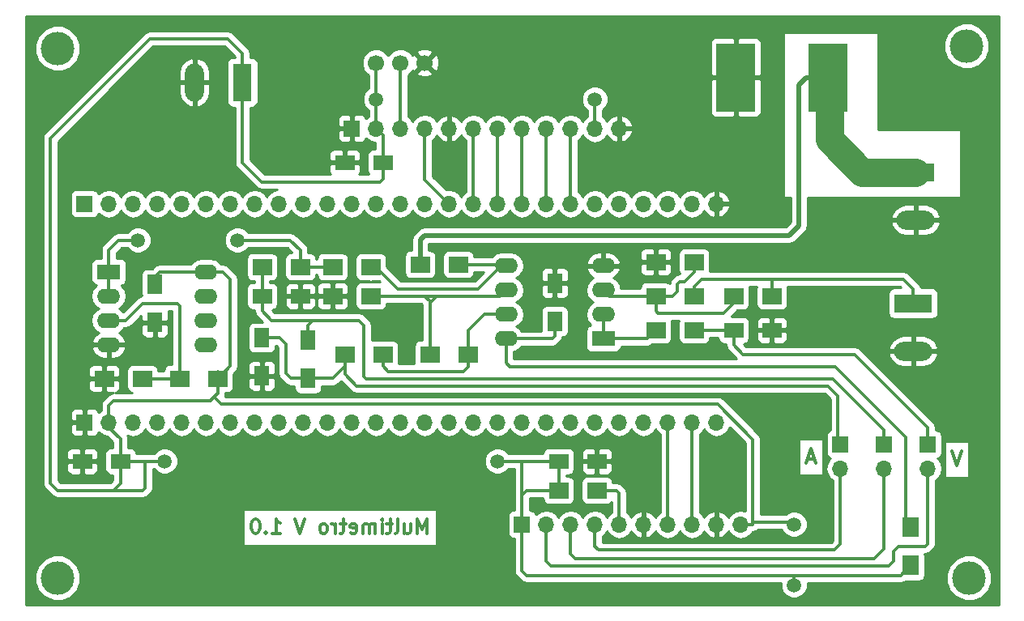
<source format=gbr>
G04 #@! TF.FileFunction,Copper,L2,Bot*
%FSLAX46Y46*%
G04 Gerber Fmt 4.6, Leading zero omitted, Abs format (unit mm)*
G04 Created by KiCad (PCBNEW 4.0.7) date 03/26/19 15:30:54*
%MOMM*%
%LPD*%
G01*
G04 APERTURE LIST*
%ADD10C,0.100000*%
%ADD11C,0.300000*%
%ADD12R,2.400000X1.600000*%
%ADD13O,2.400000X1.600000*%
%ADD14R,3.960000X1.980000*%
%ADD15O,3.960000X1.980000*%
%ADD16R,1.700000X2.000000*%
%ADD17R,1.980000X3.960000*%
%ADD18O,1.980000X3.960000*%
%ADD19R,1.700000X1.700000*%
%ADD20O,1.700000X1.700000*%
%ADD21R,1.600000X2.000000*%
%ADD22R,2.000000X1.600000*%
%ADD23R,2.000000X1.700000*%
%ADD24C,1.700000*%
%ADD25R,4.048000X7.112000*%
%ADD26C,3.500120*%
%ADD27C,1.500000*%
%ADD28C,0.350000*%
%ADD29C,0.500000*%
%ADD30C,3.000000*%
%ADD31C,0.254000*%
G04 APERTURE END LIST*
D10*
D11*
X173331143Y-93468000D02*
X172616857Y-93468000D01*
X173474000Y-93896571D02*
X172974000Y-92396571D01*
X172474000Y-93896571D01*
X188714000Y-92650571D02*
X188214000Y-94150571D01*
X187714000Y-92650571D01*
X132840856Y-101262571D02*
X132840856Y-99762571D01*
X132340856Y-100834000D01*
X131840856Y-99762571D01*
X131840856Y-101262571D01*
X130483713Y-100262571D02*
X130483713Y-101262571D01*
X131126570Y-100262571D02*
X131126570Y-101048286D01*
X131055142Y-101191143D01*
X130912284Y-101262571D01*
X130697999Y-101262571D01*
X130555142Y-101191143D01*
X130483713Y-101119714D01*
X129555141Y-101262571D02*
X129697999Y-101191143D01*
X129769427Y-101048286D01*
X129769427Y-99762571D01*
X129197999Y-100262571D02*
X128626570Y-100262571D01*
X128983713Y-99762571D02*
X128983713Y-101048286D01*
X128912285Y-101191143D01*
X128769427Y-101262571D01*
X128626570Y-101262571D01*
X128126570Y-101262571D02*
X128126570Y-100262571D01*
X128126570Y-99762571D02*
X128197999Y-99834000D01*
X128126570Y-99905429D01*
X128055142Y-99834000D01*
X128126570Y-99762571D01*
X128126570Y-99905429D01*
X127412284Y-101262571D02*
X127412284Y-100262571D01*
X127412284Y-100405429D02*
X127340856Y-100334000D01*
X127197998Y-100262571D01*
X126983713Y-100262571D01*
X126840856Y-100334000D01*
X126769427Y-100476857D01*
X126769427Y-101262571D01*
X126769427Y-100476857D02*
X126697998Y-100334000D01*
X126555141Y-100262571D01*
X126340856Y-100262571D01*
X126197998Y-100334000D01*
X126126570Y-100476857D01*
X126126570Y-101262571D01*
X124840856Y-101191143D02*
X124983713Y-101262571D01*
X125269427Y-101262571D01*
X125412284Y-101191143D01*
X125483713Y-101048286D01*
X125483713Y-100476857D01*
X125412284Y-100334000D01*
X125269427Y-100262571D01*
X124983713Y-100262571D01*
X124840856Y-100334000D01*
X124769427Y-100476857D01*
X124769427Y-100619714D01*
X125483713Y-100762571D01*
X124340856Y-100262571D02*
X123769427Y-100262571D01*
X124126570Y-99762571D02*
X124126570Y-101048286D01*
X124055142Y-101191143D01*
X123912284Y-101262571D01*
X123769427Y-101262571D01*
X123269427Y-101262571D02*
X123269427Y-100262571D01*
X123269427Y-100548286D02*
X123197999Y-100405429D01*
X123126570Y-100334000D01*
X122983713Y-100262571D01*
X122840856Y-100262571D01*
X122126570Y-101262571D02*
X122269428Y-101191143D01*
X122340856Y-101119714D01*
X122412285Y-100976857D01*
X122412285Y-100548286D01*
X122340856Y-100405429D01*
X122269428Y-100334000D01*
X122126570Y-100262571D01*
X121912285Y-100262571D01*
X121769428Y-100334000D01*
X121697999Y-100405429D01*
X121626570Y-100548286D01*
X121626570Y-100976857D01*
X121697999Y-101119714D01*
X121769428Y-101191143D01*
X121912285Y-101262571D01*
X122126570Y-101262571D01*
X120055142Y-99762571D02*
X119555142Y-101262571D01*
X119055142Y-99762571D01*
X116626571Y-101262571D02*
X117483714Y-101262571D01*
X117055142Y-101262571D02*
X117055142Y-99762571D01*
X117197999Y-99976857D01*
X117340857Y-100119714D01*
X117483714Y-100191143D01*
X115983714Y-101119714D02*
X115912286Y-101191143D01*
X115983714Y-101262571D01*
X116055143Y-101191143D01*
X115983714Y-101119714D01*
X115983714Y-101262571D01*
X114983714Y-99762571D02*
X114840857Y-99762571D01*
X114698000Y-99834000D01*
X114626571Y-99905429D01*
X114555142Y-100048286D01*
X114483714Y-100334000D01*
X114483714Y-100691143D01*
X114555142Y-100976857D01*
X114626571Y-101119714D01*
X114698000Y-101191143D01*
X114840857Y-101262571D01*
X114983714Y-101262571D01*
X115126571Y-101191143D01*
X115198000Y-101119714D01*
X115269428Y-100976857D01*
X115340857Y-100691143D01*
X115340857Y-100334000D01*
X115269428Y-100048286D01*
X115198000Y-99905429D01*
X115126571Y-99834000D01*
X114983714Y-99762571D01*
D12*
X151257000Y-80899000D03*
D13*
X141097000Y-73279000D03*
X151257000Y-78359000D03*
X141097000Y-75819000D03*
X151257000Y-75819000D03*
X141097000Y-78359000D03*
X151257000Y-73279000D03*
X141097000Y-80899000D03*
D14*
X183642000Y-77216000D03*
D15*
X183642000Y-82216000D03*
D14*
X183896000Y-63500000D03*
D15*
X183896000Y-68500000D03*
D16*
X183388000Y-100616000D03*
X183388000Y-104616000D03*
D12*
X99568000Y-73914000D03*
D13*
X109728000Y-81534000D03*
X99568000Y-76454000D03*
X109728000Y-78994000D03*
X99568000Y-78994000D03*
X109728000Y-76454000D03*
X99568000Y-81534000D03*
X109728000Y-73914000D03*
D17*
X113538000Y-54102000D03*
D18*
X108538000Y-54102000D03*
D19*
X97028000Y-66802000D03*
D20*
X99568000Y-66802000D03*
X102108000Y-66802000D03*
X104648000Y-66802000D03*
X107188000Y-66802000D03*
X109728000Y-66802000D03*
X112268000Y-66802000D03*
X114808000Y-66802000D03*
X117348000Y-66802000D03*
X119888000Y-66802000D03*
X122428000Y-66802000D03*
X124968000Y-66802000D03*
X127508000Y-66802000D03*
X130048000Y-66802000D03*
X132588000Y-66802000D03*
X135128000Y-66802000D03*
X137668000Y-66802000D03*
X140208000Y-66802000D03*
X142748000Y-66802000D03*
X145288000Y-66802000D03*
X147828000Y-66802000D03*
X150368000Y-66802000D03*
X152908000Y-66802000D03*
X155448000Y-66802000D03*
X157988000Y-66802000D03*
X160528000Y-66802000D03*
X163068000Y-66802000D03*
D21*
X146177000Y-79089000D03*
X146177000Y-75089000D03*
D22*
X119602000Y-76454000D03*
X115602000Y-76454000D03*
D21*
X120396000Y-81058000D03*
X120396000Y-85058000D03*
X115570000Y-80804000D03*
X115570000Y-84804000D03*
D22*
X164878000Y-80010000D03*
X168878000Y-80010000D03*
X128238000Y-62484000D03*
X124238000Y-62484000D03*
D21*
X104394000Y-75216000D03*
X104394000Y-79216000D03*
D22*
X96806000Y-93726000D03*
X100806000Y-93726000D03*
X150590000Y-93726000D03*
X146590000Y-93726000D03*
D19*
X124968000Y-58928000D03*
D20*
X127508000Y-58928000D03*
X130048000Y-58928000D03*
X132588000Y-58928000D03*
X135128000Y-58928000D03*
X137668000Y-58928000D03*
X140208000Y-58928000D03*
X142748000Y-58928000D03*
X145288000Y-58928000D03*
X147828000Y-58928000D03*
X150368000Y-58928000D03*
X152908000Y-58928000D03*
D19*
X142748000Y-100330000D03*
D20*
X145288000Y-100330000D03*
X147828000Y-100330000D03*
X150368000Y-100330000D03*
X152908000Y-100330000D03*
X155448000Y-100330000D03*
X157988000Y-100330000D03*
X160528000Y-100330000D03*
X163068000Y-100330000D03*
X165608000Y-100330000D03*
D19*
X97028000Y-89662000D03*
D20*
X99568000Y-89662000D03*
X102108000Y-89662000D03*
X104648000Y-89662000D03*
X107188000Y-89662000D03*
X109728000Y-89662000D03*
X112268000Y-89662000D03*
X114808000Y-89662000D03*
X117348000Y-89662000D03*
X119888000Y-89662000D03*
X122428000Y-89662000D03*
X124968000Y-89662000D03*
X127508000Y-89662000D03*
X130048000Y-89662000D03*
X132588000Y-89662000D03*
X135128000Y-89662000D03*
X137668000Y-89662000D03*
X140208000Y-89662000D03*
X142748000Y-89662000D03*
X145288000Y-89662000D03*
X147828000Y-89662000D03*
X150368000Y-89662000D03*
X152908000Y-89662000D03*
X155448000Y-89662000D03*
X157988000Y-89662000D03*
X160528000Y-89662000D03*
X163068000Y-89662000D03*
D23*
X168878000Y-76454000D03*
X164878000Y-76454000D03*
X160750000Y-72898000D03*
X156750000Y-72898000D03*
X160750000Y-76454000D03*
X156750000Y-76454000D03*
X136112000Y-73152000D03*
X132112000Y-73152000D03*
X126968000Y-76454000D03*
X122968000Y-76454000D03*
X122968000Y-73406000D03*
X126968000Y-73406000D03*
X137128000Y-82550000D03*
X133128000Y-82550000D03*
X115602000Y-73406000D03*
X119602000Y-73406000D03*
X124238000Y-82550000D03*
X128238000Y-82550000D03*
X160750000Y-80010000D03*
X156750000Y-80010000D03*
X110966000Y-85090000D03*
X106966000Y-85090000D03*
X103092000Y-85090000D03*
X99092000Y-85090000D03*
X150590000Y-96774000D03*
X146590000Y-96774000D03*
D24*
X132588000Y-52070000D03*
X130048000Y-52070000D03*
X127508000Y-52070000D03*
D19*
X176022000Y-91948000D03*
D20*
X176022000Y-94488000D03*
D19*
X185166000Y-91948000D03*
D20*
X185166000Y-94488000D03*
D19*
X180594000Y-91948000D03*
D20*
X180594000Y-94488000D03*
D25*
X174752000Y-53594000D03*
X165100000Y-53594000D03*
D26*
X94234000Y-50546000D03*
X94234000Y-105918000D03*
X189484000Y-105918000D03*
X189230000Y-50292000D03*
D27*
X105410000Y-93726000D03*
X140208000Y-93726000D03*
X171196000Y-100330000D03*
X171196000Y-106680000D03*
X127508000Y-55880000D03*
X150368000Y-55880000D03*
X102616000Y-70612000D03*
X113030000Y-70612000D03*
D28*
X122968000Y-76454000D02*
X119602000Y-76454000D01*
X183896000Y-68500000D02*
X183896000Y-69282700D01*
X97028000Y-93504000D02*
X96806000Y-93726000D01*
X183642000Y-82216000D02*
X183642000Y-81433400D01*
X165100000Y-53594000D02*
X163800400Y-53594000D01*
X115570000Y-84804000D02*
X116257700Y-84804000D01*
X99568000Y-81534000D02*
X99790000Y-81534000D01*
X100838000Y-87376000D02*
X110236000Y-87376000D01*
X100076000Y-87376000D02*
X100838000Y-87376000D01*
X99568000Y-89662000D02*
X99568000Y-87884000D01*
X99568000Y-87884000D02*
X100076000Y-87376000D01*
X101092000Y-96774000D02*
X103124000Y-96774000D01*
X103378000Y-96520000D02*
X103378000Y-94234000D01*
X103124000Y-96774000D02*
X103378000Y-96520000D01*
X142748000Y-104140000D02*
X142748000Y-105156000D01*
X143256000Y-105664000D02*
X144272000Y-105664000D01*
X142748000Y-105156000D02*
X143256000Y-105664000D01*
X142748000Y-93726000D02*
X140208000Y-93726000D01*
X171196000Y-105664000D02*
X171196000Y-106680000D01*
X166878000Y-100076000D02*
X170942000Y-100076000D01*
X170942000Y-100076000D02*
X171196000Y-100330000D01*
X150368000Y-55880000D02*
X150368000Y-58928000D01*
X142748000Y-104140000D02*
X142748000Y-100330000D01*
X171196000Y-105664000D02*
X144272000Y-105664000D01*
X182880000Y-105124000D02*
X183388000Y-104616000D01*
X103378000Y-94234000D02*
X103378000Y-93726000D01*
X100076000Y-96774000D02*
X101092000Y-96774000D01*
X141097000Y-83439000D02*
X141097000Y-80899000D01*
X141478000Y-83820000D02*
X141097000Y-83439000D01*
X175514000Y-83820000D02*
X141478000Y-83820000D01*
X182880000Y-91186000D02*
X175514000Y-83820000D01*
X182880000Y-100108000D02*
X182880000Y-91186000D01*
X183388000Y-100616000D02*
X182880000Y-100108000D01*
X110966000Y-85090000D02*
X110966000Y-84360000D01*
X113538000Y-52324000D02*
X113538000Y-54102000D01*
X104902000Y-73914000D02*
X109728000Y-73914000D01*
X104394000Y-74422000D02*
X104902000Y-73914000D01*
X104394000Y-75216000D02*
X104394000Y-74422000D01*
X100806000Y-96044000D02*
X100076000Y-96774000D01*
X100806000Y-93726000D02*
X100806000Y-96044000D01*
X99568000Y-90170000D02*
X99568000Y-89662000D01*
X100806000Y-91408000D02*
X99568000Y-90170000D01*
X100806000Y-93726000D02*
X100806000Y-91408000D01*
X143256000Y-96774000D02*
X146590000Y-96774000D01*
X142748000Y-97282000D02*
X143256000Y-96774000D01*
X146590000Y-93726000D02*
X146590000Y-96774000D01*
X128238000Y-59658000D02*
X127508000Y-58928000D01*
X128238000Y-62484000D02*
X128238000Y-59658000D01*
X142748000Y-97790000D02*
X142748000Y-97282000D01*
X142748000Y-97282000D02*
X142748000Y-93726000D01*
X142748000Y-100330000D02*
X142748000Y-97790000D01*
X142748000Y-97790000D02*
X142748000Y-97282000D01*
X127508000Y-58928000D02*
X127508000Y-55880000D01*
X99822000Y-96774000D02*
X100076000Y-96774000D01*
X100076000Y-96774000D02*
X99822000Y-96774000D01*
X113538000Y-52324000D02*
X113538000Y-54102000D01*
X146590000Y-93726000D02*
X142748000Y-93726000D01*
X105410000Y-93726000D02*
X103378000Y-93726000D01*
X103378000Y-93726000D02*
X100806000Y-93726000D01*
X182340000Y-105664000D02*
X182880000Y-105124000D01*
X171196000Y-105664000D02*
X182340000Y-105664000D01*
X182880000Y-105124000D02*
X183388000Y-104616000D01*
X110236000Y-87376000D02*
X110597600Y-87014400D01*
X110966000Y-86646000D02*
X110966000Y-85090000D01*
X110597600Y-87014400D02*
X110966000Y-86646000D01*
X165608000Y-100330000D02*
X166878000Y-100330000D01*
X127000000Y-51816000D02*
X127508000Y-52070000D01*
X127508000Y-52324000D02*
X127000000Y-51816000D01*
X127508000Y-55880000D02*
X127508000Y-52324000D01*
X111347900Y-87764700D02*
X110597600Y-87014400D01*
X163199800Y-87764700D02*
X111347900Y-87764700D01*
X166878000Y-91442900D02*
X163199800Y-87764700D01*
X166878000Y-100330000D02*
X166878000Y-100076000D01*
X166878000Y-100076000D02*
X166878000Y-91442900D01*
X112268000Y-83788000D02*
X110966000Y-85090000D01*
X112268000Y-74676000D02*
X112268000Y-83788000D01*
X111506000Y-73914000D02*
X112268000Y-74676000D01*
X109728000Y-73914000D02*
X111506000Y-73914000D01*
X112014000Y-49530000D02*
X113538000Y-51054000D01*
X103886000Y-49530000D02*
X112014000Y-49530000D01*
X93472000Y-59944000D02*
X103886000Y-49530000D01*
X93472000Y-96012000D02*
X93472000Y-59944000D01*
X94234000Y-96774000D02*
X93472000Y-96012000D01*
X99822000Y-96774000D02*
X94234000Y-96774000D01*
X113538000Y-51054000D02*
X113538000Y-52324000D01*
X145923000Y-80899000D02*
X141097000Y-80899000D01*
X146177000Y-80645000D02*
X145923000Y-80899000D01*
X146177000Y-79089000D02*
X146177000Y-80645000D01*
X113538000Y-62484000D02*
X113538000Y-54102000D01*
X115570000Y-64516000D02*
X113538000Y-62484000D01*
X127952000Y-64516000D02*
X115570000Y-64516000D01*
X128238000Y-64230000D02*
X127952000Y-64516000D01*
X128238000Y-62484000D02*
X128238000Y-64230000D01*
X125730000Y-78994000D02*
X120904000Y-78994000D01*
X175260000Y-85090000D02*
X126492000Y-85090000D01*
X126492000Y-85090000D02*
X126238000Y-84836000D01*
X126238000Y-84836000D02*
X126238000Y-79502000D01*
X126238000Y-79502000D02*
X125730000Y-78994000D01*
X180594000Y-90424000D02*
X175260000Y-85090000D01*
X180594000Y-91948000D02*
X180594000Y-90424000D01*
X120396000Y-79502000D02*
X120904000Y-78994000D01*
X120396000Y-81058000D02*
X120396000Y-79502000D01*
X116586000Y-78994000D02*
X120904000Y-78994000D01*
X115602000Y-78010000D02*
X116586000Y-78994000D01*
X115602000Y-76994000D02*
X115602000Y-78010000D01*
X115602000Y-76454000D02*
X115602000Y-76994000D01*
X115602000Y-73406000D02*
X115602000Y-76454000D01*
X115602000Y-76454000D02*
X115602000Y-76994000D01*
X118078000Y-81502000D02*
X118078000Y-84550000D01*
X118586000Y-85058000D02*
X120396000Y-85058000D01*
X118078000Y-84550000D02*
X118586000Y-85058000D01*
X117348000Y-80804000D02*
X117380000Y-80804000D01*
X117380000Y-80804000D02*
X118078000Y-81502000D01*
X117380000Y-80804000D02*
X118078000Y-81502000D01*
X124238000Y-83788000D02*
X124238000Y-82550000D01*
X122968000Y-85058000D02*
X124238000Y-83788000D01*
X120396000Y-85058000D02*
X122968000Y-85058000D01*
X115570000Y-80804000D02*
X117348000Y-80804000D01*
X124238000Y-82550000D02*
X123984000Y-82582000D01*
X124365000Y-82677000D02*
X124238000Y-82550000D01*
X124206000Y-82582000D02*
X124238000Y-82550000D01*
X124111000Y-82423000D02*
X124238000Y-82550000D01*
X124079000Y-82709000D02*
X124206000Y-82582000D01*
X124206000Y-82582000D02*
X124238000Y-82550000D01*
X124460000Y-82772000D02*
X124365000Y-82677000D01*
X124365000Y-82677000D02*
X124238000Y-82550000D01*
X124238000Y-82550000D02*
X124238000Y-83788000D01*
X175768000Y-91694000D02*
X176022000Y-91948000D01*
X175768000Y-86868000D02*
X175768000Y-91694000D01*
X174752000Y-85852000D02*
X175768000Y-86868000D01*
X125476000Y-85852000D02*
X174752000Y-85852000D01*
X124238000Y-84614000D02*
X125476000Y-85852000D01*
X124238000Y-83788000D02*
X124238000Y-84614000D01*
X185166000Y-90170000D02*
X185166000Y-91948000D01*
X177546000Y-82550000D02*
X185166000Y-90170000D01*
X165862000Y-82550000D02*
X177546000Y-82550000D01*
X164878000Y-81566000D02*
X165862000Y-82550000D01*
X164878000Y-80296000D02*
X164878000Y-81566000D01*
X164878000Y-80296000D02*
X164878000Y-80010000D01*
X160750000Y-80010000D02*
X164878000Y-80010000D01*
X164878000Y-80010000D02*
X164878000Y-80296000D01*
D29*
X172466000Y-53594000D02*
X174752000Y-53594000D01*
X171704000Y-54356000D02*
X172466000Y-53594000D01*
X171704000Y-69088000D02*
X171704000Y-54356000D01*
X170688000Y-70104000D02*
X171704000Y-69088000D01*
X132588000Y-70104000D02*
X170688000Y-70104000D01*
X132112000Y-70580000D02*
X132588000Y-70104000D01*
X132112000Y-72866000D02*
X132112000Y-70580000D01*
D30*
X175133000Y-54610000D02*
X174879000Y-54356000D01*
D28*
X132112000Y-73152000D02*
X132112000Y-72866000D01*
D29*
X132112000Y-73152000D02*
X132112000Y-72866000D01*
D30*
X174879000Y-53721000D02*
X174752000Y-53594000D01*
X174879000Y-54356000D02*
X174879000Y-53721000D01*
X174879000Y-60071000D02*
X174879000Y-54356000D01*
X174879000Y-54356000D02*
X174879000Y-60071000D01*
X174879000Y-60071000D02*
X178308000Y-63500000D01*
X183896000Y-63500000D02*
X178308000Y-63500000D01*
X178308000Y-63500000D02*
X174879000Y-60071000D01*
D28*
X160750000Y-75470000D02*
X160750000Y-76232000D01*
X161544000Y-74676000D02*
X160750000Y-75470000D01*
X168878000Y-74676000D02*
X161544000Y-74676000D01*
X160750000Y-76454000D02*
X161544000Y-76454000D01*
X183642000Y-75692000D02*
X183642000Y-76454000D01*
X182626000Y-74676000D02*
X183642000Y-75692000D01*
X168910000Y-74676000D02*
X182626000Y-74676000D01*
X160750000Y-76454000D02*
X160750000Y-76232000D01*
X183642000Y-76454000D02*
X183642000Y-77216000D01*
X183642000Y-76454000D02*
X183642000Y-77216000D01*
X160750000Y-76232000D02*
X160750000Y-76454000D01*
X168910000Y-74676000D02*
X168878000Y-74676000D01*
X168878000Y-76454000D02*
X168878000Y-74676000D01*
X168878000Y-74676000D02*
X168910000Y-74676000D01*
X130048000Y-58928000D02*
X130048000Y-52070000D01*
X135128000Y-66548000D02*
X135128000Y-66802000D01*
X132588000Y-64262000D02*
X135128000Y-66802000D01*
X132588000Y-58928000D02*
X132588000Y-64262000D01*
X137668000Y-58928000D02*
X137668000Y-66802000D01*
X140208000Y-58928000D02*
X140208000Y-66802000D01*
X142748000Y-58928000D02*
X142748000Y-66802000D01*
X145288000Y-58928000D02*
X145288000Y-66802000D01*
X147828000Y-58928000D02*
X147828000Y-66802000D01*
X180086000Y-104648000D02*
X181102000Y-104648000D01*
X181610000Y-104140000D02*
X181610000Y-103124000D01*
X181102000Y-104648000D02*
X181610000Y-104140000D01*
X179832000Y-104648000D02*
X180086000Y-104648000D01*
X181610000Y-103124000D02*
X181610000Y-103378000D01*
X181610000Y-103124000D02*
X181864000Y-102870000D01*
X181864000Y-102870000D02*
X182118000Y-102616000D01*
X145288000Y-102616000D02*
X145288000Y-104140000D01*
X145796000Y-104648000D02*
X147574000Y-104648000D01*
X145288000Y-104140000D02*
X145796000Y-104648000D01*
X147574000Y-104648000D02*
X179832000Y-104648000D01*
X145288000Y-100330000D02*
X145288000Y-102616000D01*
X185166000Y-102362000D02*
X185166000Y-94488000D01*
X184912000Y-102616000D02*
X185166000Y-102362000D01*
X182118000Y-102616000D02*
X184912000Y-102616000D01*
X178816000Y-103886000D02*
X179578000Y-103886000D01*
X180594000Y-102870000D02*
X180594000Y-102108000D01*
X179578000Y-103886000D02*
X180594000Y-102870000D01*
X178308000Y-103886000D02*
X178816000Y-103886000D01*
X180594000Y-102108000D02*
X180594000Y-101092000D01*
X147828000Y-102616000D02*
X147828000Y-103378000D01*
X148336000Y-103886000D02*
X149098000Y-103886000D01*
X147828000Y-103378000D02*
X148336000Y-103886000D01*
X149098000Y-103886000D02*
X176530000Y-103886000D01*
X180594000Y-101092000D02*
X180594000Y-100076000D01*
X176784000Y-103886000D02*
X178308000Y-103886000D01*
X180594000Y-99568000D02*
X180594000Y-100076000D01*
X180594000Y-94488000D02*
X180594000Y-99568000D01*
X176530000Y-103886000D02*
X176784000Y-103886000D01*
X147828000Y-100330000D02*
X147828000Y-102616000D01*
X176530000Y-103886000D02*
X176784000Y-103886000D01*
X180594000Y-100076000D02*
X180594000Y-99568000D01*
X174244000Y-103007000D02*
X175377000Y-103007000D01*
X176022000Y-102362000D02*
X176022000Y-100838000D01*
X175377000Y-103007000D02*
X176022000Y-102362000D01*
X150368000Y-101854000D02*
X150368000Y-102616000D01*
X150759000Y-103007000D02*
X151521000Y-103007000D01*
X150368000Y-102616000D02*
X150759000Y-103007000D01*
X151521000Y-103007000D02*
X174244000Y-103007000D01*
X176022000Y-100838000D02*
X176022000Y-94488000D01*
X150622000Y-100584000D02*
X150368000Y-100330000D01*
X150368000Y-100330000D02*
X150368000Y-101854000D01*
X151892000Y-96774000D02*
X152654000Y-96774000D01*
X152908000Y-97028000D02*
X152908000Y-97790000D01*
X152654000Y-96774000D02*
X152908000Y-97028000D01*
X151892000Y-96774000D02*
X150590000Y-96774000D01*
X152908000Y-100330000D02*
X152908000Y-97790000D01*
X157988000Y-100330000D02*
X157988000Y-89662000D01*
X160528000Y-100330000D02*
X160528000Y-89662000D01*
X151892000Y-76454000D02*
X151257000Y-75819000D01*
X156750000Y-76454000D02*
X151892000Y-76454000D01*
X160750000Y-73946000D02*
X160750000Y-72898000D01*
X159766000Y-74930000D02*
X160750000Y-73946000D01*
X159258000Y-74930000D02*
X159766000Y-74930000D01*
X159004000Y-75184000D02*
X159258000Y-74930000D01*
X159004000Y-75946000D02*
X159004000Y-75184000D01*
X158496000Y-76454000D02*
X159004000Y-75946000D01*
X156750000Y-76454000D02*
X158496000Y-76454000D01*
X160020000Y-72898000D02*
X160750000Y-72898000D01*
X157099000Y-76803000D02*
X156750000Y-76454000D01*
X164878000Y-76454000D02*
X164846000Y-76454000D01*
X156623000Y-76327000D02*
X156750000Y-76454000D01*
X156750000Y-76454000D02*
X156623000Y-75787000D01*
X156242000Y-75946000D02*
X156623000Y-76327000D01*
X156623000Y-76327000D02*
X156750000Y-76454000D01*
X156115000Y-75819000D02*
X156242000Y-75946000D01*
X156242000Y-75946000D02*
X156623000Y-76327000D01*
X156623000Y-76327000D02*
X156750000Y-76454000D01*
X156750000Y-76454000D02*
X156750000Y-77248000D01*
X156750000Y-76454000D02*
X156750000Y-77248000D01*
X164878000Y-77184000D02*
X164878000Y-76454000D01*
X163830000Y-78232000D02*
X164878000Y-77184000D01*
X156972000Y-78232000D02*
X163830000Y-78232000D01*
X156750000Y-78010000D02*
X156972000Y-78232000D01*
X156750000Y-77248000D02*
X156750000Y-78010000D01*
X140589000Y-73279000D02*
X141097000Y-73279000D01*
X138938000Y-74930000D02*
X140589000Y-73279000D01*
X138938000Y-74942000D02*
X138938000Y-74930000D01*
X138176000Y-75704000D02*
X138938000Y-74942000D01*
X129806000Y-75704000D02*
X138176000Y-75704000D01*
X127508000Y-73406000D02*
X129806000Y-75704000D01*
X140970000Y-73152000D02*
X141097000Y-73279000D01*
X136112000Y-73152000D02*
X140970000Y-73152000D01*
X140716000Y-73660000D02*
X141097000Y-73279000D01*
X126968000Y-73406000D02*
X126968000Y-74136000D01*
X126968000Y-73406000D02*
X127000000Y-73406000D01*
X126968000Y-73406000D02*
X127000000Y-73406000D01*
X127508000Y-73406000D02*
X127000000Y-73406000D01*
X127000000Y-73406000D02*
X126968000Y-73406000D01*
X127000000Y-73406000D02*
X127508000Y-73406000D01*
X127508000Y-73406000D02*
X127762000Y-73406000D01*
X133128000Y-82550000D02*
X133128000Y-82328000D01*
X132715000Y-82137000D02*
X133128000Y-82550000D01*
X126968000Y-76454000D02*
X127762000Y-76454000D01*
X126968000Y-76454000D02*
X127762000Y-76454000D01*
X140462000Y-76454000D02*
X141097000Y-75819000D01*
X133858000Y-76454000D02*
X140462000Y-76454000D01*
X127762000Y-76454000D02*
X132588000Y-76454000D01*
X132588000Y-76454000D02*
X133858000Y-76454000D01*
X132842000Y-82550000D02*
X133128000Y-82550000D01*
X133128000Y-82550000D02*
X133350000Y-82550000D01*
X133128000Y-82074000D02*
X133128000Y-82328000D01*
X133128000Y-82328000D02*
X133128000Y-82550000D01*
X133128000Y-82550000D02*
X133128000Y-82328000D01*
X133128000Y-82328000D02*
X133128000Y-82074000D01*
X133128000Y-77184000D02*
X133858000Y-76454000D01*
X133128000Y-77216000D02*
X133128000Y-77184000D01*
X133128000Y-76994000D02*
X132588000Y-76454000D01*
X133128000Y-77184000D02*
X133128000Y-76994000D01*
X133128000Y-82074000D02*
X133128000Y-77216000D01*
X133128000Y-77216000D02*
X133128000Y-77184000D01*
X119602000Y-71660000D02*
X119602000Y-73406000D01*
X119602000Y-71660000D02*
X118554000Y-70612000D01*
X118554000Y-70612000D02*
X113030000Y-70612000D01*
X99568000Y-73660000D02*
X99568000Y-71882000D01*
X100838000Y-70612000D02*
X102616000Y-70612000D01*
X99568000Y-73914000D02*
X99568000Y-71628000D01*
X100584000Y-70612000D02*
X102616000Y-70612000D01*
X99568000Y-71628000D02*
X100584000Y-70612000D01*
X119602000Y-73406000D02*
X122968000Y-73406000D01*
X122841000Y-73533000D02*
X122968000Y-73406000D01*
X99568000Y-73914000D02*
X99568000Y-73660000D01*
X99568000Y-73914000D02*
X99568000Y-76454000D01*
X99568000Y-73914000D02*
X99568000Y-73660000D01*
X137128000Y-83852000D02*
X137128000Y-82550000D01*
X136640000Y-84340000D02*
X137128000Y-83852000D01*
X128790000Y-84340000D02*
X136640000Y-84340000D01*
X128238000Y-83788000D02*
X128790000Y-84340000D01*
X128238000Y-82550000D02*
X128238000Y-83788000D01*
X137128000Y-82550000D02*
X137128000Y-82074000D01*
X128238000Y-82772000D02*
X128778000Y-82550000D01*
X128238000Y-82550000D02*
X128238000Y-82772000D01*
X128238000Y-82550000D02*
X128524000Y-82550000D01*
X128238000Y-82550000D02*
X128365000Y-82645000D01*
X137128000Y-82550000D02*
X137128000Y-82074000D01*
X137128000Y-82074000D02*
X137128000Y-81820000D01*
X137128000Y-82550000D02*
X137128000Y-82074000D01*
X137128000Y-82074000D02*
X137128000Y-81820000D01*
X138811000Y-78359000D02*
X141097000Y-78359000D01*
X137128000Y-80042000D02*
X138811000Y-78359000D01*
X137128000Y-81820000D02*
X137128000Y-80042000D01*
X155861000Y-80899000D02*
X156750000Y-80010000D01*
X151257000Y-80899000D02*
X155861000Y-80899000D01*
X151257000Y-78359000D02*
X151257000Y-80899000D01*
X107442000Y-84614000D02*
X106966000Y-85090000D01*
X106966000Y-77470000D02*
X106966000Y-85090000D01*
X106712000Y-77216000D02*
X106966000Y-77470000D01*
X103124000Y-77216000D02*
X106712000Y-77216000D01*
X101346000Y-78994000D02*
X103124000Y-77216000D01*
X99568000Y-78994000D02*
X101346000Y-78994000D01*
X106934000Y-85058000D02*
X106966000Y-85090000D01*
X103092000Y-85090000D02*
X106966000Y-85090000D01*
D31*
G36*
X192584000Y-108764000D02*
X90880000Y-108764000D01*
X90880000Y-106390336D01*
X91848527Y-106390336D01*
X92210866Y-107267263D01*
X92881208Y-107938776D01*
X93757501Y-108302645D01*
X94706336Y-108303473D01*
X95583263Y-107941134D01*
X96254776Y-107270792D01*
X96618645Y-106394499D01*
X96619473Y-105445664D01*
X96257134Y-104568737D01*
X95586792Y-103897224D01*
X94710499Y-103533355D01*
X93761664Y-103532527D01*
X92884737Y-103894866D01*
X92213224Y-104565208D01*
X91849355Y-105441501D01*
X91848527Y-106390336D01*
X90880000Y-106390336D01*
X90880000Y-98749000D01*
X113563001Y-98749000D01*
X113563001Y-102569000D01*
X133833000Y-102569000D01*
X133833000Y-98749000D01*
X113563001Y-98749000D01*
X90880000Y-98749000D01*
X90880000Y-59944000D01*
X92662000Y-59944000D01*
X92662000Y-96012000D01*
X92723658Y-96321974D01*
X92818575Y-96464027D01*
X92899244Y-96584756D01*
X93661244Y-97346757D01*
X93924027Y-97522343D01*
X94061897Y-97549766D01*
X94234000Y-97584000D01*
X103124000Y-97584000D01*
X103433974Y-97522342D01*
X103696756Y-97346756D01*
X103950756Y-97092757D01*
X104110288Y-96854000D01*
X104126342Y-96829974D01*
X104188000Y-96520000D01*
X104188000Y-94536000D01*
X104261608Y-94536000D01*
X104624436Y-94899461D01*
X105133298Y-95110759D01*
X105684285Y-95111240D01*
X106193515Y-94900831D01*
X106583461Y-94511564D01*
X106794759Y-94002702D01*
X106795240Y-93451715D01*
X106584831Y-92942485D01*
X106195564Y-92552539D01*
X105686702Y-92341241D01*
X105135715Y-92340760D01*
X104626485Y-92551169D01*
X104261018Y-92916000D01*
X102451558Y-92916000D01*
X102409162Y-92690683D01*
X102270090Y-92474559D01*
X102057890Y-92329569D01*
X101806000Y-92278560D01*
X101616000Y-92278560D01*
X101616000Y-91408000D01*
X101554342Y-91098026D01*
X101523924Y-91052503D01*
X101539715Y-91063054D01*
X102108000Y-91176093D01*
X102676285Y-91063054D01*
X103158054Y-90741147D01*
X103378000Y-90411974D01*
X103597946Y-90741147D01*
X104079715Y-91063054D01*
X104648000Y-91176093D01*
X105216285Y-91063054D01*
X105698054Y-90741147D01*
X105918000Y-90411974D01*
X106137946Y-90741147D01*
X106619715Y-91063054D01*
X107188000Y-91176093D01*
X107756285Y-91063054D01*
X108238054Y-90741147D01*
X108458000Y-90411974D01*
X108677946Y-90741147D01*
X109159715Y-91063054D01*
X109728000Y-91176093D01*
X110296285Y-91063054D01*
X110778054Y-90741147D01*
X110998000Y-90411974D01*
X111217946Y-90741147D01*
X111699715Y-91063054D01*
X112268000Y-91176093D01*
X112836285Y-91063054D01*
X113318054Y-90741147D01*
X113538000Y-90411974D01*
X113757946Y-90741147D01*
X114239715Y-91063054D01*
X114808000Y-91176093D01*
X115376285Y-91063054D01*
X115858054Y-90741147D01*
X116078000Y-90411974D01*
X116297946Y-90741147D01*
X116779715Y-91063054D01*
X117348000Y-91176093D01*
X117916285Y-91063054D01*
X118398054Y-90741147D01*
X118618000Y-90411974D01*
X118837946Y-90741147D01*
X119319715Y-91063054D01*
X119888000Y-91176093D01*
X120456285Y-91063054D01*
X120938054Y-90741147D01*
X121158000Y-90411974D01*
X121377946Y-90741147D01*
X121859715Y-91063054D01*
X122428000Y-91176093D01*
X122996285Y-91063054D01*
X123478054Y-90741147D01*
X123698000Y-90411974D01*
X123917946Y-90741147D01*
X124399715Y-91063054D01*
X124968000Y-91176093D01*
X125536285Y-91063054D01*
X126018054Y-90741147D01*
X126238000Y-90411974D01*
X126457946Y-90741147D01*
X126939715Y-91063054D01*
X127508000Y-91176093D01*
X128076285Y-91063054D01*
X128558054Y-90741147D01*
X128778000Y-90411974D01*
X128997946Y-90741147D01*
X129479715Y-91063054D01*
X130048000Y-91176093D01*
X130616285Y-91063054D01*
X131098054Y-90741147D01*
X131318000Y-90411974D01*
X131537946Y-90741147D01*
X132019715Y-91063054D01*
X132588000Y-91176093D01*
X133156285Y-91063054D01*
X133638054Y-90741147D01*
X133858000Y-90411974D01*
X134077946Y-90741147D01*
X134559715Y-91063054D01*
X135128000Y-91176093D01*
X135696285Y-91063054D01*
X136178054Y-90741147D01*
X136398000Y-90411974D01*
X136617946Y-90741147D01*
X137099715Y-91063054D01*
X137668000Y-91176093D01*
X138236285Y-91063054D01*
X138718054Y-90741147D01*
X138938000Y-90411974D01*
X139157946Y-90741147D01*
X139639715Y-91063054D01*
X140208000Y-91176093D01*
X140776285Y-91063054D01*
X141258054Y-90741147D01*
X141478000Y-90411974D01*
X141697946Y-90741147D01*
X142179715Y-91063054D01*
X142748000Y-91176093D01*
X143316285Y-91063054D01*
X143798054Y-90741147D01*
X144018000Y-90411974D01*
X144237946Y-90741147D01*
X144719715Y-91063054D01*
X145288000Y-91176093D01*
X145856285Y-91063054D01*
X146338054Y-90741147D01*
X146558000Y-90411974D01*
X146777946Y-90741147D01*
X147259715Y-91063054D01*
X147828000Y-91176093D01*
X148396285Y-91063054D01*
X148878054Y-90741147D01*
X149098000Y-90411974D01*
X149317946Y-90741147D01*
X149799715Y-91063054D01*
X150368000Y-91176093D01*
X150936285Y-91063054D01*
X151418054Y-90741147D01*
X151638000Y-90411974D01*
X151857946Y-90741147D01*
X152339715Y-91063054D01*
X152908000Y-91176093D01*
X153476285Y-91063054D01*
X153958054Y-90741147D01*
X154178000Y-90411974D01*
X154397946Y-90741147D01*
X154879715Y-91063054D01*
X155448000Y-91176093D01*
X156016285Y-91063054D01*
X156498054Y-90741147D01*
X156718000Y-90411974D01*
X156937946Y-90741147D01*
X157178000Y-90901546D01*
X157178000Y-99090454D01*
X156937946Y-99250853D01*
X156710298Y-99591553D01*
X156643183Y-99448642D01*
X156214924Y-99058355D01*
X155804890Y-98888524D01*
X155575000Y-99009845D01*
X155575000Y-100203000D01*
X155595000Y-100203000D01*
X155595000Y-100457000D01*
X155575000Y-100457000D01*
X155575000Y-101650155D01*
X155804890Y-101771476D01*
X156214924Y-101601645D01*
X156643183Y-101211358D01*
X156710298Y-101068447D01*
X156937946Y-101409147D01*
X157419715Y-101731054D01*
X157988000Y-101844093D01*
X158556285Y-101731054D01*
X159038054Y-101409147D01*
X159258000Y-101079974D01*
X159477946Y-101409147D01*
X159959715Y-101731054D01*
X160528000Y-101844093D01*
X161096285Y-101731054D01*
X161578054Y-101409147D01*
X161805702Y-101068447D01*
X161872817Y-101211358D01*
X162301076Y-101601645D01*
X162711110Y-101771476D01*
X162941000Y-101650155D01*
X162941000Y-100457000D01*
X162921000Y-100457000D01*
X162921000Y-100203000D01*
X162941000Y-100203000D01*
X162941000Y-99009845D01*
X162711110Y-98888524D01*
X162301076Y-99058355D01*
X161872817Y-99448642D01*
X161805702Y-99591553D01*
X161578054Y-99250853D01*
X161338000Y-99090454D01*
X161338000Y-90901546D01*
X161578054Y-90741147D01*
X161798000Y-90411974D01*
X162017946Y-90741147D01*
X162499715Y-91063054D01*
X163068000Y-91176093D01*
X163636285Y-91063054D01*
X164118054Y-90741147D01*
X164439961Y-90259378D01*
X164458046Y-90168459D01*
X166068000Y-91778413D01*
X166068000Y-98907407D01*
X165608000Y-98815907D01*
X165039715Y-98928946D01*
X164557946Y-99250853D01*
X164330298Y-99591553D01*
X164263183Y-99448642D01*
X163834924Y-99058355D01*
X163424890Y-98888524D01*
X163195000Y-99009845D01*
X163195000Y-100203000D01*
X163215000Y-100203000D01*
X163215000Y-100457000D01*
X163195000Y-100457000D01*
X163195000Y-101650155D01*
X163424890Y-101771476D01*
X163834924Y-101601645D01*
X164263183Y-101211358D01*
X164330298Y-101068447D01*
X164557946Y-101409147D01*
X165039715Y-101731054D01*
X165608000Y-101844093D01*
X166176285Y-101731054D01*
X166658054Y-101409147D01*
X166837892Y-101140000D01*
X166878000Y-101140000D01*
X167187974Y-101078342D01*
X167450756Y-100902756D01*
X167461952Y-100886000D01*
X169927162Y-100886000D01*
X170021169Y-101113515D01*
X170410436Y-101503461D01*
X170919298Y-101714759D01*
X171470285Y-101715240D01*
X171979515Y-101504831D01*
X172369461Y-101115564D01*
X172580759Y-100606702D01*
X172581240Y-100055715D01*
X172370831Y-99546485D01*
X171981564Y-99156539D01*
X171472702Y-98945241D01*
X170921715Y-98944760D01*
X170412485Y-99155169D01*
X170301461Y-99266000D01*
X167688000Y-99266000D01*
X167688000Y-91442900D01*
X167676086Y-91383000D01*
X171696143Y-91383000D01*
X171696143Y-95203000D01*
X174251857Y-95203000D01*
X174251857Y-91383000D01*
X171696143Y-91383000D01*
X167676086Y-91383000D01*
X167626342Y-91132926D01*
X167482961Y-90918342D01*
X167450756Y-90870143D01*
X163772556Y-87191944D01*
X163688318Y-87135658D01*
X163509774Y-87016358D01*
X163199800Y-86954700D01*
X111714595Y-86954700D01*
X111776000Y-86646000D01*
X111776000Y-86587440D01*
X111966000Y-86587440D01*
X112201317Y-86543162D01*
X112417441Y-86404090D01*
X112562431Y-86191890D01*
X112613440Y-85940000D01*
X112613440Y-85089750D01*
X114135000Y-85089750D01*
X114135000Y-85930309D01*
X114231673Y-86163698D01*
X114410301Y-86342327D01*
X114643690Y-86439000D01*
X115284250Y-86439000D01*
X115443000Y-86280250D01*
X115443000Y-84931000D01*
X115697000Y-84931000D01*
X115697000Y-86280250D01*
X115855750Y-86439000D01*
X116496310Y-86439000D01*
X116729699Y-86342327D01*
X116908327Y-86163698D01*
X117005000Y-85930309D01*
X117005000Y-85089750D01*
X116846250Y-84931000D01*
X115697000Y-84931000D01*
X115443000Y-84931000D01*
X114293750Y-84931000D01*
X114135000Y-85089750D01*
X112613440Y-85089750D01*
X112613440Y-84588073D01*
X112840756Y-84360757D01*
X112994960Y-84129974D01*
X113016342Y-84097974D01*
X113078000Y-83788000D01*
X113078000Y-83677691D01*
X114135000Y-83677691D01*
X114135000Y-84518250D01*
X114293750Y-84677000D01*
X115443000Y-84677000D01*
X115443000Y-83327750D01*
X115697000Y-83327750D01*
X115697000Y-84677000D01*
X116846250Y-84677000D01*
X117005000Y-84518250D01*
X117005000Y-83677691D01*
X116908327Y-83444302D01*
X116729699Y-83265673D01*
X116496310Y-83169000D01*
X115855750Y-83169000D01*
X115697000Y-83327750D01*
X115443000Y-83327750D01*
X115284250Y-83169000D01*
X114643690Y-83169000D01*
X114410301Y-83265673D01*
X114231673Y-83444302D01*
X114135000Y-83677691D01*
X113078000Y-83677691D01*
X113078000Y-74676000D01*
X113036246Y-74466090D01*
X113016343Y-74366027D01*
X112840757Y-74103244D01*
X112078756Y-73341244D01*
X111815974Y-73165658D01*
X111506000Y-73104000D01*
X111315423Y-73104000D01*
X111178648Y-72899302D01*
X110713101Y-72588233D01*
X110551055Y-72556000D01*
X113954560Y-72556000D01*
X113954560Y-74256000D01*
X113998838Y-74491317D01*
X114137910Y-74707441D01*
X114350110Y-74852431D01*
X114602000Y-74903440D01*
X114792000Y-74903440D01*
X114792000Y-75006560D01*
X114602000Y-75006560D01*
X114366683Y-75050838D01*
X114150559Y-75189910D01*
X114005569Y-75402110D01*
X113954560Y-75654000D01*
X113954560Y-77254000D01*
X113998838Y-77489317D01*
X114137910Y-77705441D01*
X114350110Y-77850431D01*
X114602000Y-77901440D01*
X114792000Y-77901440D01*
X114792000Y-78010000D01*
X114853658Y-78319974D01*
X114984802Y-78516244D01*
X115029244Y-78582756D01*
X115603047Y-79156560D01*
X114770000Y-79156560D01*
X114534683Y-79200838D01*
X114318559Y-79339910D01*
X114173569Y-79552110D01*
X114122560Y-79804000D01*
X114122560Y-81804000D01*
X114166838Y-82039317D01*
X114305910Y-82255441D01*
X114518110Y-82400431D01*
X114770000Y-82451440D01*
X116370000Y-82451440D01*
X116605317Y-82407162D01*
X116821441Y-82268090D01*
X116966431Y-82055890D01*
X117017440Y-81804000D01*
X117017440Y-81614000D01*
X117044488Y-81614000D01*
X117268000Y-81837513D01*
X117268000Y-84550000D01*
X117329658Y-84859974D01*
X117451285Y-85042001D01*
X117505244Y-85122756D01*
X118013243Y-85630756D01*
X118144635Y-85718549D01*
X118276026Y-85806342D01*
X118586000Y-85868000D01*
X118948560Y-85868000D01*
X118948560Y-86058000D01*
X118992838Y-86293317D01*
X119131910Y-86509441D01*
X119344110Y-86654431D01*
X119596000Y-86705440D01*
X121196000Y-86705440D01*
X121431317Y-86661162D01*
X121647441Y-86522090D01*
X121792431Y-86309890D01*
X121843440Y-86058000D01*
X121843440Y-85868000D01*
X122968000Y-85868000D01*
X123277974Y-85806342D01*
X123540756Y-85630756D01*
X123825000Y-85346512D01*
X124903243Y-86424756D01*
X124983418Y-86478327D01*
X125166026Y-86600342D01*
X125476000Y-86662000D01*
X174416488Y-86662000D01*
X174958000Y-87203513D01*
X174958000Y-90490827D01*
X174936683Y-90494838D01*
X174720559Y-90633910D01*
X174575569Y-90846110D01*
X174524560Y-91098000D01*
X174524560Y-92798000D01*
X174568838Y-93033317D01*
X174707910Y-93249441D01*
X174920110Y-93394431D01*
X174987541Y-93408086D01*
X174942853Y-93437946D01*
X174620946Y-93919715D01*
X174507907Y-94488000D01*
X174620946Y-95056285D01*
X174942853Y-95538054D01*
X175212000Y-95717892D01*
X175212000Y-102026487D01*
X175041488Y-102197000D01*
X151178000Y-102197000D01*
X151178000Y-101569546D01*
X151418054Y-101409147D01*
X151638000Y-101079974D01*
X151857946Y-101409147D01*
X152339715Y-101731054D01*
X152908000Y-101844093D01*
X153476285Y-101731054D01*
X153958054Y-101409147D01*
X154185702Y-101068447D01*
X154252817Y-101211358D01*
X154681076Y-101601645D01*
X155091110Y-101771476D01*
X155321000Y-101650155D01*
X155321000Y-100457000D01*
X155301000Y-100457000D01*
X155301000Y-100203000D01*
X155321000Y-100203000D01*
X155321000Y-99009845D01*
X155091110Y-98888524D01*
X154681076Y-99058355D01*
X154252817Y-99448642D01*
X154185702Y-99591553D01*
X153958054Y-99250853D01*
X153718000Y-99090454D01*
X153718000Y-97028000D01*
X153656342Y-96718026D01*
X153524025Y-96520000D01*
X153480756Y-96455243D01*
X153226756Y-96201244D01*
X152963974Y-96025658D01*
X152654000Y-95964000D01*
X152237440Y-95964000D01*
X152237440Y-95924000D01*
X152193162Y-95688683D01*
X152054090Y-95472559D01*
X151841890Y-95327569D01*
X151590000Y-95276560D01*
X149590000Y-95276560D01*
X149354683Y-95320838D01*
X149138559Y-95459910D01*
X148993569Y-95672110D01*
X148942560Y-95924000D01*
X148942560Y-97624000D01*
X148986838Y-97859317D01*
X149125910Y-98075441D01*
X149338110Y-98220431D01*
X149590000Y-98271440D01*
X151590000Y-98271440D01*
X151825317Y-98227162D01*
X152041441Y-98088090D01*
X152098000Y-98005313D01*
X152098000Y-99090454D01*
X151857946Y-99250853D01*
X151638000Y-99580026D01*
X151418054Y-99250853D01*
X150936285Y-98928946D01*
X150368000Y-98815907D01*
X149799715Y-98928946D01*
X149317946Y-99250853D01*
X149098000Y-99580026D01*
X148878054Y-99250853D01*
X148396285Y-98928946D01*
X147828000Y-98815907D01*
X147259715Y-98928946D01*
X146777946Y-99250853D01*
X146558000Y-99580026D01*
X146338054Y-99250853D01*
X145856285Y-98928946D01*
X145288000Y-98815907D01*
X144719715Y-98928946D01*
X144237946Y-99250853D01*
X144210150Y-99292452D01*
X144201162Y-99244683D01*
X144062090Y-99028559D01*
X143849890Y-98883569D01*
X143598000Y-98832560D01*
X143558000Y-98832560D01*
X143558000Y-97617512D01*
X143591513Y-97584000D01*
X144942560Y-97584000D01*
X144942560Y-97624000D01*
X144986838Y-97859317D01*
X145125910Y-98075441D01*
X145338110Y-98220431D01*
X145590000Y-98271440D01*
X147590000Y-98271440D01*
X147825317Y-98227162D01*
X148041441Y-98088090D01*
X148186431Y-97875890D01*
X148237440Y-97624000D01*
X148237440Y-95924000D01*
X148193162Y-95688683D01*
X148054090Y-95472559D01*
X147841890Y-95327569D01*
X147590000Y-95276560D01*
X147400000Y-95276560D01*
X147400000Y-95173440D01*
X147590000Y-95173440D01*
X147825317Y-95129162D01*
X148041441Y-94990090D01*
X148186431Y-94777890D01*
X148237440Y-94526000D01*
X148237440Y-94011750D01*
X148955000Y-94011750D01*
X148955000Y-94652310D01*
X149051673Y-94885699D01*
X149230302Y-95064327D01*
X149463691Y-95161000D01*
X150304250Y-95161000D01*
X150463000Y-95002250D01*
X150463000Y-93853000D01*
X150717000Y-93853000D01*
X150717000Y-95002250D01*
X150875750Y-95161000D01*
X151716309Y-95161000D01*
X151949698Y-95064327D01*
X152128327Y-94885699D01*
X152225000Y-94652310D01*
X152225000Y-94011750D01*
X152066250Y-93853000D01*
X150717000Y-93853000D01*
X150463000Y-93853000D01*
X149113750Y-93853000D01*
X148955000Y-94011750D01*
X148237440Y-94011750D01*
X148237440Y-92926000D01*
X148213674Y-92799690D01*
X148955000Y-92799690D01*
X148955000Y-93440250D01*
X149113750Y-93599000D01*
X150463000Y-93599000D01*
X150463000Y-92449750D01*
X150717000Y-92449750D01*
X150717000Y-93599000D01*
X152066250Y-93599000D01*
X152225000Y-93440250D01*
X152225000Y-92799690D01*
X152128327Y-92566301D01*
X151949698Y-92387673D01*
X151716309Y-92291000D01*
X150875750Y-92291000D01*
X150717000Y-92449750D01*
X150463000Y-92449750D01*
X150304250Y-92291000D01*
X149463691Y-92291000D01*
X149230302Y-92387673D01*
X149051673Y-92566301D01*
X148955000Y-92799690D01*
X148213674Y-92799690D01*
X148193162Y-92690683D01*
X148054090Y-92474559D01*
X147841890Y-92329569D01*
X147590000Y-92278560D01*
X145590000Y-92278560D01*
X145354683Y-92322838D01*
X145138559Y-92461910D01*
X144993569Y-92674110D01*
X144944585Y-92916000D01*
X141356392Y-92916000D01*
X140993564Y-92552539D01*
X140484702Y-92341241D01*
X139933715Y-92340760D01*
X139424485Y-92551169D01*
X139034539Y-92940436D01*
X138823241Y-93449298D01*
X138822760Y-94000285D01*
X139033169Y-94509515D01*
X139422436Y-94899461D01*
X139931298Y-95110759D01*
X140482285Y-95111240D01*
X140991515Y-94900831D01*
X141356982Y-94536000D01*
X141938000Y-94536000D01*
X141938000Y-98832560D01*
X141898000Y-98832560D01*
X141662683Y-98876838D01*
X141446559Y-99015910D01*
X141301569Y-99228110D01*
X141250560Y-99480000D01*
X141250560Y-101180000D01*
X141294838Y-101415317D01*
X141433910Y-101631441D01*
X141646110Y-101776431D01*
X141898000Y-101827440D01*
X141938000Y-101827440D01*
X141938000Y-105156000D01*
X141999658Y-105465974D01*
X142026763Y-105506539D01*
X142175244Y-105728756D01*
X142683243Y-106236756D01*
X142723179Y-106263440D01*
X142946026Y-106412342D01*
X143256000Y-106474000D01*
X169811179Y-106474000D01*
X169810760Y-106954285D01*
X170021169Y-107463515D01*
X170410436Y-107853461D01*
X170919298Y-108064759D01*
X171470285Y-108065240D01*
X171979515Y-107854831D01*
X172369461Y-107465564D01*
X172580759Y-106956702D01*
X172581180Y-106474000D01*
X182340000Y-106474000D01*
X182649974Y-106412342D01*
X182682908Y-106390336D01*
X187098527Y-106390336D01*
X187460866Y-107267263D01*
X188131208Y-107938776D01*
X189007501Y-108302645D01*
X189956336Y-108303473D01*
X190833263Y-107941134D01*
X191504776Y-107270792D01*
X191868645Y-106394499D01*
X191869473Y-105445664D01*
X191507134Y-104568737D01*
X190836792Y-103897224D01*
X189960499Y-103533355D01*
X189011664Y-103532527D01*
X188134737Y-103894866D01*
X187463224Y-104565208D01*
X187099355Y-105441501D01*
X187098527Y-106390336D01*
X182682908Y-106390336D01*
X182872821Y-106263440D01*
X184238000Y-106263440D01*
X184473317Y-106219162D01*
X184689441Y-106080090D01*
X184834431Y-105867890D01*
X184885440Y-105616000D01*
X184885440Y-103616000D01*
X184849689Y-103426000D01*
X184912000Y-103426000D01*
X185221974Y-103364342D01*
X185484756Y-103188756D01*
X185738756Y-102934757D01*
X185897602Y-102697027D01*
X185914342Y-102671974D01*
X185976000Y-102362000D01*
X185976000Y-95717892D01*
X186245147Y-95538054D01*
X186567054Y-95056285D01*
X186680093Y-94488000D01*
X186567054Y-93919715D01*
X186245147Y-93437946D01*
X186203548Y-93410150D01*
X186251317Y-93401162D01*
X186467441Y-93262090D01*
X186612431Y-93049890D01*
X186663440Y-92798000D01*
X186663440Y-91637000D01*
X186936143Y-91637000D01*
X186936143Y-95457000D01*
X189491857Y-95457000D01*
X189491857Y-91637000D01*
X186936143Y-91637000D01*
X186663440Y-91637000D01*
X186663440Y-91098000D01*
X186619162Y-90862683D01*
X186480090Y-90646559D01*
X186267890Y-90501569D01*
X186016000Y-90450560D01*
X185976000Y-90450560D01*
X185976000Y-90170000D01*
X185914342Y-89860026D01*
X185782025Y-89662000D01*
X185738756Y-89597243D01*
X178736378Y-82594865D01*
X181071782Y-82594865D01*
X181102095Y-82720528D01*
X181413149Y-83275246D01*
X181912807Y-83668703D01*
X182525000Y-83841000D01*
X183515000Y-83841000D01*
X183515000Y-82343000D01*
X183769000Y-82343000D01*
X183769000Y-83841000D01*
X184759000Y-83841000D01*
X185371193Y-83668703D01*
X185870851Y-83275246D01*
X186181905Y-82720528D01*
X186212218Y-82594865D01*
X186092740Y-82343000D01*
X183769000Y-82343000D01*
X183515000Y-82343000D01*
X181191260Y-82343000D01*
X181071782Y-82594865D01*
X178736378Y-82594865D01*
X178118756Y-81977244D01*
X178101657Y-81965819D01*
X177909069Y-81837135D01*
X181071782Y-81837135D01*
X181191260Y-82089000D01*
X183515000Y-82089000D01*
X183515000Y-80591000D01*
X183769000Y-80591000D01*
X183769000Y-82089000D01*
X186092740Y-82089000D01*
X186212218Y-81837135D01*
X186181905Y-81711472D01*
X185870851Y-81156754D01*
X185371193Y-80763297D01*
X184759000Y-80591000D01*
X183769000Y-80591000D01*
X183515000Y-80591000D01*
X182525000Y-80591000D01*
X181912807Y-80763297D01*
X181413149Y-81156754D01*
X181102095Y-81711472D01*
X181071782Y-81837135D01*
X177909069Y-81837135D01*
X177855974Y-81801658D01*
X177546000Y-81740000D01*
X166197513Y-81740000D01*
X165909100Y-81451588D01*
X166113317Y-81413162D01*
X166329441Y-81274090D01*
X166474431Y-81061890D01*
X166525440Y-80810000D01*
X166525440Y-80295750D01*
X167243000Y-80295750D01*
X167243000Y-80936310D01*
X167339673Y-81169699D01*
X167518302Y-81348327D01*
X167751691Y-81445000D01*
X168592250Y-81445000D01*
X168751000Y-81286250D01*
X168751000Y-80137000D01*
X169005000Y-80137000D01*
X169005000Y-81286250D01*
X169163750Y-81445000D01*
X170004309Y-81445000D01*
X170237698Y-81348327D01*
X170416327Y-81169699D01*
X170513000Y-80936310D01*
X170513000Y-80295750D01*
X170354250Y-80137000D01*
X169005000Y-80137000D01*
X168751000Y-80137000D01*
X167401750Y-80137000D01*
X167243000Y-80295750D01*
X166525440Y-80295750D01*
X166525440Y-79210000D01*
X166501674Y-79083690D01*
X167243000Y-79083690D01*
X167243000Y-79724250D01*
X167401750Y-79883000D01*
X168751000Y-79883000D01*
X168751000Y-78733750D01*
X169005000Y-78733750D01*
X169005000Y-79883000D01*
X170354250Y-79883000D01*
X170513000Y-79724250D01*
X170513000Y-79083690D01*
X170416327Y-78850301D01*
X170237698Y-78671673D01*
X170004309Y-78575000D01*
X169163750Y-78575000D01*
X169005000Y-78733750D01*
X168751000Y-78733750D01*
X168592250Y-78575000D01*
X167751691Y-78575000D01*
X167518302Y-78671673D01*
X167339673Y-78850301D01*
X167243000Y-79083690D01*
X166501674Y-79083690D01*
X166481162Y-78974683D01*
X166342090Y-78758559D01*
X166129890Y-78613569D01*
X165878000Y-78562560D01*
X164644952Y-78562560D01*
X165256073Y-77951440D01*
X165878000Y-77951440D01*
X166113317Y-77907162D01*
X166329441Y-77768090D01*
X166474431Y-77555890D01*
X166525440Y-77304000D01*
X166525440Y-75604000D01*
X166503237Y-75486000D01*
X167254456Y-75486000D01*
X167230560Y-75604000D01*
X167230560Y-77304000D01*
X167274838Y-77539317D01*
X167413910Y-77755441D01*
X167626110Y-77900431D01*
X167878000Y-77951440D01*
X169878000Y-77951440D01*
X170113317Y-77907162D01*
X170329441Y-77768090D01*
X170474431Y-77555890D01*
X170525440Y-77304000D01*
X170525440Y-75604000D01*
X170503237Y-75486000D01*
X182290488Y-75486000D01*
X182383048Y-75578560D01*
X181662000Y-75578560D01*
X181426683Y-75622838D01*
X181210559Y-75761910D01*
X181065569Y-75974110D01*
X181014560Y-76226000D01*
X181014560Y-78206000D01*
X181058838Y-78441317D01*
X181197910Y-78657441D01*
X181410110Y-78802431D01*
X181662000Y-78853440D01*
X185622000Y-78853440D01*
X185857317Y-78809162D01*
X186073441Y-78670090D01*
X186218431Y-78457890D01*
X186269440Y-78206000D01*
X186269440Y-76226000D01*
X186225162Y-75990683D01*
X186086090Y-75774559D01*
X185873890Y-75629569D01*
X185622000Y-75578560D01*
X184429435Y-75578560D01*
X184390342Y-75382026D01*
X184301294Y-75248757D01*
X184214757Y-75119244D01*
X183198756Y-74103244D01*
X183015331Y-73980683D01*
X182935974Y-73927658D01*
X182626000Y-73866000D01*
X162373544Y-73866000D01*
X162397440Y-73748000D01*
X162397440Y-72048000D01*
X162353162Y-71812683D01*
X162214090Y-71596559D01*
X162001890Y-71451569D01*
X161750000Y-71400560D01*
X159750000Y-71400560D01*
X159514683Y-71444838D01*
X159298559Y-71583910D01*
X159153569Y-71796110D01*
X159102560Y-72048000D01*
X159102560Y-73748000D01*
X159146838Y-73983317D01*
X159237425Y-74124093D01*
X158948026Y-74181658D01*
X158884696Y-74223974D01*
X158685243Y-74357244D01*
X158431244Y-74611244D01*
X158255658Y-74874026D01*
X158201910Y-75144236D01*
X158001890Y-75007569D01*
X157750000Y-74956560D01*
X155750000Y-74956560D01*
X155514683Y-75000838D01*
X155298559Y-75139910D01*
X155153569Y-75352110D01*
X155102560Y-75604000D01*
X155102560Y-75644000D01*
X153093140Y-75644000D01*
X153018717Y-75269849D01*
X152707648Y-74804302D01*
X152329293Y-74551493D01*
X152761500Y-74203896D01*
X153031367Y-73710819D01*
X153048904Y-73628039D01*
X152926915Y-73406000D01*
X151384000Y-73406000D01*
X151384000Y-73426000D01*
X151130000Y-73426000D01*
X151130000Y-73406000D01*
X149587085Y-73406000D01*
X149465096Y-73628039D01*
X149482633Y-73710819D01*
X149752500Y-74203896D01*
X150184707Y-74551493D01*
X149806352Y-74804302D01*
X149495283Y-75269849D01*
X149386050Y-75819000D01*
X149495283Y-76368151D01*
X149806352Y-76833698D01*
X150188438Y-77089000D01*
X149806352Y-77344302D01*
X149495283Y-77809849D01*
X149386050Y-78359000D01*
X149495283Y-78908151D01*
X149806352Y-79373698D01*
X149952350Y-79471251D01*
X149821683Y-79495838D01*
X149605559Y-79634910D01*
X149460569Y-79847110D01*
X149409560Y-80099000D01*
X149409560Y-81699000D01*
X149453838Y-81934317D01*
X149592910Y-82150441D01*
X149805110Y-82295431D01*
X150057000Y-82346440D01*
X152457000Y-82346440D01*
X152692317Y-82302162D01*
X152908441Y-82163090D01*
X153053431Y-81950890D01*
X153102415Y-81709000D01*
X155861000Y-81709000D01*
X156170974Y-81647342D01*
X156380351Y-81507440D01*
X157750000Y-81507440D01*
X157985317Y-81463162D01*
X158201441Y-81324090D01*
X158346431Y-81111890D01*
X158397440Y-80860000D01*
X158397440Y-79160000D01*
X158375237Y-79042000D01*
X159126456Y-79042000D01*
X159102560Y-79160000D01*
X159102560Y-80860000D01*
X159146838Y-81095317D01*
X159285910Y-81311441D01*
X159498110Y-81456431D01*
X159750000Y-81507440D01*
X161750000Y-81507440D01*
X161985317Y-81463162D01*
X162201441Y-81324090D01*
X162346431Y-81111890D01*
X162397440Y-80860000D01*
X162397440Y-80820000D01*
X163232442Y-80820000D01*
X163274838Y-81045317D01*
X163413910Y-81261441D01*
X163626110Y-81406431D01*
X163878000Y-81457440D01*
X164068000Y-81457440D01*
X164068000Y-81566000D01*
X164129658Y-81875974D01*
X164271998Y-82089000D01*
X164305244Y-82138756D01*
X165176487Y-83010000D01*
X141907000Y-83010000D01*
X141907000Y-82259597D01*
X142082101Y-82224767D01*
X142547648Y-81913698D01*
X142684423Y-81709000D01*
X145923000Y-81709000D01*
X146232974Y-81647342D01*
X146495756Y-81471756D01*
X146749756Y-81217757D01*
X146860137Y-81052560D01*
X146925342Y-80954974D01*
X146968811Y-80736440D01*
X146977000Y-80736440D01*
X147212317Y-80692162D01*
X147428441Y-80553090D01*
X147573431Y-80340890D01*
X147624440Y-80089000D01*
X147624440Y-78089000D01*
X147580162Y-77853683D01*
X147441090Y-77637559D01*
X147228890Y-77492569D01*
X146977000Y-77441560D01*
X145377000Y-77441560D01*
X145141683Y-77485838D01*
X144925559Y-77624910D01*
X144780569Y-77837110D01*
X144729560Y-78089000D01*
X144729560Y-80089000D01*
X142684423Y-80089000D01*
X142547648Y-79884302D01*
X142165562Y-79629000D01*
X142547648Y-79373698D01*
X142858717Y-78908151D01*
X142967950Y-78359000D01*
X142858717Y-77809849D01*
X142547648Y-77344302D01*
X142165562Y-77089000D01*
X142547648Y-76833698D01*
X142858717Y-76368151D01*
X142967950Y-75819000D01*
X142879584Y-75374750D01*
X144742000Y-75374750D01*
X144742000Y-76215309D01*
X144838673Y-76448698D01*
X145017301Y-76627327D01*
X145250690Y-76724000D01*
X145891250Y-76724000D01*
X146050000Y-76565250D01*
X146050000Y-75216000D01*
X146304000Y-75216000D01*
X146304000Y-76565250D01*
X146462750Y-76724000D01*
X147103310Y-76724000D01*
X147336699Y-76627327D01*
X147515327Y-76448698D01*
X147612000Y-76215309D01*
X147612000Y-75374750D01*
X147453250Y-75216000D01*
X146304000Y-75216000D01*
X146050000Y-75216000D01*
X144900750Y-75216000D01*
X144742000Y-75374750D01*
X142879584Y-75374750D01*
X142858717Y-75269849D01*
X142547648Y-74804302D01*
X142165562Y-74549000D01*
X142547648Y-74293698D01*
X142768820Y-73962691D01*
X144742000Y-73962691D01*
X144742000Y-74803250D01*
X144900750Y-74962000D01*
X146050000Y-74962000D01*
X146050000Y-73612750D01*
X146304000Y-73612750D01*
X146304000Y-74962000D01*
X147453250Y-74962000D01*
X147612000Y-74803250D01*
X147612000Y-73962691D01*
X147515327Y-73729302D01*
X147336699Y-73550673D01*
X147103310Y-73454000D01*
X146462750Y-73454000D01*
X146304000Y-73612750D01*
X146050000Y-73612750D01*
X145891250Y-73454000D01*
X145250690Y-73454000D01*
X145017301Y-73550673D01*
X144838673Y-73729302D01*
X144742000Y-73962691D01*
X142768820Y-73962691D01*
X142858717Y-73828151D01*
X142967950Y-73279000D01*
X142949004Y-73183750D01*
X155115000Y-73183750D01*
X155115000Y-73874310D01*
X155211673Y-74107699D01*
X155390302Y-74286327D01*
X155623691Y-74383000D01*
X156464250Y-74383000D01*
X156623000Y-74224250D01*
X156623000Y-73025000D01*
X156877000Y-73025000D01*
X156877000Y-74224250D01*
X157035750Y-74383000D01*
X157876309Y-74383000D01*
X158109698Y-74286327D01*
X158288327Y-74107699D01*
X158385000Y-73874310D01*
X158385000Y-73183750D01*
X158226250Y-73025000D01*
X156877000Y-73025000D01*
X156623000Y-73025000D01*
X155273750Y-73025000D01*
X155115000Y-73183750D01*
X142949004Y-73183750D01*
X142898522Y-72929961D01*
X149465096Y-72929961D01*
X149587085Y-73152000D01*
X151130000Y-73152000D01*
X151130000Y-71844000D01*
X151384000Y-71844000D01*
X151384000Y-73152000D01*
X152926915Y-73152000D01*
X153048904Y-72929961D01*
X153031367Y-72847181D01*
X152761500Y-72354104D01*
X152323483Y-72001834D01*
X152049548Y-71921690D01*
X155115000Y-71921690D01*
X155115000Y-72612250D01*
X155273750Y-72771000D01*
X156623000Y-72771000D01*
X156623000Y-71571750D01*
X156877000Y-71571750D01*
X156877000Y-72771000D01*
X158226250Y-72771000D01*
X158385000Y-72612250D01*
X158385000Y-71921690D01*
X158288327Y-71688301D01*
X158109698Y-71509673D01*
X157876309Y-71413000D01*
X157035750Y-71413000D01*
X156877000Y-71571750D01*
X156623000Y-71571750D01*
X156464250Y-71413000D01*
X155623691Y-71413000D01*
X155390302Y-71509673D01*
X155211673Y-71688301D01*
X155115000Y-71921690D01*
X152049548Y-71921690D01*
X151784000Y-71844000D01*
X151384000Y-71844000D01*
X151130000Y-71844000D01*
X150730000Y-71844000D01*
X150190517Y-72001834D01*
X149752500Y-72354104D01*
X149482633Y-72847181D01*
X149465096Y-72929961D01*
X142898522Y-72929961D01*
X142858717Y-72729849D01*
X142547648Y-72264302D01*
X142082101Y-71953233D01*
X141532950Y-71844000D01*
X140661050Y-71844000D01*
X140111899Y-71953233D01*
X139646352Y-72264302D01*
X139594436Y-72342000D01*
X137759440Y-72342000D01*
X137759440Y-72302000D01*
X137715162Y-72066683D01*
X137576090Y-71850559D01*
X137363890Y-71705569D01*
X137112000Y-71654560D01*
X135112000Y-71654560D01*
X134876683Y-71698838D01*
X134660559Y-71837910D01*
X134515569Y-72050110D01*
X134464560Y-72302000D01*
X134464560Y-74002000D01*
X134508838Y-74237317D01*
X134647910Y-74453441D01*
X134860110Y-74598431D01*
X135112000Y-74649440D01*
X137112000Y-74649440D01*
X137347317Y-74605162D01*
X137563441Y-74466090D01*
X137708431Y-74253890D01*
X137759440Y-74002000D01*
X137759440Y-73962000D01*
X138760488Y-73962000D01*
X138365244Y-74357244D01*
X138341082Y-74393405D01*
X137840488Y-74894000D01*
X130141513Y-74894000D01*
X128615440Y-73367928D01*
X128615440Y-72556000D01*
X128571162Y-72320683D01*
X128559140Y-72302000D01*
X130464560Y-72302000D01*
X130464560Y-74002000D01*
X130508838Y-74237317D01*
X130647910Y-74453441D01*
X130860110Y-74598431D01*
X131112000Y-74649440D01*
X133112000Y-74649440D01*
X133347317Y-74605162D01*
X133563441Y-74466090D01*
X133708431Y-74253890D01*
X133759440Y-74002000D01*
X133759440Y-72302000D01*
X133715162Y-72066683D01*
X133576090Y-71850559D01*
X133363890Y-71705569D01*
X133112000Y-71654560D01*
X132997000Y-71654560D01*
X132997000Y-70989000D01*
X170687995Y-70989000D01*
X170688000Y-70989001D01*
X170970484Y-70932810D01*
X171026675Y-70921633D01*
X171313790Y-70729790D01*
X171313791Y-70729789D01*
X172329787Y-69713792D01*
X172329790Y-69713790D01*
X172521633Y-69426675D01*
X172549542Y-69286367D01*
X172589001Y-69088000D01*
X172589000Y-69087995D01*
X172589000Y-68878865D01*
X181325782Y-68878865D01*
X181356095Y-69004528D01*
X181667149Y-69559246D01*
X182166807Y-69952703D01*
X182779000Y-70125000D01*
X183769000Y-70125000D01*
X183769000Y-68627000D01*
X184023000Y-68627000D01*
X184023000Y-70125000D01*
X185013000Y-70125000D01*
X185625193Y-69952703D01*
X186124851Y-69559246D01*
X186435905Y-69004528D01*
X186466218Y-68878865D01*
X186346740Y-68627000D01*
X184023000Y-68627000D01*
X183769000Y-68627000D01*
X181445260Y-68627000D01*
X181325782Y-68878865D01*
X172589000Y-68878865D01*
X172589000Y-68121135D01*
X181325782Y-68121135D01*
X181445260Y-68373000D01*
X183769000Y-68373000D01*
X183769000Y-66875000D01*
X184023000Y-66875000D01*
X184023000Y-68373000D01*
X186346740Y-68373000D01*
X186466218Y-68121135D01*
X186435905Y-67995472D01*
X186124851Y-67440754D01*
X185625193Y-67047297D01*
X185013000Y-66875000D01*
X184023000Y-66875000D01*
X183769000Y-66875000D01*
X182779000Y-66875000D01*
X182166807Y-67047297D01*
X181667149Y-67440754D01*
X181356095Y-67995472D01*
X181325782Y-68121135D01*
X172589000Y-68121135D01*
X172589000Y-66167000D01*
X188468000Y-66167000D01*
X188514159Y-66158315D01*
X188556553Y-66131035D01*
X188584994Y-66089410D01*
X188595000Y-66040000D01*
X188595000Y-59182000D01*
X188586315Y-59135841D01*
X188559035Y-59093447D01*
X188517410Y-59065006D01*
X188468000Y-59055000D01*
X179959000Y-59055000D01*
X179959000Y-50764336D01*
X186844527Y-50764336D01*
X187206866Y-51641263D01*
X187877208Y-52312776D01*
X188753501Y-52676645D01*
X189702336Y-52677473D01*
X190579263Y-52315134D01*
X191250776Y-51644792D01*
X191614645Y-50768499D01*
X191615473Y-49819664D01*
X191253134Y-48942737D01*
X190582792Y-48271224D01*
X189706499Y-47907355D01*
X188757664Y-47906527D01*
X187880737Y-48268866D01*
X187209224Y-48939208D01*
X186845355Y-49815501D01*
X186844527Y-50764336D01*
X179959000Y-50764336D01*
X179959000Y-49022000D01*
X179950315Y-48975841D01*
X179923035Y-48933447D01*
X179881410Y-48905006D01*
X179832000Y-48895000D01*
X170180000Y-48895000D01*
X170133841Y-48903685D01*
X170091447Y-48930965D01*
X170063006Y-48972590D01*
X170053000Y-49022000D01*
X170053000Y-66040000D01*
X170061685Y-66086159D01*
X170088965Y-66128553D01*
X170130590Y-66156994D01*
X170180000Y-66167000D01*
X170819000Y-66167000D01*
X170819000Y-68721421D01*
X170321420Y-69219000D01*
X132588005Y-69219000D01*
X132588000Y-69218999D01*
X132305516Y-69275190D01*
X132249325Y-69286367D01*
X131962210Y-69478210D01*
X131962208Y-69478213D01*
X131486210Y-69954210D01*
X131294367Y-70241325D01*
X131294367Y-70241326D01*
X131226999Y-70580000D01*
X131227000Y-70580005D01*
X131227000Y-71654560D01*
X131112000Y-71654560D01*
X130876683Y-71698838D01*
X130660559Y-71837910D01*
X130515569Y-72050110D01*
X130464560Y-72302000D01*
X128559140Y-72302000D01*
X128432090Y-72104559D01*
X128219890Y-71959569D01*
X127968000Y-71908560D01*
X125968000Y-71908560D01*
X125732683Y-71952838D01*
X125516559Y-72091910D01*
X125371569Y-72304110D01*
X125320560Y-72556000D01*
X125320560Y-74256000D01*
X125364838Y-74491317D01*
X125503910Y-74707441D01*
X125716110Y-74852431D01*
X125968000Y-74903440D01*
X126754038Y-74903440D01*
X126968000Y-74946000D01*
X127181962Y-74903440D01*
X127859928Y-74903440D01*
X127913048Y-74956560D01*
X125968000Y-74956560D01*
X125732683Y-75000838D01*
X125516559Y-75139910D01*
X125371569Y-75352110D01*
X125320560Y-75604000D01*
X125320560Y-77304000D01*
X125364838Y-77539317D01*
X125503910Y-77755441D01*
X125716110Y-77900431D01*
X125968000Y-77951440D01*
X127968000Y-77951440D01*
X128203317Y-77907162D01*
X128419441Y-77768090D01*
X128564431Y-77555890D01*
X128615440Y-77304000D01*
X128615440Y-77264000D01*
X132252488Y-77264000D01*
X132318000Y-77329513D01*
X132318000Y-81052560D01*
X132128000Y-81052560D01*
X131892683Y-81096838D01*
X131676559Y-81235910D01*
X131531569Y-81448110D01*
X131480560Y-81700000D01*
X131480560Y-83400000D01*
X131505021Y-83530000D01*
X129859114Y-83530000D01*
X129885440Y-83400000D01*
X129885440Y-81700000D01*
X129841162Y-81464683D01*
X129702090Y-81248559D01*
X129489890Y-81103569D01*
X129238000Y-81052560D01*
X127238000Y-81052560D01*
X127048000Y-81088311D01*
X127048000Y-79502000D01*
X126986342Y-79192026D01*
X126898549Y-79060635D01*
X126810756Y-78929243D01*
X126302756Y-78421244D01*
X126302755Y-78421243D01*
X126039974Y-78245658D01*
X125730000Y-78184000D01*
X116921513Y-78184000D01*
X116633100Y-77895588D01*
X116837317Y-77857162D01*
X117053441Y-77718090D01*
X117198431Y-77505890D01*
X117249440Y-77254000D01*
X117249440Y-76739750D01*
X117967000Y-76739750D01*
X117967000Y-77380310D01*
X118063673Y-77613699D01*
X118242302Y-77792327D01*
X118475691Y-77889000D01*
X119316250Y-77889000D01*
X119475000Y-77730250D01*
X119475000Y-76581000D01*
X119729000Y-76581000D01*
X119729000Y-77730250D01*
X119887750Y-77889000D01*
X120728309Y-77889000D01*
X120961698Y-77792327D01*
X121140327Y-77613699D01*
X121237000Y-77380310D01*
X121237000Y-76739750D01*
X121333000Y-76739750D01*
X121333000Y-77430310D01*
X121429673Y-77663699D01*
X121608302Y-77842327D01*
X121841691Y-77939000D01*
X122682250Y-77939000D01*
X122841000Y-77780250D01*
X122841000Y-76581000D01*
X123095000Y-76581000D01*
X123095000Y-77780250D01*
X123253750Y-77939000D01*
X124094309Y-77939000D01*
X124327698Y-77842327D01*
X124506327Y-77663699D01*
X124603000Y-77430310D01*
X124603000Y-76739750D01*
X124444250Y-76581000D01*
X123095000Y-76581000D01*
X122841000Y-76581000D01*
X121491750Y-76581000D01*
X121333000Y-76739750D01*
X121237000Y-76739750D01*
X121078250Y-76581000D01*
X119729000Y-76581000D01*
X119475000Y-76581000D01*
X118125750Y-76581000D01*
X117967000Y-76739750D01*
X117249440Y-76739750D01*
X117249440Y-75654000D01*
X117225674Y-75527690D01*
X117967000Y-75527690D01*
X117967000Y-76168250D01*
X118125750Y-76327000D01*
X119475000Y-76327000D01*
X119475000Y-75177750D01*
X119729000Y-75177750D01*
X119729000Y-76327000D01*
X121078250Y-76327000D01*
X121237000Y-76168250D01*
X121237000Y-75527690D01*
X121216290Y-75477690D01*
X121333000Y-75477690D01*
X121333000Y-76168250D01*
X121491750Y-76327000D01*
X122841000Y-76327000D01*
X122841000Y-75127750D01*
X123095000Y-75127750D01*
X123095000Y-76327000D01*
X124444250Y-76327000D01*
X124603000Y-76168250D01*
X124603000Y-75477690D01*
X124506327Y-75244301D01*
X124327698Y-75065673D01*
X124094309Y-74969000D01*
X123253750Y-74969000D01*
X123095000Y-75127750D01*
X122841000Y-75127750D01*
X122682250Y-74969000D01*
X121841691Y-74969000D01*
X121608302Y-75065673D01*
X121429673Y-75244301D01*
X121333000Y-75477690D01*
X121216290Y-75477690D01*
X121140327Y-75294301D01*
X120961698Y-75115673D01*
X120728309Y-75019000D01*
X119887750Y-75019000D01*
X119729000Y-75177750D01*
X119475000Y-75177750D01*
X119316250Y-75019000D01*
X118475691Y-75019000D01*
X118242302Y-75115673D01*
X118063673Y-75294301D01*
X117967000Y-75527690D01*
X117225674Y-75527690D01*
X117205162Y-75418683D01*
X117066090Y-75202559D01*
X116853890Y-75057569D01*
X116602000Y-75006560D01*
X116412000Y-75006560D01*
X116412000Y-74903440D01*
X116602000Y-74903440D01*
X116837317Y-74859162D01*
X117053441Y-74720090D01*
X117198431Y-74507890D01*
X117249440Y-74256000D01*
X117249440Y-72556000D01*
X117205162Y-72320683D01*
X117066090Y-72104559D01*
X116853890Y-71959569D01*
X116602000Y-71908560D01*
X114602000Y-71908560D01*
X114366683Y-71952838D01*
X114150559Y-72091910D01*
X114005569Y-72304110D01*
X113954560Y-72556000D01*
X110551055Y-72556000D01*
X110163950Y-72479000D01*
X109292050Y-72479000D01*
X108742899Y-72588233D01*
X108277352Y-72899302D01*
X108140577Y-73104000D01*
X104902000Y-73104000D01*
X104592026Y-73165658D01*
X104528696Y-73207974D01*
X104329243Y-73341244D01*
X104101927Y-73568560D01*
X103594000Y-73568560D01*
X103358683Y-73612838D01*
X103142559Y-73751910D01*
X102997569Y-73964110D01*
X102946560Y-74216000D01*
X102946560Y-76216000D01*
X102987423Y-76433167D01*
X102814027Y-76467657D01*
X102551244Y-76643243D01*
X101097370Y-78097118D01*
X101018648Y-77979302D01*
X100636562Y-77724000D01*
X101018648Y-77468698D01*
X101329717Y-77003151D01*
X101438950Y-76454000D01*
X101329717Y-75904849D01*
X101018648Y-75439302D01*
X100872650Y-75341749D01*
X101003317Y-75317162D01*
X101219441Y-75178090D01*
X101364431Y-74965890D01*
X101415440Y-74714000D01*
X101415440Y-73114000D01*
X101371162Y-72878683D01*
X101232090Y-72662559D01*
X101019890Y-72517569D01*
X100768000Y-72466560D01*
X100378000Y-72466560D01*
X100378000Y-71963512D01*
X100919513Y-71422000D01*
X101467608Y-71422000D01*
X101830436Y-71785461D01*
X102339298Y-71996759D01*
X102890285Y-71997240D01*
X103399515Y-71786831D01*
X103789461Y-71397564D01*
X104000759Y-70888702D01*
X104000761Y-70886285D01*
X111644760Y-70886285D01*
X111855169Y-71395515D01*
X112244436Y-71785461D01*
X112753298Y-71996759D01*
X113304285Y-71997240D01*
X113813515Y-71786831D01*
X114178982Y-71422000D01*
X118218488Y-71422000D01*
X118705047Y-71908560D01*
X118602000Y-71908560D01*
X118366683Y-71952838D01*
X118150559Y-72091910D01*
X118005569Y-72304110D01*
X117954560Y-72556000D01*
X117954560Y-74256000D01*
X117998838Y-74491317D01*
X118137910Y-74707441D01*
X118350110Y-74852431D01*
X118602000Y-74903440D01*
X120602000Y-74903440D01*
X120837317Y-74859162D01*
X121053441Y-74720090D01*
X121198431Y-74507890D01*
X121249440Y-74256000D01*
X121249440Y-74216000D01*
X121320560Y-74216000D01*
X121320560Y-74256000D01*
X121364838Y-74491317D01*
X121503910Y-74707441D01*
X121716110Y-74852431D01*
X121968000Y-74903440D01*
X123968000Y-74903440D01*
X124203317Y-74859162D01*
X124419441Y-74720090D01*
X124564431Y-74507890D01*
X124615440Y-74256000D01*
X124615440Y-72556000D01*
X124571162Y-72320683D01*
X124432090Y-72104559D01*
X124219890Y-71959569D01*
X123968000Y-71908560D01*
X121968000Y-71908560D01*
X121732683Y-71952838D01*
X121516559Y-72091910D01*
X121371569Y-72304110D01*
X121320560Y-72556000D01*
X121320560Y-72596000D01*
X121249440Y-72596000D01*
X121249440Y-72556000D01*
X121205162Y-72320683D01*
X121066090Y-72104559D01*
X120853890Y-71959569D01*
X120602000Y-71908560D01*
X120412000Y-71908560D01*
X120412000Y-71660000D01*
X120370540Y-71451569D01*
X120350343Y-71350027D01*
X120174757Y-71087244D01*
X119126756Y-70039244D01*
X118999494Y-69954210D01*
X118863974Y-69863658D01*
X118554000Y-69802000D01*
X114178392Y-69802000D01*
X113815564Y-69438539D01*
X113306702Y-69227241D01*
X112755715Y-69226760D01*
X112246485Y-69437169D01*
X111856539Y-69826436D01*
X111645241Y-70335298D01*
X111644760Y-70886285D01*
X104000761Y-70886285D01*
X104001240Y-70337715D01*
X103790831Y-69828485D01*
X103401564Y-69438539D01*
X102892702Y-69227241D01*
X102341715Y-69226760D01*
X101832485Y-69437169D01*
X101467018Y-69802000D01*
X100584000Y-69802000D01*
X100274026Y-69863658D01*
X100168771Y-69933988D01*
X100011244Y-70039243D01*
X98995244Y-71055244D01*
X98819658Y-71318026D01*
X98758000Y-71628000D01*
X98758000Y-72466560D01*
X98368000Y-72466560D01*
X98132683Y-72510838D01*
X97916559Y-72649910D01*
X97771569Y-72862110D01*
X97720560Y-73114000D01*
X97720560Y-74714000D01*
X97764838Y-74949317D01*
X97903910Y-75165441D01*
X98116110Y-75310431D01*
X98265074Y-75340597D01*
X98117352Y-75439302D01*
X97806283Y-75904849D01*
X97697050Y-76454000D01*
X97806283Y-77003151D01*
X98117352Y-77468698D01*
X98499438Y-77724000D01*
X98117352Y-77979302D01*
X97806283Y-78444849D01*
X97697050Y-78994000D01*
X97806283Y-79543151D01*
X98117352Y-80008698D01*
X98495707Y-80261507D01*
X98063500Y-80609104D01*
X97793633Y-81102181D01*
X97776096Y-81184961D01*
X97898085Y-81407000D01*
X99441000Y-81407000D01*
X99441000Y-81387000D01*
X99695000Y-81387000D01*
X99695000Y-81407000D01*
X101237915Y-81407000D01*
X101359904Y-81184961D01*
X101342367Y-81102181D01*
X101072500Y-80609104D01*
X100640293Y-80261507D01*
X101018648Y-80008698D01*
X101155423Y-79804000D01*
X101346000Y-79804000D01*
X101655974Y-79742342D01*
X101918756Y-79566756D01*
X101983762Y-79501750D01*
X102959000Y-79501750D01*
X102959000Y-80342309D01*
X103055673Y-80575698D01*
X103234301Y-80754327D01*
X103467690Y-80851000D01*
X104108250Y-80851000D01*
X104267000Y-80692250D01*
X104267000Y-79343000D01*
X104521000Y-79343000D01*
X104521000Y-80692250D01*
X104679750Y-80851000D01*
X105320310Y-80851000D01*
X105553699Y-80754327D01*
X105732327Y-80575698D01*
X105829000Y-80342309D01*
X105829000Y-79501750D01*
X105670250Y-79343000D01*
X104521000Y-79343000D01*
X104267000Y-79343000D01*
X103117750Y-79343000D01*
X102959000Y-79501750D01*
X101983762Y-79501750D01*
X102959000Y-78526513D01*
X102959000Y-78930250D01*
X103117750Y-79089000D01*
X104267000Y-79089000D01*
X104267000Y-79069000D01*
X104521000Y-79069000D01*
X104521000Y-79089000D01*
X105670250Y-79089000D01*
X105829000Y-78930250D01*
X105829000Y-78089691D01*
X105802618Y-78026000D01*
X106156000Y-78026000D01*
X106156000Y-83592560D01*
X105966000Y-83592560D01*
X105730683Y-83636838D01*
X105514559Y-83775910D01*
X105369569Y-83988110D01*
X105318560Y-84240000D01*
X105318560Y-84280000D01*
X104739440Y-84280000D01*
X104739440Y-84240000D01*
X104695162Y-84004683D01*
X104556090Y-83788559D01*
X104343890Y-83643569D01*
X104092000Y-83592560D01*
X102092000Y-83592560D01*
X101856683Y-83636838D01*
X101640559Y-83775910D01*
X101495569Y-83988110D01*
X101444560Y-84240000D01*
X101444560Y-85940000D01*
X101488838Y-86175317D01*
X101627910Y-86391441D01*
X101840110Y-86536431D01*
X101986126Y-86566000D01*
X100240037Y-86566000D01*
X100451698Y-86478327D01*
X100630327Y-86299699D01*
X100727000Y-86066310D01*
X100727000Y-85375750D01*
X100568250Y-85217000D01*
X99219000Y-85217000D01*
X99219000Y-86416250D01*
X99377750Y-86575000D01*
X100030754Y-86575000D01*
X99766026Y-86627658D01*
X99634635Y-86715451D01*
X99503243Y-86803244D01*
X98995244Y-87311244D01*
X98819658Y-87574026D01*
X98758000Y-87884000D01*
X98758000Y-88422454D01*
X98517946Y-88582853D01*
X98488597Y-88626777D01*
X98416327Y-88452302D01*
X98237699Y-88273673D01*
X98004310Y-88177000D01*
X97313750Y-88177000D01*
X97155000Y-88335750D01*
X97155000Y-89535000D01*
X97175000Y-89535000D01*
X97175000Y-89789000D01*
X97155000Y-89789000D01*
X97155000Y-90988250D01*
X97313750Y-91147000D01*
X98004310Y-91147000D01*
X98237699Y-91050327D01*
X98416327Y-90871698D01*
X98488597Y-90697223D01*
X98517946Y-90741147D01*
X98999715Y-91063054D01*
X99393962Y-91141475D01*
X99996000Y-91743513D01*
X99996000Y-92278560D01*
X99806000Y-92278560D01*
X99570683Y-92322838D01*
X99354559Y-92461910D01*
X99209569Y-92674110D01*
X99158560Y-92926000D01*
X99158560Y-94526000D01*
X99202838Y-94761317D01*
X99341910Y-94977441D01*
X99554110Y-95122431D01*
X99806000Y-95173440D01*
X99996000Y-95173440D01*
X99996000Y-95708487D01*
X99740488Y-95964000D01*
X94569513Y-95964000D01*
X94282000Y-95676488D01*
X94282000Y-94011750D01*
X95171000Y-94011750D01*
X95171000Y-94652310D01*
X95267673Y-94885699D01*
X95446302Y-95064327D01*
X95679691Y-95161000D01*
X96520250Y-95161000D01*
X96679000Y-95002250D01*
X96679000Y-93853000D01*
X96933000Y-93853000D01*
X96933000Y-95002250D01*
X97091750Y-95161000D01*
X97932309Y-95161000D01*
X98165698Y-95064327D01*
X98344327Y-94885699D01*
X98441000Y-94652310D01*
X98441000Y-94011750D01*
X98282250Y-93853000D01*
X96933000Y-93853000D01*
X96679000Y-93853000D01*
X95329750Y-93853000D01*
X95171000Y-94011750D01*
X94282000Y-94011750D01*
X94282000Y-92799690D01*
X95171000Y-92799690D01*
X95171000Y-93440250D01*
X95329750Y-93599000D01*
X96679000Y-93599000D01*
X96679000Y-92449750D01*
X96933000Y-92449750D01*
X96933000Y-93599000D01*
X98282250Y-93599000D01*
X98441000Y-93440250D01*
X98441000Y-92799690D01*
X98344327Y-92566301D01*
X98165698Y-92387673D01*
X97932309Y-92291000D01*
X97091750Y-92291000D01*
X96933000Y-92449750D01*
X96679000Y-92449750D01*
X96520250Y-92291000D01*
X95679691Y-92291000D01*
X95446302Y-92387673D01*
X95267673Y-92566301D01*
X95171000Y-92799690D01*
X94282000Y-92799690D01*
X94282000Y-89947750D01*
X95543000Y-89947750D01*
X95543000Y-90638309D01*
X95639673Y-90871698D01*
X95818301Y-91050327D01*
X96051690Y-91147000D01*
X96742250Y-91147000D01*
X96901000Y-90988250D01*
X96901000Y-89789000D01*
X95701750Y-89789000D01*
X95543000Y-89947750D01*
X94282000Y-89947750D01*
X94282000Y-88685691D01*
X95543000Y-88685691D01*
X95543000Y-89376250D01*
X95701750Y-89535000D01*
X96901000Y-89535000D01*
X96901000Y-88335750D01*
X96742250Y-88177000D01*
X96051690Y-88177000D01*
X95818301Y-88273673D01*
X95639673Y-88452302D01*
X95543000Y-88685691D01*
X94282000Y-88685691D01*
X94282000Y-85375750D01*
X97457000Y-85375750D01*
X97457000Y-86066310D01*
X97553673Y-86299699D01*
X97732302Y-86478327D01*
X97965691Y-86575000D01*
X98806250Y-86575000D01*
X98965000Y-86416250D01*
X98965000Y-85217000D01*
X97615750Y-85217000D01*
X97457000Y-85375750D01*
X94282000Y-85375750D01*
X94282000Y-84113690D01*
X97457000Y-84113690D01*
X97457000Y-84804250D01*
X97615750Y-84963000D01*
X98965000Y-84963000D01*
X98965000Y-83763750D01*
X99219000Y-83763750D01*
X99219000Y-84963000D01*
X100568250Y-84963000D01*
X100727000Y-84804250D01*
X100727000Y-84113690D01*
X100630327Y-83880301D01*
X100451698Y-83701673D01*
X100218309Y-83605000D01*
X99377750Y-83605000D01*
X99219000Y-83763750D01*
X98965000Y-83763750D01*
X98806250Y-83605000D01*
X97965691Y-83605000D01*
X97732302Y-83701673D01*
X97553673Y-83880301D01*
X97457000Y-84113690D01*
X94282000Y-84113690D01*
X94282000Y-81883039D01*
X97776096Y-81883039D01*
X97793633Y-81965819D01*
X98063500Y-82458896D01*
X98501517Y-82811166D01*
X99041000Y-82969000D01*
X99441000Y-82969000D01*
X99441000Y-81661000D01*
X99695000Y-81661000D01*
X99695000Y-82969000D01*
X100095000Y-82969000D01*
X100634483Y-82811166D01*
X101072500Y-82458896D01*
X101342367Y-81965819D01*
X101359904Y-81883039D01*
X101237915Y-81661000D01*
X99695000Y-81661000D01*
X99441000Y-81661000D01*
X97898085Y-81661000D01*
X97776096Y-81883039D01*
X94282000Y-81883039D01*
X94282000Y-60279512D01*
X100332512Y-54229000D01*
X106913000Y-54229000D01*
X106913000Y-55219000D01*
X107085297Y-55831193D01*
X107478754Y-56330851D01*
X108033472Y-56641905D01*
X108159135Y-56672218D01*
X108411000Y-56552740D01*
X108411000Y-54229000D01*
X108665000Y-54229000D01*
X108665000Y-56552740D01*
X108916865Y-56672218D01*
X109042528Y-56641905D01*
X109597246Y-56330851D01*
X109990703Y-55831193D01*
X110163000Y-55219000D01*
X110163000Y-54229000D01*
X108665000Y-54229000D01*
X108411000Y-54229000D01*
X106913000Y-54229000D01*
X100332512Y-54229000D01*
X101576512Y-52985000D01*
X106913000Y-52985000D01*
X106913000Y-53975000D01*
X108411000Y-53975000D01*
X108411000Y-51651260D01*
X108665000Y-51651260D01*
X108665000Y-53975000D01*
X110163000Y-53975000D01*
X110163000Y-52985000D01*
X109990703Y-52372807D01*
X109597246Y-51873149D01*
X109042528Y-51562095D01*
X108916865Y-51531782D01*
X108665000Y-51651260D01*
X108411000Y-51651260D01*
X108159135Y-51531782D01*
X108033472Y-51562095D01*
X107478754Y-51873149D01*
X107085297Y-52372807D01*
X106913000Y-52985000D01*
X101576512Y-52985000D01*
X104221513Y-50340000D01*
X111678488Y-50340000D01*
X112728000Y-51389513D01*
X112728000Y-51474560D01*
X112548000Y-51474560D01*
X112312683Y-51518838D01*
X112096559Y-51657910D01*
X111951569Y-51870110D01*
X111900560Y-52122000D01*
X111900560Y-56082000D01*
X111944838Y-56317317D01*
X112083910Y-56533441D01*
X112296110Y-56678431D01*
X112548000Y-56729440D01*
X112728000Y-56729440D01*
X112728000Y-62484000D01*
X112789658Y-62793974D01*
X112965244Y-63056756D01*
X114997244Y-65088757D01*
X115070104Y-65137440D01*
X115260026Y-65264342D01*
X115570000Y-65326000D01*
X117156494Y-65326000D01*
X116779715Y-65400946D01*
X116297946Y-65722853D01*
X116078000Y-66052026D01*
X115858054Y-65722853D01*
X115376285Y-65400946D01*
X114808000Y-65287907D01*
X114239715Y-65400946D01*
X113757946Y-65722853D01*
X113538000Y-66052026D01*
X113318054Y-65722853D01*
X112836285Y-65400946D01*
X112268000Y-65287907D01*
X111699715Y-65400946D01*
X111217946Y-65722853D01*
X110998000Y-66052026D01*
X110778054Y-65722853D01*
X110296285Y-65400946D01*
X109728000Y-65287907D01*
X109159715Y-65400946D01*
X108677946Y-65722853D01*
X108458000Y-66052026D01*
X108238054Y-65722853D01*
X107756285Y-65400946D01*
X107188000Y-65287907D01*
X106619715Y-65400946D01*
X106137946Y-65722853D01*
X105918000Y-66052026D01*
X105698054Y-65722853D01*
X105216285Y-65400946D01*
X104648000Y-65287907D01*
X104079715Y-65400946D01*
X103597946Y-65722853D01*
X103378000Y-66052026D01*
X103158054Y-65722853D01*
X102676285Y-65400946D01*
X102108000Y-65287907D01*
X101539715Y-65400946D01*
X101057946Y-65722853D01*
X100838000Y-66052026D01*
X100618054Y-65722853D01*
X100136285Y-65400946D01*
X99568000Y-65287907D01*
X98999715Y-65400946D01*
X98517946Y-65722853D01*
X98490150Y-65764452D01*
X98481162Y-65716683D01*
X98342090Y-65500559D01*
X98129890Y-65355569D01*
X97878000Y-65304560D01*
X96178000Y-65304560D01*
X95942683Y-65348838D01*
X95726559Y-65487910D01*
X95581569Y-65700110D01*
X95530560Y-65952000D01*
X95530560Y-67652000D01*
X95574838Y-67887317D01*
X95713910Y-68103441D01*
X95926110Y-68248431D01*
X96178000Y-68299440D01*
X97878000Y-68299440D01*
X98113317Y-68255162D01*
X98329441Y-68116090D01*
X98474431Y-67903890D01*
X98488086Y-67836459D01*
X98517946Y-67881147D01*
X98999715Y-68203054D01*
X99568000Y-68316093D01*
X100136285Y-68203054D01*
X100618054Y-67881147D01*
X100838000Y-67551974D01*
X101057946Y-67881147D01*
X101539715Y-68203054D01*
X102108000Y-68316093D01*
X102676285Y-68203054D01*
X103158054Y-67881147D01*
X103378000Y-67551974D01*
X103597946Y-67881147D01*
X104079715Y-68203054D01*
X104648000Y-68316093D01*
X105216285Y-68203054D01*
X105698054Y-67881147D01*
X105918000Y-67551974D01*
X106137946Y-67881147D01*
X106619715Y-68203054D01*
X107188000Y-68316093D01*
X107756285Y-68203054D01*
X108238054Y-67881147D01*
X108458000Y-67551974D01*
X108677946Y-67881147D01*
X109159715Y-68203054D01*
X109728000Y-68316093D01*
X110296285Y-68203054D01*
X110778054Y-67881147D01*
X110998000Y-67551974D01*
X111217946Y-67881147D01*
X111699715Y-68203054D01*
X112268000Y-68316093D01*
X112836285Y-68203054D01*
X113318054Y-67881147D01*
X113538000Y-67551974D01*
X113757946Y-67881147D01*
X114239715Y-68203054D01*
X114808000Y-68316093D01*
X115376285Y-68203054D01*
X115858054Y-67881147D01*
X116078000Y-67551974D01*
X116297946Y-67881147D01*
X116779715Y-68203054D01*
X117348000Y-68316093D01*
X117916285Y-68203054D01*
X118398054Y-67881147D01*
X118618000Y-67551974D01*
X118837946Y-67881147D01*
X119319715Y-68203054D01*
X119888000Y-68316093D01*
X120456285Y-68203054D01*
X120938054Y-67881147D01*
X121158000Y-67551974D01*
X121377946Y-67881147D01*
X121859715Y-68203054D01*
X122428000Y-68316093D01*
X122996285Y-68203054D01*
X123478054Y-67881147D01*
X123698000Y-67551974D01*
X123917946Y-67881147D01*
X124399715Y-68203054D01*
X124968000Y-68316093D01*
X125536285Y-68203054D01*
X126018054Y-67881147D01*
X126238000Y-67551974D01*
X126457946Y-67881147D01*
X126939715Y-68203054D01*
X127508000Y-68316093D01*
X128076285Y-68203054D01*
X128558054Y-67881147D01*
X128778000Y-67551974D01*
X128997946Y-67881147D01*
X129479715Y-68203054D01*
X130048000Y-68316093D01*
X130616285Y-68203054D01*
X131098054Y-67881147D01*
X131318000Y-67551974D01*
X131537946Y-67881147D01*
X132019715Y-68203054D01*
X132588000Y-68316093D01*
X133156285Y-68203054D01*
X133638054Y-67881147D01*
X133858000Y-67551974D01*
X134077946Y-67881147D01*
X134559715Y-68203054D01*
X135128000Y-68316093D01*
X135696285Y-68203054D01*
X136178054Y-67881147D01*
X136398000Y-67551974D01*
X136617946Y-67881147D01*
X137099715Y-68203054D01*
X137668000Y-68316093D01*
X138236285Y-68203054D01*
X138718054Y-67881147D01*
X138938000Y-67551974D01*
X139157946Y-67881147D01*
X139639715Y-68203054D01*
X140208000Y-68316093D01*
X140776285Y-68203054D01*
X141258054Y-67881147D01*
X141478000Y-67551974D01*
X141697946Y-67881147D01*
X142179715Y-68203054D01*
X142748000Y-68316093D01*
X143316285Y-68203054D01*
X143798054Y-67881147D01*
X144018000Y-67551974D01*
X144237946Y-67881147D01*
X144719715Y-68203054D01*
X145288000Y-68316093D01*
X145856285Y-68203054D01*
X146338054Y-67881147D01*
X146558000Y-67551974D01*
X146777946Y-67881147D01*
X147259715Y-68203054D01*
X147828000Y-68316093D01*
X148396285Y-68203054D01*
X148878054Y-67881147D01*
X149098000Y-67551974D01*
X149317946Y-67881147D01*
X149799715Y-68203054D01*
X150368000Y-68316093D01*
X150936285Y-68203054D01*
X151418054Y-67881147D01*
X151638000Y-67551974D01*
X151857946Y-67881147D01*
X152339715Y-68203054D01*
X152908000Y-68316093D01*
X153476285Y-68203054D01*
X153958054Y-67881147D01*
X154178000Y-67551974D01*
X154397946Y-67881147D01*
X154879715Y-68203054D01*
X155448000Y-68316093D01*
X156016285Y-68203054D01*
X156498054Y-67881147D01*
X156718000Y-67551974D01*
X156937946Y-67881147D01*
X157419715Y-68203054D01*
X157988000Y-68316093D01*
X158556285Y-68203054D01*
X159038054Y-67881147D01*
X159258000Y-67551974D01*
X159477946Y-67881147D01*
X159959715Y-68203054D01*
X160528000Y-68316093D01*
X161096285Y-68203054D01*
X161578054Y-67881147D01*
X161805702Y-67540447D01*
X161872817Y-67683358D01*
X162301076Y-68073645D01*
X162711110Y-68243476D01*
X162941000Y-68122155D01*
X162941000Y-66929000D01*
X163195000Y-66929000D01*
X163195000Y-68122155D01*
X163424890Y-68243476D01*
X163834924Y-68073645D01*
X164263183Y-67683358D01*
X164509486Y-67158892D01*
X164388819Y-66929000D01*
X163195000Y-66929000D01*
X162941000Y-66929000D01*
X162921000Y-66929000D01*
X162921000Y-66675000D01*
X162941000Y-66675000D01*
X162941000Y-65481845D01*
X163195000Y-65481845D01*
X163195000Y-66675000D01*
X164388819Y-66675000D01*
X164509486Y-66445108D01*
X164263183Y-65920642D01*
X163834924Y-65530355D01*
X163424890Y-65360524D01*
X163195000Y-65481845D01*
X162941000Y-65481845D01*
X162711110Y-65360524D01*
X162301076Y-65530355D01*
X161872817Y-65920642D01*
X161805702Y-66063553D01*
X161578054Y-65722853D01*
X161096285Y-65400946D01*
X160528000Y-65287907D01*
X159959715Y-65400946D01*
X159477946Y-65722853D01*
X159258000Y-66052026D01*
X159038054Y-65722853D01*
X158556285Y-65400946D01*
X157988000Y-65287907D01*
X157419715Y-65400946D01*
X156937946Y-65722853D01*
X156718000Y-66052026D01*
X156498054Y-65722853D01*
X156016285Y-65400946D01*
X155448000Y-65287907D01*
X154879715Y-65400946D01*
X154397946Y-65722853D01*
X154178000Y-66052026D01*
X153958054Y-65722853D01*
X153476285Y-65400946D01*
X152908000Y-65287907D01*
X152339715Y-65400946D01*
X151857946Y-65722853D01*
X151638000Y-66052026D01*
X151418054Y-65722853D01*
X150936285Y-65400946D01*
X150368000Y-65287907D01*
X149799715Y-65400946D01*
X149317946Y-65722853D01*
X149098000Y-66052026D01*
X148878054Y-65722853D01*
X148638000Y-65562454D01*
X148638000Y-60167546D01*
X148878054Y-60007147D01*
X149098000Y-59677974D01*
X149317946Y-60007147D01*
X149799715Y-60329054D01*
X150368000Y-60442093D01*
X150936285Y-60329054D01*
X151418054Y-60007147D01*
X151645702Y-59666447D01*
X151712817Y-59809358D01*
X152141076Y-60199645D01*
X152551110Y-60369476D01*
X152781000Y-60248155D01*
X152781000Y-59055000D01*
X153035000Y-59055000D01*
X153035000Y-60248155D01*
X153264890Y-60369476D01*
X153674924Y-60199645D01*
X154103183Y-59809358D01*
X154349486Y-59284892D01*
X154228819Y-59055000D01*
X153035000Y-59055000D01*
X152781000Y-59055000D01*
X152761000Y-59055000D01*
X152761000Y-58801000D01*
X152781000Y-58801000D01*
X152781000Y-57607845D01*
X153035000Y-57607845D01*
X153035000Y-58801000D01*
X154228819Y-58801000D01*
X154349486Y-58571108D01*
X154103183Y-58046642D01*
X153674924Y-57656355D01*
X153264890Y-57486524D01*
X153035000Y-57607845D01*
X152781000Y-57607845D01*
X152551110Y-57486524D01*
X152141076Y-57656355D01*
X151712817Y-58046642D01*
X151645702Y-58189553D01*
X151418054Y-57848853D01*
X151178000Y-57688454D01*
X151178000Y-57028392D01*
X151541461Y-56665564D01*
X151752759Y-56156702D01*
X151753240Y-55605715D01*
X151542831Y-55096485D01*
X151153564Y-54706539D01*
X150644702Y-54495241D01*
X150093715Y-54494760D01*
X149584485Y-54705169D01*
X149194539Y-55094436D01*
X148983241Y-55603298D01*
X148982760Y-56154285D01*
X149193169Y-56663515D01*
X149558000Y-57028982D01*
X149558000Y-57688454D01*
X149317946Y-57848853D01*
X149098000Y-58178026D01*
X148878054Y-57848853D01*
X148396285Y-57526946D01*
X147828000Y-57413907D01*
X147259715Y-57526946D01*
X146777946Y-57848853D01*
X146558000Y-58178026D01*
X146338054Y-57848853D01*
X145856285Y-57526946D01*
X145288000Y-57413907D01*
X144719715Y-57526946D01*
X144237946Y-57848853D01*
X144018000Y-58178026D01*
X143798054Y-57848853D01*
X143316285Y-57526946D01*
X142748000Y-57413907D01*
X142179715Y-57526946D01*
X141697946Y-57848853D01*
X141478000Y-58178026D01*
X141258054Y-57848853D01*
X140776285Y-57526946D01*
X140208000Y-57413907D01*
X139639715Y-57526946D01*
X139157946Y-57848853D01*
X138938000Y-58178026D01*
X138718054Y-57848853D01*
X138236285Y-57526946D01*
X137668000Y-57413907D01*
X137099715Y-57526946D01*
X136617946Y-57848853D01*
X136390298Y-58189553D01*
X136323183Y-58046642D01*
X135894924Y-57656355D01*
X135484890Y-57486524D01*
X135255000Y-57607845D01*
X135255000Y-58801000D01*
X135275000Y-58801000D01*
X135275000Y-59055000D01*
X135255000Y-59055000D01*
X135255000Y-60248155D01*
X135484890Y-60369476D01*
X135894924Y-60199645D01*
X136323183Y-59809358D01*
X136390298Y-59666447D01*
X136617946Y-60007147D01*
X136858000Y-60167546D01*
X136858000Y-65562454D01*
X136617946Y-65722853D01*
X136398000Y-66052026D01*
X136178054Y-65722853D01*
X135696285Y-65400946D01*
X135128000Y-65287907D01*
X134820571Y-65349058D01*
X133398000Y-63926488D01*
X133398000Y-60167546D01*
X133638054Y-60007147D01*
X133865702Y-59666447D01*
X133932817Y-59809358D01*
X134361076Y-60199645D01*
X134771110Y-60369476D01*
X135001000Y-60248155D01*
X135001000Y-59055000D01*
X134981000Y-59055000D01*
X134981000Y-58801000D01*
X135001000Y-58801000D01*
X135001000Y-57607845D01*
X134771110Y-57486524D01*
X134361076Y-57656355D01*
X133932817Y-58046642D01*
X133865702Y-58189553D01*
X133638054Y-57848853D01*
X133156285Y-57526946D01*
X132588000Y-57413907D01*
X132019715Y-57526946D01*
X131537946Y-57848853D01*
X131318000Y-58178026D01*
X131098054Y-57848853D01*
X130858000Y-57688454D01*
X130858000Y-53879750D01*
X162441000Y-53879750D01*
X162441000Y-57276310D01*
X162537673Y-57509699D01*
X162716302Y-57688327D01*
X162949691Y-57785000D01*
X164814250Y-57785000D01*
X164973000Y-57626250D01*
X164973000Y-53721000D01*
X165227000Y-53721000D01*
X165227000Y-57626250D01*
X165385750Y-57785000D01*
X167250309Y-57785000D01*
X167483698Y-57688327D01*
X167662327Y-57509699D01*
X167759000Y-57276310D01*
X167759000Y-53879750D01*
X167600250Y-53721000D01*
X165227000Y-53721000D01*
X164973000Y-53721000D01*
X162599750Y-53721000D01*
X162441000Y-53879750D01*
X130858000Y-53879750D01*
X130858000Y-53342087D01*
X130888086Y-53329656D01*
X131104160Y-53113958D01*
X131723647Y-53113958D01*
X131803920Y-53365259D01*
X132359279Y-53566718D01*
X132949458Y-53540315D01*
X133372080Y-53365259D01*
X133452353Y-53113958D01*
X132588000Y-52249605D01*
X131723647Y-53113958D01*
X131104160Y-53113958D01*
X131306188Y-52912283D01*
X131325951Y-52864688D01*
X131544042Y-52934353D01*
X132408395Y-52070000D01*
X132767605Y-52070000D01*
X133631958Y-52934353D01*
X133883259Y-52854080D01*
X134084718Y-52298721D01*
X134058315Y-51708542D01*
X133883259Y-51285920D01*
X133631958Y-51205647D01*
X132767605Y-52070000D01*
X132408395Y-52070000D01*
X131544042Y-51205647D01*
X131326360Y-51275181D01*
X131307656Y-51229914D01*
X131104140Y-51026042D01*
X131723647Y-51026042D01*
X132588000Y-51890395D01*
X133452353Y-51026042D01*
X133372080Y-50774741D01*
X132816721Y-50573282D01*
X132226542Y-50599685D01*
X131803920Y-50774741D01*
X131723647Y-51026042D01*
X131104140Y-51026042D01*
X130890283Y-50811812D01*
X130344681Y-50585258D01*
X129753911Y-50584743D01*
X129207914Y-50810344D01*
X128789812Y-51227717D01*
X128778252Y-51255557D01*
X128767656Y-51229914D01*
X128350283Y-50811812D01*
X127804681Y-50585258D01*
X127213911Y-50584743D01*
X126667914Y-50810344D01*
X126249812Y-51227717D01*
X126023258Y-51773319D01*
X126022743Y-52364089D01*
X126248344Y-52910086D01*
X126665717Y-53328188D01*
X126698000Y-53341593D01*
X126698000Y-54731608D01*
X126334539Y-55094436D01*
X126123241Y-55603298D01*
X126122760Y-56154285D01*
X126333169Y-56663515D01*
X126698000Y-57028982D01*
X126698000Y-57688454D01*
X126457946Y-57848853D01*
X126428597Y-57892777D01*
X126356327Y-57718302D01*
X126177699Y-57539673D01*
X125944310Y-57443000D01*
X125253750Y-57443000D01*
X125095000Y-57601750D01*
X125095000Y-58801000D01*
X125115000Y-58801000D01*
X125115000Y-59055000D01*
X125095000Y-59055000D01*
X125095000Y-60254250D01*
X125253750Y-60413000D01*
X125944310Y-60413000D01*
X126177699Y-60316327D01*
X126356327Y-60137698D01*
X126428597Y-59963223D01*
X126457946Y-60007147D01*
X126939715Y-60329054D01*
X127428000Y-60426180D01*
X127428000Y-61036560D01*
X127238000Y-61036560D01*
X127002683Y-61080838D01*
X126786559Y-61219910D01*
X126641569Y-61432110D01*
X126590560Y-61684000D01*
X126590560Y-63284000D01*
X126634838Y-63519317D01*
X126754965Y-63706000D01*
X125714026Y-63706000D01*
X125776327Y-63643699D01*
X125873000Y-63410310D01*
X125873000Y-62769750D01*
X125714250Y-62611000D01*
X124365000Y-62611000D01*
X124365000Y-62631000D01*
X124111000Y-62631000D01*
X124111000Y-62611000D01*
X122761750Y-62611000D01*
X122603000Y-62769750D01*
X122603000Y-63410310D01*
X122699673Y-63643699D01*
X122761974Y-63706000D01*
X115905513Y-63706000D01*
X114348000Y-62148488D01*
X114348000Y-61557690D01*
X122603000Y-61557690D01*
X122603000Y-62198250D01*
X122761750Y-62357000D01*
X124111000Y-62357000D01*
X124111000Y-61207750D01*
X124365000Y-61207750D01*
X124365000Y-62357000D01*
X125714250Y-62357000D01*
X125873000Y-62198250D01*
X125873000Y-61557690D01*
X125776327Y-61324301D01*
X125597698Y-61145673D01*
X125364309Y-61049000D01*
X124523750Y-61049000D01*
X124365000Y-61207750D01*
X124111000Y-61207750D01*
X123952250Y-61049000D01*
X123111691Y-61049000D01*
X122878302Y-61145673D01*
X122699673Y-61324301D01*
X122603000Y-61557690D01*
X114348000Y-61557690D01*
X114348000Y-59213750D01*
X123483000Y-59213750D01*
X123483000Y-59904309D01*
X123579673Y-60137698D01*
X123758301Y-60316327D01*
X123991690Y-60413000D01*
X124682250Y-60413000D01*
X124841000Y-60254250D01*
X124841000Y-59055000D01*
X123641750Y-59055000D01*
X123483000Y-59213750D01*
X114348000Y-59213750D01*
X114348000Y-57951691D01*
X123483000Y-57951691D01*
X123483000Y-58642250D01*
X123641750Y-58801000D01*
X124841000Y-58801000D01*
X124841000Y-57601750D01*
X124682250Y-57443000D01*
X123991690Y-57443000D01*
X123758301Y-57539673D01*
X123579673Y-57718302D01*
X123483000Y-57951691D01*
X114348000Y-57951691D01*
X114348000Y-56729440D01*
X114528000Y-56729440D01*
X114763317Y-56685162D01*
X114979441Y-56546090D01*
X115124431Y-56333890D01*
X115175440Y-56082000D01*
X115175440Y-52122000D01*
X115131162Y-51886683D01*
X114992090Y-51670559D01*
X114779890Y-51525569D01*
X114528000Y-51474560D01*
X114348000Y-51474560D01*
X114348000Y-51054000D01*
X114286342Y-50744026D01*
X114172254Y-50573282D01*
X114110756Y-50481243D01*
X113541203Y-49911690D01*
X162441000Y-49911690D01*
X162441000Y-53308250D01*
X162599750Y-53467000D01*
X164973000Y-53467000D01*
X164973000Y-49561750D01*
X165227000Y-49561750D01*
X165227000Y-53467000D01*
X167600250Y-53467000D01*
X167759000Y-53308250D01*
X167759000Y-49911690D01*
X167662327Y-49678301D01*
X167483698Y-49499673D01*
X167250309Y-49403000D01*
X165385750Y-49403000D01*
X165227000Y-49561750D01*
X164973000Y-49561750D01*
X164814250Y-49403000D01*
X162949691Y-49403000D01*
X162716302Y-49499673D01*
X162537673Y-49678301D01*
X162441000Y-49911690D01*
X113541203Y-49911690D01*
X112586756Y-48957244D01*
X112547427Y-48930965D01*
X112323974Y-48781658D01*
X112014000Y-48720000D01*
X103886000Y-48720000D01*
X103576026Y-48781658D01*
X103444635Y-48869451D01*
X103313243Y-48957244D01*
X92899244Y-59371244D01*
X92723658Y-59634026D01*
X92662000Y-59944000D01*
X90880000Y-59944000D01*
X90880000Y-51018336D01*
X91848527Y-51018336D01*
X92210866Y-51895263D01*
X92881208Y-52566776D01*
X93757501Y-52930645D01*
X94706336Y-52931473D01*
X95583263Y-52569134D01*
X96254776Y-51898792D01*
X96618645Y-51022499D01*
X96619473Y-50073664D01*
X96257134Y-49196737D01*
X95586792Y-48525224D01*
X94710499Y-48161355D01*
X93761664Y-48160527D01*
X92884737Y-48522866D01*
X92213224Y-49193208D01*
X91849355Y-50069501D01*
X91848527Y-51018336D01*
X90880000Y-51018336D01*
X90880000Y-47192000D01*
X192584000Y-47192000D01*
X192584000Y-108764000D01*
X192584000Y-108764000D01*
G37*
X192584000Y-108764000D02*
X90880000Y-108764000D01*
X90880000Y-106390336D01*
X91848527Y-106390336D01*
X92210866Y-107267263D01*
X92881208Y-107938776D01*
X93757501Y-108302645D01*
X94706336Y-108303473D01*
X95583263Y-107941134D01*
X96254776Y-107270792D01*
X96618645Y-106394499D01*
X96619473Y-105445664D01*
X96257134Y-104568737D01*
X95586792Y-103897224D01*
X94710499Y-103533355D01*
X93761664Y-103532527D01*
X92884737Y-103894866D01*
X92213224Y-104565208D01*
X91849355Y-105441501D01*
X91848527Y-106390336D01*
X90880000Y-106390336D01*
X90880000Y-98749000D01*
X113563001Y-98749000D01*
X113563001Y-102569000D01*
X133833000Y-102569000D01*
X133833000Y-98749000D01*
X113563001Y-98749000D01*
X90880000Y-98749000D01*
X90880000Y-59944000D01*
X92662000Y-59944000D01*
X92662000Y-96012000D01*
X92723658Y-96321974D01*
X92818575Y-96464027D01*
X92899244Y-96584756D01*
X93661244Y-97346757D01*
X93924027Y-97522343D01*
X94061897Y-97549766D01*
X94234000Y-97584000D01*
X103124000Y-97584000D01*
X103433974Y-97522342D01*
X103696756Y-97346756D01*
X103950756Y-97092757D01*
X104110288Y-96854000D01*
X104126342Y-96829974D01*
X104188000Y-96520000D01*
X104188000Y-94536000D01*
X104261608Y-94536000D01*
X104624436Y-94899461D01*
X105133298Y-95110759D01*
X105684285Y-95111240D01*
X106193515Y-94900831D01*
X106583461Y-94511564D01*
X106794759Y-94002702D01*
X106795240Y-93451715D01*
X106584831Y-92942485D01*
X106195564Y-92552539D01*
X105686702Y-92341241D01*
X105135715Y-92340760D01*
X104626485Y-92551169D01*
X104261018Y-92916000D01*
X102451558Y-92916000D01*
X102409162Y-92690683D01*
X102270090Y-92474559D01*
X102057890Y-92329569D01*
X101806000Y-92278560D01*
X101616000Y-92278560D01*
X101616000Y-91408000D01*
X101554342Y-91098026D01*
X101523924Y-91052503D01*
X101539715Y-91063054D01*
X102108000Y-91176093D01*
X102676285Y-91063054D01*
X103158054Y-90741147D01*
X103378000Y-90411974D01*
X103597946Y-90741147D01*
X104079715Y-91063054D01*
X104648000Y-91176093D01*
X105216285Y-91063054D01*
X105698054Y-90741147D01*
X105918000Y-90411974D01*
X106137946Y-90741147D01*
X106619715Y-91063054D01*
X107188000Y-91176093D01*
X107756285Y-91063054D01*
X108238054Y-90741147D01*
X108458000Y-90411974D01*
X108677946Y-90741147D01*
X109159715Y-91063054D01*
X109728000Y-91176093D01*
X110296285Y-91063054D01*
X110778054Y-90741147D01*
X110998000Y-90411974D01*
X111217946Y-90741147D01*
X111699715Y-91063054D01*
X112268000Y-91176093D01*
X112836285Y-91063054D01*
X113318054Y-90741147D01*
X113538000Y-90411974D01*
X113757946Y-90741147D01*
X114239715Y-91063054D01*
X114808000Y-91176093D01*
X115376285Y-91063054D01*
X115858054Y-90741147D01*
X116078000Y-90411974D01*
X116297946Y-90741147D01*
X116779715Y-91063054D01*
X117348000Y-91176093D01*
X117916285Y-91063054D01*
X118398054Y-90741147D01*
X118618000Y-90411974D01*
X118837946Y-90741147D01*
X119319715Y-91063054D01*
X119888000Y-91176093D01*
X120456285Y-91063054D01*
X120938054Y-90741147D01*
X121158000Y-90411974D01*
X121377946Y-90741147D01*
X121859715Y-91063054D01*
X122428000Y-91176093D01*
X122996285Y-91063054D01*
X123478054Y-90741147D01*
X123698000Y-90411974D01*
X123917946Y-90741147D01*
X124399715Y-91063054D01*
X124968000Y-91176093D01*
X125536285Y-91063054D01*
X126018054Y-90741147D01*
X126238000Y-90411974D01*
X126457946Y-90741147D01*
X126939715Y-91063054D01*
X127508000Y-91176093D01*
X128076285Y-91063054D01*
X128558054Y-90741147D01*
X128778000Y-90411974D01*
X128997946Y-90741147D01*
X129479715Y-91063054D01*
X130048000Y-91176093D01*
X130616285Y-91063054D01*
X131098054Y-90741147D01*
X131318000Y-90411974D01*
X131537946Y-90741147D01*
X132019715Y-91063054D01*
X132588000Y-91176093D01*
X133156285Y-91063054D01*
X133638054Y-90741147D01*
X133858000Y-90411974D01*
X134077946Y-90741147D01*
X134559715Y-91063054D01*
X135128000Y-91176093D01*
X135696285Y-91063054D01*
X136178054Y-90741147D01*
X136398000Y-90411974D01*
X136617946Y-90741147D01*
X137099715Y-91063054D01*
X137668000Y-91176093D01*
X138236285Y-91063054D01*
X138718054Y-90741147D01*
X138938000Y-90411974D01*
X139157946Y-90741147D01*
X139639715Y-91063054D01*
X140208000Y-91176093D01*
X140776285Y-91063054D01*
X141258054Y-90741147D01*
X141478000Y-90411974D01*
X141697946Y-90741147D01*
X142179715Y-91063054D01*
X142748000Y-91176093D01*
X143316285Y-91063054D01*
X143798054Y-90741147D01*
X144018000Y-90411974D01*
X144237946Y-90741147D01*
X144719715Y-91063054D01*
X145288000Y-91176093D01*
X145856285Y-91063054D01*
X146338054Y-90741147D01*
X146558000Y-90411974D01*
X146777946Y-90741147D01*
X147259715Y-91063054D01*
X147828000Y-91176093D01*
X148396285Y-91063054D01*
X148878054Y-90741147D01*
X149098000Y-90411974D01*
X149317946Y-90741147D01*
X149799715Y-91063054D01*
X150368000Y-91176093D01*
X150936285Y-91063054D01*
X151418054Y-90741147D01*
X151638000Y-90411974D01*
X151857946Y-90741147D01*
X152339715Y-91063054D01*
X152908000Y-91176093D01*
X153476285Y-91063054D01*
X153958054Y-90741147D01*
X154178000Y-90411974D01*
X154397946Y-90741147D01*
X154879715Y-91063054D01*
X155448000Y-91176093D01*
X156016285Y-91063054D01*
X156498054Y-90741147D01*
X156718000Y-90411974D01*
X156937946Y-90741147D01*
X157178000Y-90901546D01*
X157178000Y-99090454D01*
X156937946Y-99250853D01*
X156710298Y-99591553D01*
X156643183Y-99448642D01*
X156214924Y-99058355D01*
X155804890Y-98888524D01*
X155575000Y-99009845D01*
X155575000Y-100203000D01*
X155595000Y-100203000D01*
X155595000Y-100457000D01*
X155575000Y-100457000D01*
X155575000Y-101650155D01*
X155804890Y-101771476D01*
X156214924Y-101601645D01*
X156643183Y-101211358D01*
X156710298Y-101068447D01*
X156937946Y-101409147D01*
X157419715Y-101731054D01*
X157988000Y-101844093D01*
X158556285Y-101731054D01*
X159038054Y-101409147D01*
X159258000Y-101079974D01*
X159477946Y-101409147D01*
X159959715Y-101731054D01*
X160528000Y-101844093D01*
X161096285Y-101731054D01*
X161578054Y-101409147D01*
X161805702Y-101068447D01*
X161872817Y-101211358D01*
X162301076Y-101601645D01*
X162711110Y-101771476D01*
X162941000Y-101650155D01*
X162941000Y-100457000D01*
X162921000Y-100457000D01*
X162921000Y-100203000D01*
X162941000Y-100203000D01*
X162941000Y-99009845D01*
X162711110Y-98888524D01*
X162301076Y-99058355D01*
X161872817Y-99448642D01*
X161805702Y-99591553D01*
X161578054Y-99250853D01*
X161338000Y-99090454D01*
X161338000Y-90901546D01*
X161578054Y-90741147D01*
X161798000Y-90411974D01*
X162017946Y-90741147D01*
X162499715Y-91063054D01*
X163068000Y-91176093D01*
X163636285Y-91063054D01*
X164118054Y-90741147D01*
X164439961Y-90259378D01*
X164458046Y-90168459D01*
X166068000Y-91778413D01*
X166068000Y-98907407D01*
X165608000Y-98815907D01*
X165039715Y-98928946D01*
X164557946Y-99250853D01*
X164330298Y-99591553D01*
X164263183Y-99448642D01*
X163834924Y-99058355D01*
X163424890Y-98888524D01*
X163195000Y-99009845D01*
X163195000Y-100203000D01*
X163215000Y-100203000D01*
X163215000Y-100457000D01*
X163195000Y-100457000D01*
X163195000Y-101650155D01*
X163424890Y-101771476D01*
X163834924Y-101601645D01*
X164263183Y-101211358D01*
X164330298Y-101068447D01*
X164557946Y-101409147D01*
X165039715Y-101731054D01*
X165608000Y-101844093D01*
X166176285Y-101731054D01*
X166658054Y-101409147D01*
X166837892Y-101140000D01*
X166878000Y-101140000D01*
X167187974Y-101078342D01*
X167450756Y-100902756D01*
X167461952Y-100886000D01*
X169927162Y-100886000D01*
X170021169Y-101113515D01*
X170410436Y-101503461D01*
X170919298Y-101714759D01*
X171470285Y-101715240D01*
X171979515Y-101504831D01*
X172369461Y-101115564D01*
X172580759Y-100606702D01*
X172581240Y-100055715D01*
X172370831Y-99546485D01*
X171981564Y-99156539D01*
X171472702Y-98945241D01*
X170921715Y-98944760D01*
X170412485Y-99155169D01*
X170301461Y-99266000D01*
X167688000Y-99266000D01*
X167688000Y-91442900D01*
X167676086Y-91383000D01*
X171696143Y-91383000D01*
X171696143Y-95203000D01*
X174251857Y-95203000D01*
X174251857Y-91383000D01*
X171696143Y-91383000D01*
X167676086Y-91383000D01*
X167626342Y-91132926D01*
X167482961Y-90918342D01*
X167450756Y-90870143D01*
X163772556Y-87191944D01*
X163688318Y-87135658D01*
X163509774Y-87016358D01*
X163199800Y-86954700D01*
X111714595Y-86954700D01*
X111776000Y-86646000D01*
X111776000Y-86587440D01*
X111966000Y-86587440D01*
X112201317Y-86543162D01*
X112417441Y-86404090D01*
X112562431Y-86191890D01*
X112613440Y-85940000D01*
X112613440Y-85089750D01*
X114135000Y-85089750D01*
X114135000Y-85930309D01*
X114231673Y-86163698D01*
X114410301Y-86342327D01*
X114643690Y-86439000D01*
X115284250Y-86439000D01*
X115443000Y-86280250D01*
X115443000Y-84931000D01*
X115697000Y-84931000D01*
X115697000Y-86280250D01*
X115855750Y-86439000D01*
X116496310Y-86439000D01*
X116729699Y-86342327D01*
X116908327Y-86163698D01*
X117005000Y-85930309D01*
X117005000Y-85089750D01*
X116846250Y-84931000D01*
X115697000Y-84931000D01*
X115443000Y-84931000D01*
X114293750Y-84931000D01*
X114135000Y-85089750D01*
X112613440Y-85089750D01*
X112613440Y-84588073D01*
X112840756Y-84360757D01*
X112994960Y-84129974D01*
X113016342Y-84097974D01*
X113078000Y-83788000D01*
X113078000Y-83677691D01*
X114135000Y-83677691D01*
X114135000Y-84518250D01*
X114293750Y-84677000D01*
X115443000Y-84677000D01*
X115443000Y-83327750D01*
X115697000Y-83327750D01*
X115697000Y-84677000D01*
X116846250Y-84677000D01*
X117005000Y-84518250D01*
X117005000Y-83677691D01*
X116908327Y-83444302D01*
X116729699Y-83265673D01*
X116496310Y-83169000D01*
X115855750Y-83169000D01*
X115697000Y-83327750D01*
X115443000Y-83327750D01*
X115284250Y-83169000D01*
X114643690Y-83169000D01*
X114410301Y-83265673D01*
X114231673Y-83444302D01*
X114135000Y-83677691D01*
X113078000Y-83677691D01*
X113078000Y-74676000D01*
X113036246Y-74466090D01*
X113016343Y-74366027D01*
X112840757Y-74103244D01*
X112078756Y-73341244D01*
X111815974Y-73165658D01*
X111506000Y-73104000D01*
X111315423Y-73104000D01*
X111178648Y-72899302D01*
X110713101Y-72588233D01*
X110551055Y-72556000D01*
X113954560Y-72556000D01*
X113954560Y-74256000D01*
X113998838Y-74491317D01*
X114137910Y-74707441D01*
X114350110Y-74852431D01*
X114602000Y-74903440D01*
X114792000Y-74903440D01*
X114792000Y-75006560D01*
X114602000Y-75006560D01*
X114366683Y-75050838D01*
X114150559Y-75189910D01*
X114005569Y-75402110D01*
X113954560Y-75654000D01*
X113954560Y-77254000D01*
X113998838Y-77489317D01*
X114137910Y-77705441D01*
X114350110Y-77850431D01*
X114602000Y-77901440D01*
X114792000Y-77901440D01*
X114792000Y-78010000D01*
X114853658Y-78319974D01*
X114984802Y-78516244D01*
X115029244Y-78582756D01*
X115603047Y-79156560D01*
X114770000Y-79156560D01*
X114534683Y-79200838D01*
X114318559Y-79339910D01*
X114173569Y-79552110D01*
X114122560Y-79804000D01*
X114122560Y-81804000D01*
X114166838Y-82039317D01*
X114305910Y-82255441D01*
X114518110Y-82400431D01*
X114770000Y-82451440D01*
X116370000Y-82451440D01*
X116605317Y-82407162D01*
X116821441Y-82268090D01*
X116966431Y-82055890D01*
X117017440Y-81804000D01*
X117017440Y-81614000D01*
X117044488Y-81614000D01*
X117268000Y-81837513D01*
X117268000Y-84550000D01*
X117329658Y-84859974D01*
X117451285Y-85042001D01*
X117505244Y-85122756D01*
X118013243Y-85630756D01*
X118144635Y-85718549D01*
X118276026Y-85806342D01*
X118586000Y-85868000D01*
X118948560Y-85868000D01*
X118948560Y-86058000D01*
X118992838Y-86293317D01*
X119131910Y-86509441D01*
X119344110Y-86654431D01*
X119596000Y-86705440D01*
X121196000Y-86705440D01*
X121431317Y-86661162D01*
X121647441Y-86522090D01*
X121792431Y-86309890D01*
X121843440Y-86058000D01*
X121843440Y-85868000D01*
X122968000Y-85868000D01*
X123277974Y-85806342D01*
X123540756Y-85630756D01*
X123825000Y-85346512D01*
X124903243Y-86424756D01*
X124983418Y-86478327D01*
X125166026Y-86600342D01*
X125476000Y-86662000D01*
X174416488Y-86662000D01*
X174958000Y-87203513D01*
X174958000Y-90490827D01*
X174936683Y-90494838D01*
X174720559Y-90633910D01*
X174575569Y-90846110D01*
X174524560Y-91098000D01*
X174524560Y-92798000D01*
X174568838Y-93033317D01*
X174707910Y-93249441D01*
X174920110Y-93394431D01*
X174987541Y-93408086D01*
X174942853Y-93437946D01*
X174620946Y-93919715D01*
X174507907Y-94488000D01*
X174620946Y-95056285D01*
X174942853Y-95538054D01*
X175212000Y-95717892D01*
X175212000Y-102026487D01*
X175041488Y-102197000D01*
X151178000Y-102197000D01*
X151178000Y-101569546D01*
X151418054Y-101409147D01*
X151638000Y-101079974D01*
X151857946Y-101409147D01*
X152339715Y-101731054D01*
X152908000Y-101844093D01*
X153476285Y-101731054D01*
X153958054Y-101409147D01*
X154185702Y-101068447D01*
X154252817Y-101211358D01*
X154681076Y-101601645D01*
X155091110Y-101771476D01*
X155321000Y-101650155D01*
X155321000Y-100457000D01*
X155301000Y-100457000D01*
X155301000Y-100203000D01*
X155321000Y-100203000D01*
X155321000Y-99009845D01*
X155091110Y-98888524D01*
X154681076Y-99058355D01*
X154252817Y-99448642D01*
X154185702Y-99591553D01*
X153958054Y-99250853D01*
X153718000Y-99090454D01*
X153718000Y-97028000D01*
X153656342Y-96718026D01*
X153524025Y-96520000D01*
X153480756Y-96455243D01*
X153226756Y-96201244D01*
X152963974Y-96025658D01*
X152654000Y-95964000D01*
X152237440Y-95964000D01*
X152237440Y-95924000D01*
X152193162Y-95688683D01*
X152054090Y-95472559D01*
X151841890Y-95327569D01*
X151590000Y-95276560D01*
X149590000Y-95276560D01*
X149354683Y-95320838D01*
X149138559Y-95459910D01*
X148993569Y-95672110D01*
X148942560Y-95924000D01*
X148942560Y-97624000D01*
X148986838Y-97859317D01*
X149125910Y-98075441D01*
X149338110Y-98220431D01*
X149590000Y-98271440D01*
X151590000Y-98271440D01*
X151825317Y-98227162D01*
X152041441Y-98088090D01*
X152098000Y-98005313D01*
X152098000Y-99090454D01*
X151857946Y-99250853D01*
X151638000Y-99580026D01*
X151418054Y-99250853D01*
X150936285Y-98928946D01*
X150368000Y-98815907D01*
X149799715Y-98928946D01*
X149317946Y-99250853D01*
X149098000Y-99580026D01*
X148878054Y-99250853D01*
X148396285Y-98928946D01*
X147828000Y-98815907D01*
X147259715Y-98928946D01*
X146777946Y-99250853D01*
X146558000Y-99580026D01*
X146338054Y-99250853D01*
X145856285Y-98928946D01*
X145288000Y-98815907D01*
X144719715Y-98928946D01*
X144237946Y-99250853D01*
X144210150Y-99292452D01*
X144201162Y-99244683D01*
X144062090Y-99028559D01*
X143849890Y-98883569D01*
X143598000Y-98832560D01*
X143558000Y-98832560D01*
X143558000Y-97617512D01*
X143591513Y-97584000D01*
X144942560Y-97584000D01*
X144942560Y-97624000D01*
X144986838Y-97859317D01*
X145125910Y-98075441D01*
X145338110Y-98220431D01*
X145590000Y-98271440D01*
X147590000Y-98271440D01*
X147825317Y-98227162D01*
X148041441Y-98088090D01*
X148186431Y-97875890D01*
X148237440Y-97624000D01*
X148237440Y-95924000D01*
X148193162Y-95688683D01*
X148054090Y-95472559D01*
X147841890Y-95327569D01*
X147590000Y-95276560D01*
X147400000Y-95276560D01*
X147400000Y-95173440D01*
X147590000Y-95173440D01*
X147825317Y-95129162D01*
X148041441Y-94990090D01*
X148186431Y-94777890D01*
X148237440Y-94526000D01*
X148237440Y-94011750D01*
X148955000Y-94011750D01*
X148955000Y-94652310D01*
X149051673Y-94885699D01*
X149230302Y-95064327D01*
X149463691Y-95161000D01*
X150304250Y-95161000D01*
X150463000Y-95002250D01*
X150463000Y-93853000D01*
X150717000Y-93853000D01*
X150717000Y-95002250D01*
X150875750Y-95161000D01*
X151716309Y-95161000D01*
X151949698Y-95064327D01*
X152128327Y-94885699D01*
X152225000Y-94652310D01*
X152225000Y-94011750D01*
X152066250Y-93853000D01*
X150717000Y-93853000D01*
X150463000Y-93853000D01*
X149113750Y-93853000D01*
X148955000Y-94011750D01*
X148237440Y-94011750D01*
X148237440Y-92926000D01*
X148213674Y-92799690D01*
X148955000Y-92799690D01*
X148955000Y-93440250D01*
X149113750Y-93599000D01*
X150463000Y-93599000D01*
X150463000Y-92449750D01*
X150717000Y-92449750D01*
X150717000Y-93599000D01*
X152066250Y-93599000D01*
X152225000Y-93440250D01*
X152225000Y-92799690D01*
X152128327Y-92566301D01*
X151949698Y-92387673D01*
X151716309Y-92291000D01*
X150875750Y-92291000D01*
X150717000Y-92449750D01*
X150463000Y-92449750D01*
X150304250Y-92291000D01*
X149463691Y-92291000D01*
X149230302Y-92387673D01*
X149051673Y-92566301D01*
X148955000Y-92799690D01*
X148213674Y-92799690D01*
X148193162Y-92690683D01*
X148054090Y-92474559D01*
X147841890Y-92329569D01*
X147590000Y-92278560D01*
X145590000Y-92278560D01*
X145354683Y-92322838D01*
X145138559Y-92461910D01*
X144993569Y-92674110D01*
X144944585Y-92916000D01*
X141356392Y-92916000D01*
X140993564Y-92552539D01*
X140484702Y-92341241D01*
X139933715Y-92340760D01*
X139424485Y-92551169D01*
X139034539Y-92940436D01*
X138823241Y-93449298D01*
X138822760Y-94000285D01*
X139033169Y-94509515D01*
X139422436Y-94899461D01*
X139931298Y-95110759D01*
X140482285Y-95111240D01*
X140991515Y-94900831D01*
X141356982Y-94536000D01*
X141938000Y-94536000D01*
X141938000Y-98832560D01*
X141898000Y-98832560D01*
X141662683Y-98876838D01*
X141446559Y-99015910D01*
X141301569Y-99228110D01*
X141250560Y-99480000D01*
X141250560Y-101180000D01*
X141294838Y-101415317D01*
X141433910Y-101631441D01*
X141646110Y-101776431D01*
X141898000Y-101827440D01*
X141938000Y-101827440D01*
X141938000Y-105156000D01*
X141999658Y-105465974D01*
X142026763Y-105506539D01*
X142175244Y-105728756D01*
X142683243Y-106236756D01*
X142723179Y-106263440D01*
X142946026Y-106412342D01*
X143256000Y-106474000D01*
X169811179Y-106474000D01*
X169810760Y-106954285D01*
X170021169Y-107463515D01*
X170410436Y-107853461D01*
X170919298Y-108064759D01*
X171470285Y-108065240D01*
X171979515Y-107854831D01*
X172369461Y-107465564D01*
X172580759Y-106956702D01*
X172581180Y-106474000D01*
X182340000Y-106474000D01*
X182649974Y-106412342D01*
X182682908Y-106390336D01*
X187098527Y-106390336D01*
X187460866Y-107267263D01*
X188131208Y-107938776D01*
X189007501Y-108302645D01*
X189956336Y-108303473D01*
X190833263Y-107941134D01*
X191504776Y-107270792D01*
X191868645Y-106394499D01*
X191869473Y-105445664D01*
X191507134Y-104568737D01*
X190836792Y-103897224D01*
X189960499Y-103533355D01*
X189011664Y-103532527D01*
X188134737Y-103894866D01*
X187463224Y-104565208D01*
X187099355Y-105441501D01*
X187098527Y-106390336D01*
X182682908Y-106390336D01*
X182872821Y-106263440D01*
X184238000Y-106263440D01*
X184473317Y-106219162D01*
X184689441Y-106080090D01*
X184834431Y-105867890D01*
X184885440Y-105616000D01*
X184885440Y-103616000D01*
X184849689Y-103426000D01*
X184912000Y-103426000D01*
X185221974Y-103364342D01*
X185484756Y-103188756D01*
X185738756Y-102934757D01*
X185897602Y-102697027D01*
X185914342Y-102671974D01*
X185976000Y-102362000D01*
X185976000Y-95717892D01*
X186245147Y-95538054D01*
X186567054Y-95056285D01*
X186680093Y-94488000D01*
X186567054Y-93919715D01*
X186245147Y-93437946D01*
X186203548Y-93410150D01*
X186251317Y-93401162D01*
X186467441Y-93262090D01*
X186612431Y-93049890D01*
X186663440Y-92798000D01*
X186663440Y-91637000D01*
X186936143Y-91637000D01*
X186936143Y-95457000D01*
X189491857Y-95457000D01*
X189491857Y-91637000D01*
X186936143Y-91637000D01*
X186663440Y-91637000D01*
X186663440Y-91098000D01*
X186619162Y-90862683D01*
X186480090Y-90646559D01*
X186267890Y-90501569D01*
X186016000Y-90450560D01*
X185976000Y-90450560D01*
X185976000Y-90170000D01*
X185914342Y-89860026D01*
X185782025Y-89662000D01*
X185738756Y-89597243D01*
X178736378Y-82594865D01*
X181071782Y-82594865D01*
X181102095Y-82720528D01*
X181413149Y-83275246D01*
X181912807Y-83668703D01*
X182525000Y-83841000D01*
X183515000Y-83841000D01*
X183515000Y-82343000D01*
X183769000Y-82343000D01*
X183769000Y-83841000D01*
X184759000Y-83841000D01*
X185371193Y-83668703D01*
X185870851Y-83275246D01*
X186181905Y-82720528D01*
X186212218Y-82594865D01*
X186092740Y-82343000D01*
X183769000Y-82343000D01*
X183515000Y-82343000D01*
X181191260Y-82343000D01*
X181071782Y-82594865D01*
X178736378Y-82594865D01*
X178118756Y-81977244D01*
X178101657Y-81965819D01*
X177909069Y-81837135D01*
X181071782Y-81837135D01*
X181191260Y-82089000D01*
X183515000Y-82089000D01*
X183515000Y-80591000D01*
X183769000Y-80591000D01*
X183769000Y-82089000D01*
X186092740Y-82089000D01*
X186212218Y-81837135D01*
X186181905Y-81711472D01*
X185870851Y-81156754D01*
X185371193Y-80763297D01*
X184759000Y-80591000D01*
X183769000Y-80591000D01*
X183515000Y-80591000D01*
X182525000Y-80591000D01*
X181912807Y-80763297D01*
X181413149Y-81156754D01*
X181102095Y-81711472D01*
X181071782Y-81837135D01*
X177909069Y-81837135D01*
X177855974Y-81801658D01*
X177546000Y-81740000D01*
X166197513Y-81740000D01*
X165909100Y-81451588D01*
X166113317Y-81413162D01*
X166329441Y-81274090D01*
X166474431Y-81061890D01*
X166525440Y-80810000D01*
X166525440Y-80295750D01*
X167243000Y-80295750D01*
X167243000Y-80936310D01*
X167339673Y-81169699D01*
X167518302Y-81348327D01*
X167751691Y-81445000D01*
X168592250Y-81445000D01*
X168751000Y-81286250D01*
X168751000Y-80137000D01*
X169005000Y-80137000D01*
X169005000Y-81286250D01*
X169163750Y-81445000D01*
X170004309Y-81445000D01*
X170237698Y-81348327D01*
X170416327Y-81169699D01*
X170513000Y-80936310D01*
X170513000Y-80295750D01*
X170354250Y-80137000D01*
X169005000Y-80137000D01*
X168751000Y-80137000D01*
X167401750Y-80137000D01*
X167243000Y-80295750D01*
X166525440Y-80295750D01*
X166525440Y-79210000D01*
X166501674Y-79083690D01*
X167243000Y-79083690D01*
X167243000Y-79724250D01*
X167401750Y-79883000D01*
X168751000Y-79883000D01*
X168751000Y-78733750D01*
X169005000Y-78733750D01*
X169005000Y-79883000D01*
X170354250Y-79883000D01*
X170513000Y-79724250D01*
X170513000Y-79083690D01*
X170416327Y-78850301D01*
X170237698Y-78671673D01*
X170004309Y-78575000D01*
X169163750Y-78575000D01*
X169005000Y-78733750D01*
X168751000Y-78733750D01*
X168592250Y-78575000D01*
X167751691Y-78575000D01*
X167518302Y-78671673D01*
X167339673Y-78850301D01*
X167243000Y-79083690D01*
X166501674Y-79083690D01*
X166481162Y-78974683D01*
X166342090Y-78758559D01*
X166129890Y-78613569D01*
X165878000Y-78562560D01*
X164644952Y-78562560D01*
X165256073Y-77951440D01*
X165878000Y-77951440D01*
X166113317Y-77907162D01*
X166329441Y-77768090D01*
X166474431Y-77555890D01*
X166525440Y-77304000D01*
X166525440Y-75604000D01*
X166503237Y-75486000D01*
X167254456Y-75486000D01*
X167230560Y-75604000D01*
X167230560Y-77304000D01*
X167274838Y-77539317D01*
X167413910Y-77755441D01*
X167626110Y-77900431D01*
X167878000Y-77951440D01*
X169878000Y-77951440D01*
X170113317Y-77907162D01*
X170329441Y-77768090D01*
X170474431Y-77555890D01*
X170525440Y-77304000D01*
X170525440Y-75604000D01*
X170503237Y-75486000D01*
X182290488Y-75486000D01*
X182383048Y-75578560D01*
X181662000Y-75578560D01*
X181426683Y-75622838D01*
X181210559Y-75761910D01*
X181065569Y-75974110D01*
X181014560Y-76226000D01*
X181014560Y-78206000D01*
X181058838Y-78441317D01*
X181197910Y-78657441D01*
X181410110Y-78802431D01*
X181662000Y-78853440D01*
X185622000Y-78853440D01*
X185857317Y-78809162D01*
X186073441Y-78670090D01*
X186218431Y-78457890D01*
X186269440Y-78206000D01*
X186269440Y-76226000D01*
X186225162Y-75990683D01*
X186086090Y-75774559D01*
X185873890Y-75629569D01*
X185622000Y-75578560D01*
X184429435Y-75578560D01*
X184390342Y-75382026D01*
X184301294Y-75248757D01*
X184214757Y-75119244D01*
X183198756Y-74103244D01*
X183015331Y-73980683D01*
X182935974Y-73927658D01*
X182626000Y-73866000D01*
X162373544Y-73866000D01*
X162397440Y-73748000D01*
X162397440Y-72048000D01*
X162353162Y-71812683D01*
X162214090Y-71596559D01*
X162001890Y-71451569D01*
X161750000Y-71400560D01*
X159750000Y-71400560D01*
X159514683Y-71444838D01*
X159298559Y-71583910D01*
X159153569Y-71796110D01*
X159102560Y-72048000D01*
X159102560Y-73748000D01*
X159146838Y-73983317D01*
X159237425Y-74124093D01*
X158948026Y-74181658D01*
X158884696Y-74223974D01*
X158685243Y-74357244D01*
X158431244Y-74611244D01*
X158255658Y-74874026D01*
X158201910Y-75144236D01*
X158001890Y-75007569D01*
X157750000Y-74956560D01*
X155750000Y-74956560D01*
X155514683Y-75000838D01*
X155298559Y-75139910D01*
X155153569Y-75352110D01*
X155102560Y-75604000D01*
X155102560Y-75644000D01*
X153093140Y-75644000D01*
X153018717Y-75269849D01*
X152707648Y-74804302D01*
X152329293Y-74551493D01*
X152761500Y-74203896D01*
X153031367Y-73710819D01*
X153048904Y-73628039D01*
X152926915Y-73406000D01*
X151384000Y-73406000D01*
X151384000Y-73426000D01*
X151130000Y-73426000D01*
X151130000Y-73406000D01*
X149587085Y-73406000D01*
X149465096Y-73628039D01*
X149482633Y-73710819D01*
X149752500Y-74203896D01*
X150184707Y-74551493D01*
X149806352Y-74804302D01*
X149495283Y-75269849D01*
X149386050Y-75819000D01*
X149495283Y-76368151D01*
X149806352Y-76833698D01*
X150188438Y-77089000D01*
X149806352Y-77344302D01*
X149495283Y-77809849D01*
X149386050Y-78359000D01*
X149495283Y-78908151D01*
X149806352Y-79373698D01*
X149952350Y-79471251D01*
X149821683Y-79495838D01*
X149605559Y-79634910D01*
X149460569Y-79847110D01*
X149409560Y-80099000D01*
X149409560Y-81699000D01*
X149453838Y-81934317D01*
X149592910Y-82150441D01*
X149805110Y-82295431D01*
X150057000Y-82346440D01*
X152457000Y-82346440D01*
X152692317Y-82302162D01*
X152908441Y-82163090D01*
X153053431Y-81950890D01*
X153102415Y-81709000D01*
X155861000Y-81709000D01*
X156170974Y-81647342D01*
X156380351Y-81507440D01*
X157750000Y-81507440D01*
X157985317Y-81463162D01*
X158201441Y-81324090D01*
X158346431Y-81111890D01*
X158397440Y-80860000D01*
X158397440Y-79160000D01*
X158375237Y-79042000D01*
X159126456Y-79042000D01*
X159102560Y-79160000D01*
X159102560Y-80860000D01*
X159146838Y-81095317D01*
X159285910Y-81311441D01*
X159498110Y-81456431D01*
X159750000Y-81507440D01*
X161750000Y-81507440D01*
X161985317Y-81463162D01*
X162201441Y-81324090D01*
X162346431Y-81111890D01*
X162397440Y-80860000D01*
X162397440Y-80820000D01*
X163232442Y-80820000D01*
X163274838Y-81045317D01*
X163413910Y-81261441D01*
X163626110Y-81406431D01*
X163878000Y-81457440D01*
X164068000Y-81457440D01*
X164068000Y-81566000D01*
X164129658Y-81875974D01*
X164271998Y-82089000D01*
X164305244Y-82138756D01*
X165176487Y-83010000D01*
X141907000Y-83010000D01*
X141907000Y-82259597D01*
X142082101Y-82224767D01*
X142547648Y-81913698D01*
X142684423Y-81709000D01*
X145923000Y-81709000D01*
X146232974Y-81647342D01*
X146495756Y-81471756D01*
X146749756Y-81217757D01*
X146860137Y-81052560D01*
X146925342Y-80954974D01*
X146968811Y-80736440D01*
X146977000Y-80736440D01*
X147212317Y-80692162D01*
X147428441Y-80553090D01*
X147573431Y-80340890D01*
X147624440Y-80089000D01*
X147624440Y-78089000D01*
X147580162Y-77853683D01*
X147441090Y-77637559D01*
X147228890Y-77492569D01*
X146977000Y-77441560D01*
X145377000Y-77441560D01*
X145141683Y-77485838D01*
X144925559Y-77624910D01*
X144780569Y-77837110D01*
X144729560Y-78089000D01*
X144729560Y-80089000D01*
X142684423Y-80089000D01*
X142547648Y-79884302D01*
X142165562Y-79629000D01*
X142547648Y-79373698D01*
X142858717Y-78908151D01*
X142967950Y-78359000D01*
X142858717Y-77809849D01*
X142547648Y-77344302D01*
X142165562Y-77089000D01*
X142547648Y-76833698D01*
X142858717Y-76368151D01*
X142967950Y-75819000D01*
X142879584Y-75374750D01*
X144742000Y-75374750D01*
X144742000Y-76215309D01*
X144838673Y-76448698D01*
X145017301Y-76627327D01*
X145250690Y-76724000D01*
X145891250Y-76724000D01*
X146050000Y-76565250D01*
X146050000Y-75216000D01*
X146304000Y-75216000D01*
X146304000Y-76565250D01*
X146462750Y-76724000D01*
X147103310Y-76724000D01*
X147336699Y-76627327D01*
X147515327Y-76448698D01*
X147612000Y-76215309D01*
X147612000Y-75374750D01*
X147453250Y-75216000D01*
X146304000Y-75216000D01*
X146050000Y-75216000D01*
X144900750Y-75216000D01*
X144742000Y-75374750D01*
X142879584Y-75374750D01*
X142858717Y-75269849D01*
X142547648Y-74804302D01*
X142165562Y-74549000D01*
X142547648Y-74293698D01*
X142768820Y-73962691D01*
X144742000Y-73962691D01*
X144742000Y-74803250D01*
X144900750Y-74962000D01*
X146050000Y-74962000D01*
X146050000Y-73612750D01*
X146304000Y-73612750D01*
X146304000Y-74962000D01*
X147453250Y-74962000D01*
X147612000Y-74803250D01*
X147612000Y-73962691D01*
X147515327Y-73729302D01*
X147336699Y-73550673D01*
X147103310Y-73454000D01*
X146462750Y-73454000D01*
X146304000Y-73612750D01*
X146050000Y-73612750D01*
X145891250Y-73454000D01*
X145250690Y-73454000D01*
X145017301Y-73550673D01*
X144838673Y-73729302D01*
X144742000Y-73962691D01*
X142768820Y-73962691D01*
X142858717Y-73828151D01*
X142967950Y-73279000D01*
X142949004Y-73183750D01*
X155115000Y-73183750D01*
X155115000Y-73874310D01*
X155211673Y-74107699D01*
X155390302Y-74286327D01*
X155623691Y-74383000D01*
X156464250Y-74383000D01*
X156623000Y-74224250D01*
X156623000Y-73025000D01*
X156877000Y-73025000D01*
X156877000Y-74224250D01*
X157035750Y-74383000D01*
X157876309Y-74383000D01*
X158109698Y-74286327D01*
X158288327Y-74107699D01*
X158385000Y-73874310D01*
X158385000Y-73183750D01*
X158226250Y-73025000D01*
X156877000Y-73025000D01*
X156623000Y-73025000D01*
X155273750Y-73025000D01*
X155115000Y-73183750D01*
X142949004Y-73183750D01*
X142898522Y-72929961D01*
X149465096Y-72929961D01*
X149587085Y-73152000D01*
X151130000Y-73152000D01*
X151130000Y-71844000D01*
X151384000Y-71844000D01*
X151384000Y-73152000D01*
X152926915Y-73152000D01*
X153048904Y-72929961D01*
X153031367Y-72847181D01*
X152761500Y-72354104D01*
X152323483Y-72001834D01*
X152049548Y-71921690D01*
X155115000Y-71921690D01*
X155115000Y-72612250D01*
X155273750Y-72771000D01*
X156623000Y-72771000D01*
X156623000Y-71571750D01*
X156877000Y-71571750D01*
X156877000Y-72771000D01*
X158226250Y-72771000D01*
X158385000Y-72612250D01*
X158385000Y-71921690D01*
X158288327Y-71688301D01*
X158109698Y-71509673D01*
X157876309Y-71413000D01*
X157035750Y-71413000D01*
X156877000Y-71571750D01*
X156623000Y-71571750D01*
X156464250Y-71413000D01*
X155623691Y-71413000D01*
X155390302Y-71509673D01*
X155211673Y-71688301D01*
X155115000Y-71921690D01*
X152049548Y-71921690D01*
X151784000Y-71844000D01*
X151384000Y-71844000D01*
X151130000Y-71844000D01*
X150730000Y-71844000D01*
X150190517Y-72001834D01*
X149752500Y-72354104D01*
X149482633Y-72847181D01*
X149465096Y-72929961D01*
X142898522Y-72929961D01*
X142858717Y-72729849D01*
X142547648Y-72264302D01*
X142082101Y-71953233D01*
X141532950Y-71844000D01*
X140661050Y-71844000D01*
X140111899Y-71953233D01*
X139646352Y-72264302D01*
X139594436Y-72342000D01*
X137759440Y-72342000D01*
X137759440Y-72302000D01*
X137715162Y-72066683D01*
X137576090Y-71850559D01*
X137363890Y-71705569D01*
X137112000Y-71654560D01*
X135112000Y-71654560D01*
X134876683Y-71698838D01*
X134660559Y-71837910D01*
X134515569Y-72050110D01*
X134464560Y-72302000D01*
X134464560Y-74002000D01*
X134508838Y-74237317D01*
X134647910Y-74453441D01*
X134860110Y-74598431D01*
X135112000Y-74649440D01*
X137112000Y-74649440D01*
X137347317Y-74605162D01*
X137563441Y-74466090D01*
X137708431Y-74253890D01*
X137759440Y-74002000D01*
X137759440Y-73962000D01*
X138760488Y-73962000D01*
X138365244Y-74357244D01*
X138341082Y-74393405D01*
X137840488Y-74894000D01*
X130141513Y-74894000D01*
X128615440Y-73367928D01*
X128615440Y-72556000D01*
X128571162Y-72320683D01*
X128559140Y-72302000D01*
X130464560Y-72302000D01*
X130464560Y-74002000D01*
X130508838Y-74237317D01*
X130647910Y-74453441D01*
X130860110Y-74598431D01*
X131112000Y-74649440D01*
X133112000Y-74649440D01*
X133347317Y-74605162D01*
X133563441Y-74466090D01*
X133708431Y-74253890D01*
X133759440Y-74002000D01*
X133759440Y-72302000D01*
X133715162Y-72066683D01*
X133576090Y-71850559D01*
X133363890Y-71705569D01*
X133112000Y-71654560D01*
X132997000Y-71654560D01*
X132997000Y-70989000D01*
X170687995Y-70989000D01*
X170688000Y-70989001D01*
X170970484Y-70932810D01*
X171026675Y-70921633D01*
X171313790Y-70729790D01*
X171313791Y-70729789D01*
X172329787Y-69713792D01*
X172329790Y-69713790D01*
X172521633Y-69426675D01*
X172549542Y-69286367D01*
X172589001Y-69088000D01*
X172589000Y-69087995D01*
X172589000Y-68878865D01*
X181325782Y-68878865D01*
X181356095Y-69004528D01*
X181667149Y-69559246D01*
X182166807Y-69952703D01*
X182779000Y-70125000D01*
X183769000Y-70125000D01*
X183769000Y-68627000D01*
X184023000Y-68627000D01*
X184023000Y-70125000D01*
X185013000Y-70125000D01*
X185625193Y-69952703D01*
X186124851Y-69559246D01*
X186435905Y-69004528D01*
X186466218Y-68878865D01*
X186346740Y-68627000D01*
X184023000Y-68627000D01*
X183769000Y-68627000D01*
X181445260Y-68627000D01*
X181325782Y-68878865D01*
X172589000Y-68878865D01*
X172589000Y-68121135D01*
X181325782Y-68121135D01*
X181445260Y-68373000D01*
X183769000Y-68373000D01*
X183769000Y-66875000D01*
X184023000Y-66875000D01*
X184023000Y-68373000D01*
X186346740Y-68373000D01*
X186466218Y-68121135D01*
X186435905Y-67995472D01*
X186124851Y-67440754D01*
X185625193Y-67047297D01*
X185013000Y-66875000D01*
X184023000Y-66875000D01*
X183769000Y-66875000D01*
X182779000Y-66875000D01*
X182166807Y-67047297D01*
X181667149Y-67440754D01*
X181356095Y-67995472D01*
X181325782Y-68121135D01*
X172589000Y-68121135D01*
X172589000Y-66167000D01*
X188468000Y-66167000D01*
X188514159Y-66158315D01*
X188556553Y-66131035D01*
X188584994Y-66089410D01*
X188595000Y-66040000D01*
X188595000Y-59182000D01*
X188586315Y-59135841D01*
X188559035Y-59093447D01*
X188517410Y-59065006D01*
X188468000Y-59055000D01*
X179959000Y-59055000D01*
X179959000Y-50764336D01*
X186844527Y-50764336D01*
X187206866Y-51641263D01*
X187877208Y-52312776D01*
X188753501Y-52676645D01*
X189702336Y-52677473D01*
X190579263Y-52315134D01*
X191250776Y-51644792D01*
X191614645Y-50768499D01*
X191615473Y-49819664D01*
X191253134Y-48942737D01*
X190582792Y-48271224D01*
X189706499Y-47907355D01*
X188757664Y-47906527D01*
X187880737Y-48268866D01*
X187209224Y-48939208D01*
X186845355Y-49815501D01*
X186844527Y-50764336D01*
X179959000Y-50764336D01*
X179959000Y-49022000D01*
X179950315Y-48975841D01*
X179923035Y-48933447D01*
X179881410Y-48905006D01*
X179832000Y-48895000D01*
X170180000Y-48895000D01*
X170133841Y-48903685D01*
X170091447Y-48930965D01*
X170063006Y-48972590D01*
X170053000Y-49022000D01*
X170053000Y-66040000D01*
X170061685Y-66086159D01*
X170088965Y-66128553D01*
X170130590Y-66156994D01*
X170180000Y-66167000D01*
X170819000Y-66167000D01*
X170819000Y-68721421D01*
X170321420Y-69219000D01*
X132588005Y-69219000D01*
X132588000Y-69218999D01*
X132305516Y-69275190D01*
X132249325Y-69286367D01*
X131962210Y-69478210D01*
X131962208Y-69478213D01*
X131486210Y-69954210D01*
X131294367Y-70241325D01*
X131294367Y-70241326D01*
X131226999Y-70580000D01*
X131227000Y-70580005D01*
X131227000Y-71654560D01*
X131112000Y-71654560D01*
X130876683Y-71698838D01*
X130660559Y-71837910D01*
X130515569Y-72050110D01*
X130464560Y-72302000D01*
X128559140Y-72302000D01*
X128432090Y-72104559D01*
X128219890Y-71959569D01*
X127968000Y-71908560D01*
X125968000Y-71908560D01*
X125732683Y-71952838D01*
X125516559Y-72091910D01*
X125371569Y-72304110D01*
X125320560Y-72556000D01*
X125320560Y-74256000D01*
X125364838Y-74491317D01*
X125503910Y-74707441D01*
X125716110Y-74852431D01*
X125968000Y-74903440D01*
X126754038Y-74903440D01*
X126968000Y-74946000D01*
X127181962Y-74903440D01*
X127859928Y-74903440D01*
X127913048Y-74956560D01*
X125968000Y-74956560D01*
X125732683Y-75000838D01*
X125516559Y-75139910D01*
X125371569Y-75352110D01*
X125320560Y-75604000D01*
X125320560Y-77304000D01*
X125364838Y-77539317D01*
X125503910Y-77755441D01*
X125716110Y-77900431D01*
X125968000Y-77951440D01*
X127968000Y-77951440D01*
X128203317Y-77907162D01*
X128419441Y-77768090D01*
X128564431Y-77555890D01*
X128615440Y-77304000D01*
X128615440Y-77264000D01*
X132252488Y-77264000D01*
X132318000Y-77329513D01*
X132318000Y-81052560D01*
X132128000Y-81052560D01*
X131892683Y-81096838D01*
X131676559Y-81235910D01*
X131531569Y-81448110D01*
X131480560Y-81700000D01*
X131480560Y-83400000D01*
X131505021Y-83530000D01*
X129859114Y-83530000D01*
X129885440Y-83400000D01*
X129885440Y-81700000D01*
X129841162Y-81464683D01*
X129702090Y-81248559D01*
X129489890Y-81103569D01*
X129238000Y-81052560D01*
X127238000Y-81052560D01*
X127048000Y-81088311D01*
X127048000Y-79502000D01*
X126986342Y-79192026D01*
X126898549Y-79060635D01*
X126810756Y-78929243D01*
X126302756Y-78421244D01*
X126302755Y-78421243D01*
X126039974Y-78245658D01*
X125730000Y-78184000D01*
X116921513Y-78184000D01*
X116633100Y-77895588D01*
X116837317Y-77857162D01*
X117053441Y-77718090D01*
X117198431Y-77505890D01*
X117249440Y-77254000D01*
X117249440Y-76739750D01*
X117967000Y-76739750D01*
X117967000Y-77380310D01*
X118063673Y-77613699D01*
X118242302Y-77792327D01*
X118475691Y-77889000D01*
X119316250Y-77889000D01*
X119475000Y-77730250D01*
X119475000Y-76581000D01*
X119729000Y-76581000D01*
X119729000Y-77730250D01*
X119887750Y-77889000D01*
X120728309Y-77889000D01*
X120961698Y-77792327D01*
X121140327Y-77613699D01*
X121237000Y-77380310D01*
X121237000Y-76739750D01*
X121333000Y-76739750D01*
X121333000Y-77430310D01*
X121429673Y-77663699D01*
X121608302Y-77842327D01*
X121841691Y-77939000D01*
X122682250Y-77939000D01*
X122841000Y-77780250D01*
X122841000Y-76581000D01*
X123095000Y-76581000D01*
X123095000Y-77780250D01*
X123253750Y-77939000D01*
X124094309Y-77939000D01*
X124327698Y-77842327D01*
X124506327Y-77663699D01*
X124603000Y-77430310D01*
X124603000Y-76739750D01*
X124444250Y-76581000D01*
X123095000Y-76581000D01*
X122841000Y-76581000D01*
X121491750Y-76581000D01*
X121333000Y-76739750D01*
X121237000Y-76739750D01*
X121078250Y-76581000D01*
X119729000Y-76581000D01*
X119475000Y-76581000D01*
X118125750Y-76581000D01*
X117967000Y-76739750D01*
X117249440Y-76739750D01*
X117249440Y-75654000D01*
X117225674Y-75527690D01*
X117967000Y-75527690D01*
X117967000Y-76168250D01*
X118125750Y-76327000D01*
X119475000Y-76327000D01*
X119475000Y-75177750D01*
X119729000Y-75177750D01*
X119729000Y-76327000D01*
X121078250Y-76327000D01*
X121237000Y-76168250D01*
X121237000Y-75527690D01*
X121216290Y-75477690D01*
X121333000Y-75477690D01*
X121333000Y-76168250D01*
X121491750Y-76327000D01*
X122841000Y-76327000D01*
X122841000Y-75127750D01*
X123095000Y-75127750D01*
X123095000Y-76327000D01*
X124444250Y-76327000D01*
X124603000Y-76168250D01*
X124603000Y-75477690D01*
X124506327Y-75244301D01*
X124327698Y-75065673D01*
X124094309Y-74969000D01*
X123253750Y-74969000D01*
X123095000Y-75127750D01*
X122841000Y-75127750D01*
X122682250Y-74969000D01*
X121841691Y-74969000D01*
X121608302Y-75065673D01*
X121429673Y-75244301D01*
X121333000Y-75477690D01*
X121216290Y-75477690D01*
X121140327Y-75294301D01*
X120961698Y-75115673D01*
X120728309Y-75019000D01*
X119887750Y-75019000D01*
X119729000Y-75177750D01*
X119475000Y-75177750D01*
X119316250Y-75019000D01*
X118475691Y-75019000D01*
X118242302Y-75115673D01*
X118063673Y-75294301D01*
X117967000Y-75527690D01*
X117225674Y-75527690D01*
X117205162Y-75418683D01*
X117066090Y-75202559D01*
X116853890Y-75057569D01*
X116602000Y-75006560D01*
X116412000Y-75006560D01*
X116412000Y-74903440D01*
X116602000Y-74903440D01*
X116837317Y-74859162D01*
X117053441Y-74720090D01*
X117198431Y-74507890D01*
X117249440Y-74256000D01*
X117249440Y-72556000D01*
X117205162Y-72320683D01*
X117066090Y-72104559D01*
X116853890Y-71959569D01*
X116602000Y-71908560D01*
X114602000Y-71908560D01*
X114366683Y-71952838D01*
X114150559Y-72091910D01*
X114005569Y-72304110D01*
X113954560Y-72556000D01*
X110551055Y-72556000D01*
X110163950Y-72479000D01*
X109292050Y-72479000D01*
X108742899Y-72588233D01*
X108277352Y-72899302D01*
X108140577Y-73104000D01*
X104902000Y-73104000D01*
X104592026Y-73165658D01*
X104528696Y-73207974D01*
X104329243Y-73341244D01*
X104101927Y-73568560D01*
X103594000Y-73568560D01*
X103358683Y-73612838D01*
X103142559Y-73751910D01*
X102997569Y-73964110D01*
X102946560Y-74216000D01*
X102946560Y-76216000D01*
X102987423Y-76433167D01*
X102814027Y-76467657D01*
X102551244Y-76643243D01*
X101097370Y-78097118D01*
X101018648Y-77979302D01*
X100636562Y-77724000D01*
X101018648Y-77468698D01*
X101329717Y-77003151D01*
X101438950Y-76454000D01*
X101329717Y-75904849D01*
X101018648Y-75439302D01*
X100872650Y-75341749D01*
X101003317Y-75317162D01*
X101219441Y-75178090D01*
X101364431Y-74965890D01*
X101415440Y-74714000D01*
X101415440Y-73114000D01*
X101371162Y-72878683D01*
X101232090Y-72662559D01*
X101019890Y-72517569D01*
X100768000Y-72466560D01*
X100378000Y-72466560D01*
X100378000Y-71963512D01*
X100919513Y-71422000D01*
X101467608Y-71422000D01*
X101830436Y-71785461D01*
X102339298Y-71996759D01*
X102890285Y-71997240D01*
X103399515Y-71786831D01*
X103789461Y-71397564D01*
X104000759Y-70888702D01*
X104000761Y-70886285D01*
X111644760Y-70886285D01*
X111855169Y-71395515D01*
X112244436Y-71785461D01*
X112753298Y-71996759D01*
X113304285Y-71997240D01*
X113813515Y-71786831D01*
X114178982Y-71422000D01*
X118218488Y-71422000D01*
X118705047Y-71908560D01*
X118602000Y-71908560D01*
X118366683Y-71952838D01*
X118150559Y-72091910D01*
X118005569Y-72304110D01*
X117954560Y-72556000D01*
X117954560Y-74256000D01*
X117998838Y-74491317D01*
X118137910Y-74707441D01*
X118350110Y-74852431D01*
X118602000Y-74903440D01*
X120602000Y-74903440D01*
X120837317Y-74859162D01*
X121053441Y-74720090D01*
X121198431Y-74507890D01*
X121249440Y-74256000D01*
X121249440Y-74216000D01*
X121320560Y-74216000D01*
X121320560Y-74256000D01*
X121364838Y-74491317D01*
X121503910Y-74707441D01*
X121716110Y-74852431D01*
X121968000Y-74903440D01*
X123968000Y-74903440D01*
X124203317Y-74859162D01*
X124419441Y-74720090D01*
X124564431Y-74507890D01*
X124615440Y-74256000D01*
X124615440Y-72556000D01*
X124571162Y-72320683D01*
X124432090Y-72104559D01*
X124219890Y-71959569D01*
X123968000Y-71908560D01*
X121968000Y-71908560D01*
X121732683Y-71952838D01*
X121516559Y-72091910D01*
X121371569Y-72304110D01*
X121320560Y-72556000D01*
X121320560Y-72596000D01*
X121249440Y-72596000D01*
X121249440Y-72556000D01*
X121205162Y-72320683D01*
X121066090Y-72104559D01*
X120853890Y-71959569D01*
X120602000Y-71908560D01*
X120412000Y-71908560D01*
X120412000Y-71660000D01*
X120370540Y-71451569D01*
X120350343Y-71350027D01*
X120174757Y-71087244D01*
X119126756Y-70039244D01*
X118999494Y-69954210D01*
X118863974Y-69863658D01*
X118554000Y-69802000D01*
X114178392Y-69802000D01*
X113815564Y-69438539D01*
X113306702Y-69227241D01*
X112755715Y-69226760D01*
X112246485Y-69437169D01*
X111856539Y-69826436D01*
X111645241Y-70335298D01*
X111644760Y-70886285D01*
X104000761Y-70886285D01*
X104001240Y-70337715D01*
X103790831Y-69828485D01*
X103401564Y-69438539D01*
X102892702Y-69227241D01*
X102341715Y-69226760D01*
X101832485Y-69437169D01*
X101467018Y-69802000D01*
X100584000Y-69802000D01*
X100274026Y-69863658D01*
X100168771Y-69933988D01*
X100011244Y-70039243D01*
X98995244Y-71055244D01*
X98819658Y-71318026D01*
X98758000Y-71628000D01*
X98758000Y-72466560D01*
X98368000Y-72466560D01*
X98132683Y-72510838D01*
X97916559Y-72649910D01*
X97771569Y-72862110D01*
X97720560Y-73114000D01*
X97720560Y-74714000D01*
X97764838Y-74949317D01*
X97903910Y-75165441D01*
X98116110Y-75310431D01*
X98265074Y-75340597D01*
X98117352Y-75439302D01*
X97806283Y-75904849D01*
X97697050Y-76454000D01*
X97806283Y-77003151D01*
X98117352Y-77468698D01*
X98499438Y-77724000D01*
X98117352Y-77979302D01*
X97806283Y-78444849D01*
X97697050Y-78994000D01*
X97806283Y-79543151D01*
X98117352Y-80008698D01*
X98495707Y-80261507D01*
X98063500Y-80609104D01*
X97793633Y-81102181D01*
X97776096Y-81184961D01*
X97898085Y-81407000D01*
X99441000Y-81407000D01*
X99441000Y-81387000D01*
X99695000Y-81387000D01*
X99695000Y-81407000D01*
X101237915Y-81407000D01*
X101359904Y-81184961D01*
X101342367Y-81102181D01*
X101072500Y-80609104D01*
X100640293Y-80261507D01*
X101018648Y-80008698D01*
X101155423Y-79804000D01*
X101346000Y-79804000D01*
X101655974Y-79742342D01*
X101918756Y-79566756D01*
X101983762Y-79501750D01*
X102959000Y-79501750D01*
X102959000Y-80342309D01*
X103055673Y-80575698D01*
X103234301Y-80754327D01*
X103467690Y-80851000D01*
X104108250Y-80851000D01*
X104267000Y-80692250D01*
X104267000Y-79343000D01*
X104521000Y-79343000D01*
X104521000Y-80692250D01*
X104679750Y-80851000D01*
X105320310Y-80851000D01*
X105553699Y-80754327D01*
X105732327Y-80575698D01*
X105829000Y-80342309D01*
X105829000Y-79501750D01*
X105670250Y-79343000D01*
X104521000Y-79343000D01*
X104267000Y-79343000D01*
X103117750Y-79343000D01*
X102959000Y-79501750D01*
X101983762Y-79501750D01*
X102959000Y-78526513D01*
X102959000Y-78930250D01*
X103117750Y-79089000D01*
X104267000Y-79089000D01*
X104267000Y-79069000D01*
X104521000Y-79069000D01*
X104521000Y-79089000D01*
X105670250Y-79089000D01*
X105829000Y-78930250D01*
X105829000Y-78089691D01*
X105802618Y-78026000D01*
X106156000Y-78026000D01*
X106156000Y-83592560D01*
X105966000Y-83592560D01*
X105730683Y-83636838D01*
X105514559Y-83775910D01*
X105369569Y-83988110D01*
X105318560Y-84240000D01*
X105318560Y-84280000D01*
X104739440Y-84280000D01*
X104739440Y-84240000D01*
X104695162Y-84004683D01*
X104556090Y-83788559D01*
X104343890Y-83643569D01*
X104092000Y-83592560D01*
X102092000Y-83592560D01*
X101856683Y-83636838D01*
X101640559Y-83775910D01*
X101495569Y-83988110D01*
X101444560Y-84240000D01*
X101444560Y-85940000D01*
X101488838Y-86175317D01*
X101627910Y-86391441D01*
X101840110Y-86536431D01*
X101986126Y-86566000D01*
X100240037Y-86566000D01*
X100451698Y-86478327D01*
X100630327Y-86299699D01*
X100727000Y-86066310D01*
X100727000Y-85375750D01*
X100568250Y-85217000D01*
X99219000Y-85217000D01*
X99219000Y-86416250D01*
X99377750Y-86575000D01*
X100030754Y-86575000D01*
X99766026Y-86627658D01*
X99634635Y-86715451D01*
X99503243Y-86803244D01*
X98995244Y-87311244D01*
X98819658Y-87574026D01*
X98758000Y-87884000D01*
X98758000Y-88422454D01*
X98517946Y-88582853D01*
X98488597Y-88626777D01*
X98416327Y-88452302D01*
X98237699Y-88273673D01*
X98004310Y-88177000D01*
X97313750Y-88177000D01*
X97155000Y-88335750D01*
X97155000Y-89535000D01*
X97175000Y-89535000D01*
X97175000Y-89789000D01*
X97155000Y-89789000D01*
X97155000Y-90988250D01*
X97313750Y-91147000D01*
X98004310Y-91147000D01*
X98237699Y-91050327D01*
X98416327Y-90871698D01*
X98488597Y-90697223D01*
X98517946Y-90741147D01*
X98999715Y-91063054D01*
X99393962Y-91141475D01*
X99996000Y-91743513D01*
X99996000Y-92278560D01*
X99806000Y-92278560D01*
X99570683Y-92322838D01*
X99354559Y-92461910D01*
X99209569Y-92674110D01*
X99158560Y-92926000D01*
X99158560Y-94526000D01*
X99202838Y-94761317D01*
X99341910Y-94977441D01*
X99554110Y-95122431D01*
X99806000Y-95173440D01*
X99996000Y-95173440D01*
X99996000Y-95708487D01*
X99740488Y-95964000D01*
X94569513Y-95964000D01*
X94282000Y-95676488D01*
X94282000Y-94011750D01*
X95171000Y-94011750D01*
X95171000Y-94652310D01*
X95267673Y-94885699D01*
X95446302Y-95064327D01*
X95679691Y-95161000D01*
X96520250Y-95161000D01*
X96679000Y-95002250D01*
X96679000Y-93853000D01*
X96933000Y-93853000D01*
X96933000Y-95002250D01*
X97091750Y-95161000D01*
X97932309Y-95161000D01*
X98165698Y-95064327D01*
X98344327Y-94885699D01*
X98441000Y-94652310D01*
X98441000Y-94011750D01*
X98282250Y-93853000D01*
X96933000Y-93853000D01*
X96679000Y-93853000D01*
X95329750Y-93853000D01*
X95171000Y-94011750D01*
X94282000Y-94011750D01*
X94282000Y-92799690D01*
X95171000Y-92799690D01*
X95171000Y-93440250D01*
X95329750Y-93599000D01*
X96679000Y-93599000D01*
X96679000Y-92449750D01*
X96933000Y-92449750D01*
X96933000Y-93599000D01*
X98282250Y-93599000D01*
X98441000Y-93440250D01*
X98441000Y-92799690D01*
X98344327Y-92566301D01*
X98165698Y-92387673D01*
X97932309Y-92291000D01*
X97091750Y-92291000D01*
X96933000Y-92449750D01*
X96679000Y-92449750D01*
X96520250Y-92291000D01*
X95679691Y-92291000D01*
X95446302Y-92387673D01*
X95267673Y-92566301D01*
X95171000Y-92799690D01*
X94282000Y-92799690D01*
X94282000Y-89947750D01*
X95543000Y-89947750D01*
X95543000Y-90638309D01*
X95639673Y-90871698D01*
X95818301Y-91050327D01*
X96051690Y-91147000D01*
X96742250Y-91147000D01*
X96901000Y-90988250D01*
X96901000Y-89789000D01*
X95701750Y-89789000D01*
X95543000Y-89947750D01*
X94282000Y-89947750D01*
X94282000Y-88685691D01*
X95543000Y-88685691D01*
X95543000Y-89376250D01*
X95701750Y-89535000D01*
X96901000Y-89535000D01*
X96901000Y-88335750D01*
X96742250Y-88177000D01*
X96051690Y-88177000D01*
X95818301Y-88273673D01*
X95639673Y-88452302D01*
X95543000Y-88685691D01*
X94282000Y-88685691D01*
X94282000Y-85375750D01*
X97457000Y-85375750D01*
X97457000Y-86066310D01*
X97553673Y-86299699D01*
X97732302Y-86478327D01*
X97965691Y-86575000D01*
X98806250Y-86575000D01*
X98965000Y-86416250D01*
X98965000Y-85217000D01*
X97615750Y-85217000D01*
X97457000Y-85375750D01*
X94282000Y-85375750D01*
X94282000Y-84113690D01*
X97457000Y-84113690D01*
X97457000Y-84804250D01*
X97615750Y-84963000D01*
X98965000Y-84963000D01*
X98965000Y-83763750D01*
X99219000Y-83763750D01*
X99219000Y-84963000D01*
X100568250Y-84963000D01*
X100727000Y-84804250D01*
X100727000Y-84113690D01*
X100630327Y-83880301D01*
X100451698Y-83701673D01*
X100218309Y-83605000D01*
X99377750Y-83605000D01*
X99219000Y-83763750D01*
X98965000Y-83763750D01*
X98806250Y-83605000D01*
X97965691Y-83605000D01*
X97732302Y-83701673D01*
X97553673Y-83880301D01*
X97457000Y-84113690D01*
X94282000Y-84113690D01*
X94282000Y-81883039D01*
X97776096Y-81883039D01*
X97793633Y-81965819D01*
X98063500Y-82458896D01*
X98501517Y-82811166D01*
X99041000Y-82969000D01*
X99441000Y-82969000D01*
X99441000Y-81661000D01*
X99695000Y-81661000D01*
X99695000Y-82969000D01*
X100095000Y-82969000D01*
X100634483Y-82811166D01*
X101072500Y-82458896D01*
X101342367Y-81965819D01*
X101359904Y-81883039D01*
X101237915Y-81661000D01*
X99695000Y-81661000D01*
X99441000Y-81661000D01*
X97898085Y-81661000D01*
X97776096Y-81883039D01*
X94282000Y-81883039D01*
X94282000Y-60279512D01*
X100332512Y-54229000D01*
X106913000Y-54229000D01*
X106913000Y-55219000D01*
X107085297Y-55831193D01*
X107478754Y-56330851D01*
X108033472Y-56641905D01*
X108159135Y-56672218D01*
X108411000Y-56552740D01*
X108411000Y-54229000D01*
X108665000Y-54229000D01*
X108665000Y-56552740D01*
X108916865Y-56672218D01*
X109042528Y-56641905D01*
X109597246Y-56330851D01*
X109990703Y-55831193D01*
X110163000Y-55219000D01*
X110163000Y-54229000D01*
X108665000Y-54229000D01*
X108411000Y-54229000D01*
X106913000Y-54229000D01*
X100332512Y-54229000D01*
X101576512Y-52985000D01*
X106913000Y-52985000D01*
X106913000Y-53975000D01*
X108411000Y-53975000D01*
X108411000Y-51651260D01*
X108665000Y-51651260D01*
X108665000Y-53975000D01*
X110163000Y-53975000D01*
X110163000Y-52985000D01*
X109990703Y-52372807D01*
X109597246Y-51873149D01*
X109042528Y-51562095D01*
X108916865Y-51531782D01*
X108665000Y-51651260D01*
X108411000Y-51651260D01*
X108159135Y-51531782D01*
X108033472Y-51562095D01*
X107478754Y-51873149D01*
X107085297Y-52372807D01*
X106913000Y-52985000D01*
X101576512Y-52985000D01*
X104221513Y-50340000D01*
X111678488Y-50340000D01*
X112728000Y-51389513D01*
X112728000Y-51474560D01*
X112548000Y-51474560D01*
X112312683Y-51518838D01*
X112096559Y-51657910D01*
X111951569Y-51870110D01*
X111900560Y-52122000D01*
X111900560Y-56082000D01*
X111944838Y-56317317D01*
X112083910Y-56533441D01*
X112296110Y-56678431D01*
X112548000Y-56729440D01*
X112728000Y-56729440D01*
X112728000Y-62484000D01*
X112789658Y-62793974D01*
X112965244Y-63056756D01*
X114997244Y-65088757D01*
X115070104Y-65137440D01*
X115260026Y-65264342D01*
X115570000Y-65326000D01*
X117156494Y-65326000D01*
X116779715Y-65400946D01*
X116297946Y-65722853D01*
X116078000Y-66052026D01*
X115858054Y-65722853D01*
X115376285Y-65400946D01*
X114808000Y-65287907D01*
X114239715Y-65400946D01*
X113757946Y-65722853D01*
X113538000Y-66052026D01*
X113318054Y-65722853D01*
X112836285Y-65400946D01*
X112268000Y-65287907D01*
X111699715Y-65400946D01*
X111217946Y-65722853D01*
X110998000Y-66052026D01*
X110778054Y-65722853D01*
X110296285Y-65400946D01*
X109728000Y-65287907D01*
X109159715Y-65400946D01*
X108677946Y-65722853D01*
X108458000Y-66052026D01*
X108238054Y-65722853D01*
X107756285Y-65400946D01*
X107188000Y-65287907D01*
X106619715Y-65400946D01*
X106137946Y-65722853D01*
X105918000Y-66052026D01*
X105698054Y-65722853D01*
X105216285Y-65400946D01*
X104648000Y-65287907D01*
X104079715Y-65400946D01*
X103597946Y-65722853D01*
X103378000Y-66052026D01*
X103158054Y-65722853D01*
X102676285Y-65400946D01*
X102108000Y-65287907D01*
X101539715Y-65400946D01*
X101057946Y-65722853D01*
X100838000Y-66052026D01*
X100618054Y-65722853D01*
X100136285Y-65400946D01*
X99568000Y-65287907D01*
X98999715Y-65400946D01*
X98517946Y-65722853D01*
X98490150Y-65764452D01*
X98481162Y-65716683D01*
X98342090Y-65500559D01*
X98129890Y-65355569D01*
X97878000Y-65304560D01*
X96178000Y-65304560D01*
X95942683Y-65348838D01*
X95726559Y-65487910D01*
X95581569Y-65700110D01*
X95530560Y-65952000D01*
X95530560Y-67652000D01*
X95574838Y-67887317D01*
X95713910Y-68103441D01*
X95926110Y-68248431D01*
X96178000Y-68299440D01*
X97878000Y-68299440D01*
X98113317Y-68255162D01*
X98329441Y-68116090D01*
X98474431Y-67903890D01*
X98488086Y-67836459D01*
X98517946Y-67881147D01*
X98999715Y-68203054D01*
X99568000Y-68316093D01*
X100136285Y-68203054D01*
X100618054Y-67881147D01*
X100838000Y-67551974D01*
X101057946Y-67881147D01*
X101539715Y-68203054D01*
X102108000Y-68316093D01*
X102676285Y-68203054D01*
X103158054Y-67881147D01*
X103378000Y-67551974D01*
X103597946Y-67881147D01*
X104079715Y-68203054D01*
X104648000Y-68316093D01*
X105216285Y-68203054D01*
X105698054Y-67881147D01*
X105918000Y-67551974D01*
X106137946Y-67881147D01*
X106619715Y-68203054D01*
X107188000Y-68316093D01*
X107756285Y-68203054D01*
X108238054Y-67881147D01*
X108458000Y-67551974D01*
X108677946Y-67881147D01*
X109159715Y-68203054D01*
X109728000Y-68316093D01*
X110296285Y-68203054D01*
X110778054Y-67881147D01*
X110998000Y-67551974D01*
X111217946Y-67881147D01*
X111699715Y-68203054D01*
X112268000Y-68316093D01*
X112836285Y-68203054D01*
X113318054Y-67881147D01*
X113538000Y-67551974D01*
X113757946Y-67881147D01*
X114239715Y-68203054D01*
X114808000Y-68316093D01*
X115376285Y-68203054D01*
X115858054Y-67881147D01*
X116078000Y-67551974D01*
X116297946Y-67881147D01*
X116779715Y-68203054D01*
X117348000Y-68316093D01*
X117916285Y-68203054D01*
X118398054Y-67881147D01*
X118618000Y-67551974D01*
X118837946Y-67881147D01*
X119319715Y-68203054D01*
X119888000Y-68316093D01*
X120456285Y-68203054D01*
X120938054Y-67881147D01*
X121158000Y-67551974D01*
X121377946Y-67881147D01*
X121859715Y-68203054D01*
X122428000Y-68316093D01*
X122996285Y-68203054D01*
X123478054Y-67881147D01*
X123698000Y-67551974D01*
X123917946Y-67881147D01*
X124399715Y-68203054D01*
X124968000Y-68316093D01*
X125536285Y-68203054D01*
X126018054Y-67881147D01*
X126238000Y-67551974D01*
X126457946Y-67881147D01*
X126939715Y-68203054D01*
X127508000Y-68316093D01*
X128076285Y-68203054D01*
X128558054Y-67881147D01*
X128778000Y-67551974D01*
X128997946Y-67881147D01*
X129479715Y-68203054D01*
X130048000Y-68316093D01*
X130616285Y-68203054D01*
X131098054Y-67881147D01*
X131318000Y-67551974D01*
X131537946Y-67881147D01*
X132019715Y-68203054D01*
X132588000Y-68316093D01*
X133156285Y-68203054D01*
X133638054Y-67881147D01*
X133858000Y-67551974D01*
X134077946Y-67881147D01*
X134559715Y-68203054D01*
X135128000Y-68316093D01*
X135696285Y-68203054D01*
X136178054Y-67881147D01*
X136398000Y-67551974D01*
X136617946Y-67881147D01*
X137099715Y-68203054D01*
X137668000Y-68316093D01*
X138236285Y-68203054D01*
X138718054Y-67881147D01*
X138938000Y-67551974D01*
X139157946Y-67881147D01*
X139639715Y-68203054D01*
X140208000Y-68316093D01*
X140776285Y-68203054D01*
X141258054Y-67881147D01*
X141478000Y-67551974D01*
X141697946Y-67881147D01*
X142179715Y-68203054D01*
X142748000Y-68316093D01*
X143316285Y-68203054D01*
X143798054Y-67881147D01*
X144018000Y-67551974D01*
X144237946Y-67881147D01*
X144719715Y-68203054D01*
X145288000Y-68316093D01*
X145856285Y-68203054D01*
X146338054Y-67881147D01*
X146558000Y-67551974D01*
X146777946Y-67881147D01*
X147259715Y-68203054D01*
X147828000Y-68316093D01*
X148396285Y-68203054D01*
X148878054Y-67881147D01*
X149098000Y-67551974D01*
X149317946Y-67881147D01*
X149799715Y-68203054D01*
X150368000Y-68316093D01*
X150936285Y-68203054D01*
X151418054Y-67881147D01*
X151638000Y-67551974D01*
X151857946Y-67881147D01*
X152339715Y-68203054D01*
X152908000Y-68316093D01*
X153476285Y-68203054D01*
X153958054Y-67881147D01*
X154178000Y-67551974D01*
X154397946Y-67881147D01*
X154879715Y-68203054D01*
X155448000Y-68316093D01*
X156016285Y-68203054D01*
X156498054Y-67881147D01*
X156718000Y-67551974D01*
X156937946Y-67881147D01*
X157419715Y-68203054D01*
X157988000Y-68316093D01*
X158556285Y-68203054D01*
X159038054Y-67881147D01*
X159258000Y-67551974D01*
X159477946Y-67881147D01*
X159959715Y-68203054D01*
X160528000Y-68316093D01*
X161096285Y-68203054D01*
X161578054Y-67881147D01*
X161805702Y-67540447D01*
X161872817Y-67683358D01*
X162301076Y-68073645D01*
X162711110Y-68243476D01*
X162941000Y-68122155D01*
X162941000Y-66929000D01*
X163195000Y-66929000D01*
X163195000Y-68122155D01*
X163424890Y-68243476D01*
X163834924Y-68073645D01*
X164263183Y-67683358D01*
X164509486Y-67158892D01*
X164388819Y-66929000D01*
X163195000Y-66929000D01*
X162941000Y-66929000D01*
X162921000Y-66929000D01*
X162921000Y-66675000D01*
X162941000Y-66675000D01*
X162941000Y-65481845D01*
X163195000Y-65481845D01*
X163195000Y-66675000D01*
X164388819Y-66675000D01*
X164509486Y-66445108D01*
X164263183Y-65920642D01*
X163834924Y-65530355D01*
X163424890Y-65360524D01*
X163195000Y-65481845D01*
X162941000Y-65481845D01*
X162711110Y-65360524D01*
X162301076Y-65530355D01*
X161872817Y-65920642D01*
X161805702Y-66063553D01*
X161578054Y-65722853D01*
X161096285Y-65400946D01*
X160528000Y-65287907D01*
X159959715Y-65400946D01*
X159477946Y-65722853D01*
X159258000Y-66052026D01*
X159038054Y-65722853D01*
X158556285Y-65400946D01*
X157988000Y-65287907D01*
X157419715Y-65400946D01*
X156937946Y-65722853D01*
X156718000Y-66052026D01*
X156498054Y-65722853D01*
X156016285Y-65400946D01*
X155448000Y-65287907D01*
X154879715Y-65400946D01*
X154397946Y-65722853D01*
X154178000Y-66052026D01*
X153958054Y-65722853D01*
X153476285Y-65400946D01*
X152908000Y-65287907D01*
X152339715Y-65400946D01*
X151857946Y-65722853D01*
X151638000Y-66052026D01*
X151418054Y-65722853D01*
X150936285Y-65400946D01*
X150368000Y-65287907D01*
X149799715Y-65400946D01*
X149317946Y-65722853D01*
X149098000Y-66052026D01*
X148878054Y-65722853D01*
X148638000Y-65562454D01*
X148638000Y-60167546D01*
X148878054Y-60007147D01*
X149098000Y-59677974D01*
X149317946Y-60007147D01*
X149799715Y-60329054D01*
X150368000Y-60442093D01*
X150936285Y-60329054D01*
X151418054Y-60007147D01*
X151645702Y-59666447D01*
X151712817Y-59809358D01*
X152141076Y-60199645D01*
X152551110Y-60369476D01*
X152781000Y-60248155D01*
X152781000Y-59055000D01*
X153035000Y-59055000D01*
X153035000Y-60248155D01*
X153264890Y-60369476D01*
X153674924Y-60199645D01*
X154103183Y-59809358D01*
X154349486Y-59284892D01*
X154228819Y-59055000D01*
X153035000Y-59055000D01*
X152781000Y-59055000D01*
X152761000Y-59055000D01*
X152761000Y-58801000D01*
X152781000Y-58801000D01*
X152781000Y-57607845D01*
X153035000Y-57607845D01*
X153035000Y-58801000D01*
X154228819Y-58801000D01*
X154349486Y-58571108D01*
X154103183Y-58046642D01*
X153674924Y-57656355D01*
X153264890Y-57486524D01*
X153035000Y-57607845D01*
X152781000Y-57607845D01*
X152551110Y-57486524D01*
X152141076Y-57656355D01*
X151712817Y-58046642D01*
X151645702Y-58189553D01*
X151418054Y-57848853D01*
X151178000Y-57688454D01*
X151178000Y-57028392D01*
X151541461Y-56665564D01*
X151752759Y-56156702D01*
X151753240Y-55605715D01*
X151542831Y-55096485D01*
X151153564Y-54706539D01*
X150644702Y-54495241D01*
X150093715Y-54494760D01*
X149584485Y-54705169D01*
X149194539Y-55094436D01*
X148983241Y-55603298D01*
X148982760Y-56154285D01*
X149193169Y-56663515D01*
X149558000Y-57028982D01*
X149558000Y-57688454D01*
X149317946Y-57848853D01*
X149098000Y-58178026D01*
X148878054Y-57848853D01*
X148396285Y-57526946D01*
X147828000Y-57413907D01*
X147259715Y-57526946D01*
X146777946Y-57848853D01*
X146558000Y-58178026D01*
X146338054Y-57848853D01*
X145856285Y-57526946D01*
X145288000Y-57413907D01*
X144719715Y-57526946D01*
X144237946Y-57848853D01*
X144018000Y-58178026D01*
X143798054Y-57848853D01*
X143316285Y-57526946D01*
X142748000Y-57413907D01*
X142179715Y-57526946D01*
X141697946Y-57848853D01*
X141478000Y-58178026D01*
X141258054Y-57848853D01*
X140776285Y-57526946D01*
X140208000Y-57413907D01*
X139639715Y-57526946D01*
X139157946Y-57848853D01*
X138938000Y-58178026D01*
X138718054Y-57848853D01*
X138236285Y-57526946D01*
X137668000Y-57413907D01*
X137099715Y-57526946D01*
X136617946Y-57848853D01*
X136390298Y-58189553D01*
X136323183Y-58046642D01*
X135894924Y-57656355D01*
X135484890Y-57486524D01*
X135255000Y-57607845D01*
X135255000Y-58801000D01*
X135275000Y-58801000D01*
X135275000Y-59055000D01*
X135255000Y-59055000D01*
X135255000Y-60248155D01*
X135484890Y-60369476D01*
X135894924Y-60199645D01*
X136323183Y-59809358D01*
X136390298Y-59666447D01*
X136617946Y-60007147D01*
X136858000Y-60167546D01*
X136858000Y-65562454D01*
X136617946Y-65722853D01*
X136398000Y-66052026D01*
X136178054Y-65722853D01*
X135696285Y-65400946D01*
X135128000Y-65287907D01*
X134820571Y-65349058D01*
X133398000Y-63926488D01*
X133398000Y-60167546D01*
X133638054Y-60007147D01*
X133865702Y-59666447D01*
X133932817Y-59809358D01*
X134361076Y-60199645D01*
X134771110Y-60369476D01*
X135001000Y-60248155D01*
X135001000Y-59055000D01*
X134981000Y-59055000D01*
X134981000Y-58801000D01*
X135001000Y-58801000D01*
X135001000Y-57607845D01*
X134771110Y-57486524D01*
X134361076Y-57656355D01*
X133932817Y-58046642D01*
X133865702Y-58189553D01*
X133638054Y-57848853D01*
X133156285Y-57526946D01*
X132588000Y-57413907D01*
X132019715Y-57526946D01*
X131537946Y-57848853D01*
X131318000Y-58178026D01*
X131098054Y-57848853D01*
X130858000Y-57688454D01*
X130858000Y-53879750D01*
X162441000Y-53879750D01*
X162441000Y-57276310D01*
X162537673Y-57509699D01*
X162716302Y-57688327D01*
X162949691Y-57785000D01*
X164814250Y-57785000D01*
X164973000Y-57626250D01*
X164973000Y-53721000D01*
X165227000Y-53721000D01*
X165227000Y-57626250D01*
X165385750Y-57785000D01*
X167250309Y-57785000D01*
X167483698Y-57688327D01*
X167662327Y-57509699D01*
X167759000Y-57276310D01*
X167759000Y-53879750D01*
X167600250Y-53721000D01*
X165227000Y-53721000D01*
X164973000Y-53721000D01*
X162599750Y-53721000D01*
X162441000Y-53879750D01*
X130858000Y-53879750D01*
X130858000Y-53342087D01*
X130888086Y-53329656D01*
X131104160Y-53113958D01*
X131723647Y-53113958D01*
X131803920Y-53365259D01*
X132359279Y-53566718D01*
X132949458Y-53540315D01*
X133372080Y-53365259D01*
X133452353Y-53113958D01*
X132588000Y-52249605D01*
X131723647Y-53113958D01*
X131104160Y-53113958D01*
X131306188Y-52912283D01*
X131325951Y-52864688D01*
X131544042Y-52934353D01*
X132408395Y-52070000D01*
X132767605Y-52070000D01*
X133631958Y-52934353D01*
X133883259Y-52854080D01*
X134084718Y-52298721D01*
X134058315Y-51708542D01*
X133883259Y-51285920D01*
X133631958Y-51205647D01*
X132767605Y-52070000D01*
X132408395Y-52070000D01*
X131544042Y-51205647D01*
X131326360Y-51275181D01*
X131307656Y-51229914D01*
X131104140Y-51026042D01*
X131723647Y-51026042D01*
X132588000Y-51890395D01*
X133452353Y-51026042D01*
X133372080Y-50774741D01*
X132816721Y-50573282D01*
X132226542Y-50599685D01*
X131803920Y-50774741D01*
X131723647Y-51026042D01*
X131104140Y-51026042D01*
X130890283Y-50811812D01*
X130344681Y-50585258D01*
X129753911Y-50584743D01*
X129207914Y-50810344D01*
X128789812Y-51227717D01*
X128778252Y-51255557D01*
X128767656Y-51229914D01*
X128350283Y-50811812D01*
X127804681Y-50585258D01*
X127213911Y-50584743D01*
X126667914Y-50810344D01*
X126249812Y-51227717D01*
X126023258Y-51773319D01*
X126022743Y-52364089D01*
X126248344Y-52910086D01*
X126665717Y-53328188D01*
X126698000Y-53341593D01*
X126698000Y-54731608D01*
X126334539Y-55094436D01*
X126123241Y-55603298D01*
X126122760Y-56154285D01*
X126333169Y-56663515D01*
X126698000Y-57028982D01*
X126698000Y-57688454D01*
X126457946Y-57848853D01*
X126428597Y-57892777D01*
X126356327Y-57718302D01*
X126177699Y-57539673D01*
X125944310Y-57443000D01*
X125253750Y-57443000D01*
X125095000Y-57601750D01*
X125095000Y-58801000D01*
X125115000Y-58801000D01*
X125115000Y-59055000D01*
X125095000Y-59055000D01*
X125095000Y-60254250D01*
X125253750Y-60413000D01*
X125944310Y-60413000D01*
X126177699Y-60316327D01*
X126356327Y-60137698D01*
X126428597Y-59963223D01*
X126457946Y-60007147D01*
X126939715Y-60329054D01*
X127428000Y-60426180D01*
X127428000Y-61036560D01*
X127238000Y-61036560D01*
X127002683Y-61080838D01*
X126786559Y-61219910D01*
X126641569Y-61432110D01*
X126590560Y-61684000D01*
X126590560Y-63284000D01*
X126634838Y-63519317D01*
X126754965Y-63706000D01*
X125714026Y-63706000D01*
X125776327Y-63643699D01*
X125873000Y-63410310D01*
X125873000Y-62769750D01*
X125714250Y-62611000D01*
X124365000Y-62611000D01*
X124365000Y-62631000D01*
X124111000Y-62631000D01*
X124111000Y-62611000D01*
X122761750Y-62611000D01*
X122603000Y-62769750D01*
X122603000Y-63410310D01*
X122699673Y-63643699D01*
X122761974Y-63706000D01*
X115905513Y-63706000D01*
X114348000Y-62148488D01*
X114348000Y-61557690D01*
X122603000Y-61557690D01*
X122603000Y-62198250D01*
X122761750Y-62357000D01*
X124111000Y-62357000D01*
X124111000Y-61207750D01*
X124365000Y-61207750D01*
X124365000Y-62357000D01*
X125714250Y-62357000D01*
X125873000Y-62198250D01*
X125873000Y-61557690D01*
X125776327Y-61324301D01*
X125597698Y-61145673D01*
X125364309Y-61049000D01*
X124523750Y-61049000D01*
X124365000Y-61207750D01*
X124111000Y-61207750D01*
X123952250Y-61049000D01*
X123111691Y-61049000D01*
X122878302Y-61145673D01*
X122699673Y-61324301D01*
X122603000Y-61557690D01*
X114348000Y-61557690D01*
X114348000Y-59213750D01*
X123483000Y-59213750D01*
X123483000Y-59904309D01*
X123579673Y-60137698D01*
X123758301Y-60316327D01*
X123991690Y-60413000D01*
X124682250Y-60413000D01*
X124841000Y-60254250D01*
X124841000Y-59055000D01*
X123641750Y-59055000D01*
X123483000Y-59213750D01*
X114348000Y-59213750D01*
X114348000Y-57951691D01*
X123483000Y-57951691D01*
X123483000Y-58642250D01*
X123641750Y-58801000D01*
X124841000Y-58801000D01*
X124841000Y-57601750D01*
X124682250Y-57443000D01*
X123991690Y-57443000D01*
X123758301Y-57539673D01*
X123579673Y-57718302D01*
X123483000Y-57951691D01*
X114348000Y-57951691D01*
X114348000Y-56729440D01*
X114528000Y-56729440D01*
X114763317Y-56685162D01*
X114979441Y-56546090D01*
X115124431Y-56333890D01*
X115175440Y-56082000D01*
X115175440Y-52122000D01*
X115131162Y-51886683D01*
X114992090Y-51670559D01*
X114779890Y-51525569D01*
X114528000Y-51474560D01*
X114348000Y-51474560D01*
X114348000Y-51054000D01*
X114286342Y-50744026D01*
X114172254Y-50573282D01*
X114110756Y-50481243D01*
X113541203Y-49911690D01*
X162441000Y-49911690D01*
X162441000Y-53308250D01*
X162599750Y-53467000D01*
X164973000Y-53467000D01*
X164973000Y-49561750D01*
X165227000Y-49561750D01*
X165227000Y-53467000D01*
X167600250Y-53467000D01*
X167759000Y-53308250D01*
X167759000Y-49911690D01*
X167662327Y-49678301D01*
X167483698Y-49499673D01*
X167250309Y-49403000D01*
X165385750Y-49403000D01*
X165227000Y-49561750D01*
X164973000Y-49561750D01*
X164814250Y-49403000D01*
X162949691Y-49403000D01*
X162716302Y-49499673D01*
X162537673Y-49678301D01*
X162441000Y-49911690D01*
X113541203Y-49911690D01*
X112586756Y-48957244D01*
X112547427Y-48930965D01*
X112323974Y-48781658D01*
X112014000Y-48720000D01*
X103886000Y-48720000D01*
X103576026Y-48781658D01*
X103444635Y-48869451D01*
X103313243Y-48957244D01*
X92899244Y-59371244D01*
X92723658Y-59634026D01*
X92662000Y-59944000D01*
X90880000Y-59944000D01*
X90880000Y-51018336D01*
X91848527Y-51018336D01*
X92210866Y-51895263D01*
X92881208Y-52566776D01*
X93757501Y-52930645D01*
X94706336Y-52931473D01*
X95583263Y-52569134D01*
X96254776Y-51898792D01*
X96618645Y-51022499D01*
X96619473Y-50073664D01*
X96257134Y-49196737D01*
X95586792Y-48525224D01*
X94710499Y-48161355D01*
X93761664Y-48160527D01*
X92884737Y-48522866D01*
X92213224Y-49193208D01*
X91849355Y-50069501D01*
X91848527Y-51018336D01*
X90880000Y-51018336D01*
X90880000Y-47192000D01*
X192584000Y-47192000D01*
X192584000Y-108764000D01*
M02*

</source>
